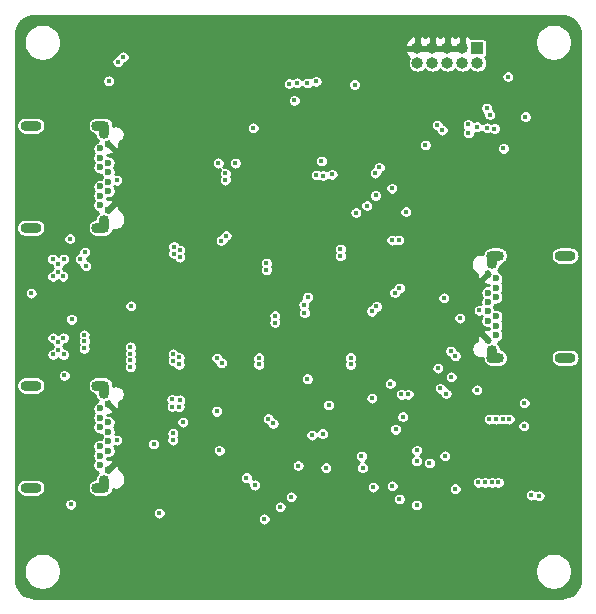
<source format=gbr>
G04 #@! TF.GenerationSoftware,KiCad,Pcbnew,5.1.9-73d0e3b20d~88~ubuntu20.04.1*
G04 #@! TF.CreationDate,2021-01-17T19:34:15+02:00*
G04 #@! TF.ProjectId,USB-TypeC-Switch,5553422d-5479-4706-9543-2d5377697463,rev?*
G04 #@! TF.SameCoordinates,Original*
G04 #@! TF.FileFunction,Copper,L3,Inr*
G04 #@! TF.FilePolarity,Positive*
%FSLAX46Y46*%
G04 Gerber Fmt 4.6, Leading zero omitted, Abs format (unit mm)*
G04 Created by KiCad (PCBNEW 5.1.9-73d0e3b20d~88~ubuntu20.04.1) date 2021-01-17 19:34:15*
%MOMM*%
%LPD*%
G01*
G04 APERTURE LIST*
G04 #@! TA.AperFunction,ComponentPad*
%ADD10O,0.900000X1.500000*%
G04 #@! TD*
G04 #@! TA.AperFunction,ComponentPad*
%ADD11O,1.500000X0.900000*%
G04 #@! TD*
G04 #@! TA.AperFunction,ComponentPad*
%ADD12C,0.600000*%
G04 #@! TD*
G04 #@! TA.AperFunction,ComponentPad*
%ADD13O,1.800000X0.900000*%
G04 #@! TD*
G04 #@! TA.AperFunction,ComponentPad*
%ADD14R,1.000000X1.000000*%
G04 #@! TD*
G04 #@! TA.AperFunction,ComponentPad*
%ADD15O,1.000000X1.000000*%
G04 #@! TD*
G04 #@! TA.AperFunction,ViaPad*
%ADD16C,0.450000*%
G04 #@! TD*
G04 #@! TA.AperFunction,Conductor*
%ADD17C,0.254000*%
G04 #@! TD*
G04 #@! TA.AperFunction,Conductor*
%ADD18C,0.100000*%
G04 #@! TD*
G04 APERTURE END LIST*
D10*
X38580000Y-125980000D03*
D11*
X38280000Y-126330000D03*
X38280000Y-117670000D03*
D12*
X38930000Y-121600000D03*
D10*
X38580000Y-118020000D03*
D12*
X38930000Y-120800000D03*
X38930000Y-119200000D03*
X38930000Y-122400000D03*
X38930000Y-123200000D03*
X38930000Y-124800000D03*
X38230000Y-121200000D03*
X38230000Y-120400000D03*
X38230000Y-119600000D03*
X38230000Y-122800000D03*
X38230000Y-123600000D03*
X38230000Y-124400000D03*
D13*
X32380000Y-117670000D03*
X32380000Y-126330000D03*
D10*
X71420000Y-107020000D03*
D11*
X71720000Y-106670000D03*
X71720000Y-115330000D03*
D12*
X71070000Y-111400000D03*
D10*
X71420000Y-114980000D03*
D12*
X71070000Y-112200000D03*
X71070000Y-113800000D03*
X71070000Y-110600000D03*
X71070000Y-109800000D03*
X71070000Y-108200000D03*
X71770000Y-111800000D03*
X71770000Y-112600000D03*
X71770000Y-113400000D03*
X71770000Y-110200000D03*
X71770000Y-109400000D03*
X71770000Y-108600000D03*
D13*
X77620000Y-115330000D03*
X77620000Y-106670000D03*
D10*
X38580000Y-103980000D03*
D11*
X38280000Y-104330000D03*
X38280000Y-95670000D03*
D12*
X38930000Y-99600000D03*
D10*
X38580000Y-96020000D03*
D12*
X38930000Y-98800000D03*
X38930000Y-97200000D03*
X38930000Y-100400000D03*
X38930000Y-101200000D03*
X38930000Y-102800000D03*
X38230000Y-99200000D03*
X38230000Y-98400000D03*
X38230000Y-97600000D03*
X38230000Y-100800000D03*
X38230000Y-101600000D03*
X38230000Y-102400000D03*
D13*
X32380000Y-95670000D03*
X32380000Y-104330000D03*
D14*
X70200000Y-89100000D03*
D15*
X70200000Y-90370000D03*
X68930000Y-89100000D03*
X68930000Y-90370000D03*
X67660000Y-89100000D03*
X67660000Y-90370000D03*
X66390000Y-89100000D03*
X66390000Y-90370000D03*
X65120000Y-89100000D03*
X65120000Y-90370000D03*
D16*
X52880000Y-108230000D03*
X51770000Y-106980000D03*
X51770000Y-108220000D03*
X52330000Y-108530000D03*
X52320000Y-106660000D03*
X52880000Y-106970000D03*
X64080000Y-108960000D03*
X68800000Y-115610000D03*
X68960000Y-115010000D03*
X67820000Y-114120000D03*
X67280000Y-114620000D03*
X68190000Y-115790000D03*
X61670000Y-110330000D03*
X60600000Y-111250000D03*
X60780000Y-111850000D03*
X62280000Y-110850000D03*
X61370000Y-112010000D03*
X58990000Y-114870000D03*
X60010000Y-116240000D03*
X59460000Y-116540000D03*
X59750000Y-114740000D03*
X58900000Y-116230000D03*
X58050000Y-105780000D03*
X58120000Y-107100000D03*
X58960000Y-107220000D03*
X58600000Y-105460000D03*
X59160000Y-105770000D03*
X52770000Y-121500000D03*
X52640000Y-119830000D03*
X51880000Y-120600000D03*
X53540000Y-120720000D03*
X53380000Y-121320000D03*
X52040000Y-120010000D03*
X47500000Y-115490000D03*
X49000000Y-116210000D03*
X48260000Y-114720000D03*
X49160000Y-115610000D03*
X47660000Y-114900000D03*
X48390000Y-116390000D03*
X55410000Y-107510000D03*
X55430000Y-106560000D03*
X55320000Y-115500000D03*
X55330000Y-114480000D03*
X53150000Y-114830000D03*
X36150000Y-109634990D03*
X36580000Y-111030000D03*
X33100000Y-106160000D03*
X32470000Y-105460000D03*
X43700000Y-132270000D03*
X56120000Y-109060000D03*
X56600000Y-116660000D03*
X36290000Y-116240000D03*
X72830000Y-119260000D03*
X36370000Y-105299990D03*
X61110000Y-92340000D03*
X59930000Y-88000000D03*
X65150000Y-98070000D03*
X68370000Y-100135010D03*
X39360000Y-93790000D03*
X32990000Y-115880000D03*
X75460000Y-124280000D03*
X46660000Y-92160000D03*
X47370000Y-88900000D03*
X50860000Y-92585000D03*
X48660000Y-106020000D03*
X47880000Y-105250000D03*
X49550000Y-105120000D03*
X48780000Y-104360000D03*
X48060000Y-105860000D03*
X49370000Y-104520000D03*
X53040000Y-111110000D03*
X53050000Y-112980000D03*
X52490000Y-112670000D03*
X53600000Y-112680000D03*
X53600000Y-111420000D03*
X52490000Y-111430000D03*
X62540000Y-109700000D03*
X63140000Y-110450000D03*
X64170000Y-105350000D03*
X62300000Y-105370000D03*
X47890000Y-99360000D03*
X48370000Y-100740000D03*
X49410000Y-100620000D03*
X48940000Y-99030000D03*
X43890000Y-122680000D03*
X44920000Y-122700000D03*
X44860000Y-121280000D03*
X59350000Y-112240000D03*
X66560000Y-105400000D03*
X60330000Y-104560000D03*
X58480000Y-103210000D03*
X61500000Y-106570000D03*
X58100000Y-110440000D03*
X59770000Y-109220000D03*
X45790000Y-108190000D03*
X50850000Y-108770000D03*
X52040000Y-101730000D03*
X49840000Y-102500000D03*
X52780000Y-104010000D03*
X50170000Y-112180000D03*
X43090000Y-110480000D03*
X44760000Y-113890000D03*
X48080000Y-118240000D03*
X50560000Y-117230000D03*
X43290000Y-126250000D03*
X48790000Y-126320000D03*
X42660000Y-95640000D03*
X48630000Y-95590000D03*
X53200000Y-97110000D03*
X60830000Y-98660000D03*
X62510000Y-99050000D03*
X61080000Y-100140000D03*
X59120000Y-99020000D03*
X61520000Y-100760000D03*
X56970000Y-123320000D03*
X52350000Y-123200000D03*
X65160000Y-121300000D03*
X40270000Y-117830000D03*
X40400000Y-126030000D03*
X40400000Y-104120000D03*
X40340000Y-95850000D03*
X43730000Y-105800000D03*
X69540000Y-106840000D03*
X43140000Y-101030000D03*
X64360000Y-102110000D03*
X61290000Y-119420000D03*
X63900000Y-122730000D03*
X72240000Y-104580000D03*
X41750000Y-133080000D03*
X39250000Y-127930020D03*
X50839979Y-133580021D03*
X56470000Y-127790000D03*
X61370000Y-126265000D03*
X53490000Y-127940000D03*
X55820000Y-110180000D03*
X55800503Y-117096485D03*
X35220000Y-116820000D03*
X55010000Y-124450000D03*
X64340844Y-118412220D03*
X57590000Y-119320000D03*
X57900000Y-99790000D03*
X59910000Y-103030000D03*
X32410000Y-109850000D03*
X59790000Y-92190000D03*
X65792845Y-97297157D03*
X56991667Y-98674534D03*
X60820000Y-102440000D03*
X54421794Y-127101794D03*
X52130000Y-128970000D03*
X44980000Y-106200000D03*
X44480000Y-105900000D03*
X44480000Y-106500000D03*
X44980000Y-106800000D03*
X45010000Y-118880000D03*
X44330000Y-118850000D03*
X44350000Y-119460000D03*
X44940000Y-119470000D03*
X40810000Y-114960000D03*
X40810000Y-114400000D03*
X40810000Y-115540000D03*
X40810000Y-116100000D03*
X44440000Y-114990000D03*
X44940000Y-115290000D03*
X44940000Y-115890000D03*
X44440000Y-115590000D03*
X72320000Y-120510000D03*
X71740000Y-120510000D03*
X72880000Y-120510000D03*
X71180000Y-120510000D03*
X62990000Y-126160000D03*
X48240000Y-98830000D03*
X51220000Y-95850000D03*
X54690000Y-93535000D03*
X74750000Y-126940000D03*
X63590000Y-127280000D03*
X49700000Y-98840000D03*
X67050000Y-117910000D03*
X75410000Y-127010000D03*
X65040000Y-124070000D03*
X65040000Y-127790000D03*
X67550000Y-118360000D03*
X45260000Y-120770000D03*
X48110000Y-119850000D03*
X42773200Y-122615659D03*
X48340000Y-123160000D03*
X50640000Y-125480000D03*
X63860000Y-120310000D03*
X63260000Y-121381510D03*
X57080000Y-121750000D03*
X60470000Y-124625000D03*
X57360000Y-124630000D03*
X51331801Y-126091801D03*
X56190000Y-121870000D03*
X68328564Y-115166379D03*
X67921976Y-114759791D03*
X67970000Y-116940000D03*
X70130000Y-118030000D03*
X67430016Y-123635010D03*
X65050000Y-123160000D03*
X59450000Y-115887500D03*
X59450000Y-115312500D03*
X63593294Y-109396706D03*
X63517500Y-105360000D03*
X70341801Y-111308199D03*
X63186706Y-109803294D03*
X62942500Y-105360000D03*
X67360000Y-110250000D03*
X62820000Y-117510000D03*
X68702617Y-111956242D03*
X66850000Y-116200000D03*
X58600000Y-106112500D03*
X61643294Y-110976706D03*
X58600000Y-106687500D03*
X61236706Y-111383294D03*
X74260000Y-94910000D03*
X34650000Y-108050000D03*
X35100000Y-108420000D03*
X34240000Y-108430000D03*
X74110000Y-121080000D03*
X69434656Y-96295344D03*
X70980000Y-95850000D03*
X60380000Y-123659998D03*
X71640521Y-95909479D03*
X66135000Y-124225011D03*
X55550000Y-111500000D03*
X56566667Y-99856095D03*
X55508199Y-110821801D03*
X57140000Y-99900000D03*
X64120000Y-102950000D03*
X72395521Y-97594479D03*
X61250000Y-118740000D03*
X35680000Y-105240000D03*
X56540000Y-91920000D03*
X35832168Y-112065000D03*
X55807752Y-92060481D03*
X70160000Y-95760000D03*
X63760002Y-118419998D03*
X52330000Y-107312500D03*
X48913294Y-104986706D03*
X52330000Y-107887500D03*
X48506706Y-105393294D03*
X51680000Y-115887500D03*
X51680000Y-115312500D03*
X53050000Y-112337500D03*
X53050000Y-111762500D03*
X52903294Y-120883294D03*
X52496706Y-120476706D03*
X48528294Y-115758294D03*
X48121706Y-115351706D03*
X48850000Y-99712500D03*
X62935000Y-100975000D03*
X39652076Y-100291323D03*
X48850000Y-100287500D03*
X61570000Y-101580000D03*
X61884994Y-99200405D03*
X44410000Y-121712500D03*
X61550000Y-99680000D03*
X39651700Y-122291700D03*
X44410000Y-122287500D03*
X38970000Y-91880000D03*
X54256913Y-92116496D03*
X74160000Y-119140000D03*
X69419303Y-95568261D03*
X54920000Y-92039998D03*
X35750000Y-127730004D03*
X34690000Y-107360000D03*
X37030000Y-107540000D03*
X35160000Y-106970000D03*
X34220000Y-106950000D03*
X36950000Y-106370000D03*
X36580000Y-106970000D03*
X40210000Y-89850000D03*
X34700000Y-114000000D03*
X36900000Y-113380000D03*
X36910000Y-113930000D03*
X36900000Y-114530000D03*
X34250000Y-113640000D03*
X35140000Y-113640000D03*
X39764050Y-90255000D03*
X34710000Y-114680000D03*
X35150000Y-115040000D03*
X34250000Y-115040000D03*
X71410000Y-125870000D03*
X70830000Y-125870000D03*
X71970000Y-125870000D03*
X70270000Y-125870000D03*
X66790000Y-95630000D03*
X70970000Y-94180000D03*
X72780000Y-91520000D03*
X67220000Y-96050000D03*
X71230000Y-94740000D03*
X40840000Y-110920000D03*
X68320000Y-126410000D03*
X43250000Y-128470000D03*
D17*
X77569768Y-86385042D02*
X77877361Y-86477908D01*
X78161057Y-86628753D01*
X78410048Y-86831826D01*
X78614855Y-87079393D01*
X78767674Y-87362028D01*
X78862686Y-87668961D01*
X78898001Y-88004963D01*
X78898000Y-133982784D01*
X78864958Y-134319768D01*
X78772091Y-134627361D01*
X78621250Y-134911052D01*
X78418176Y-135160046D01*
X78170607Y-135364854D01*
X77887974Y-135517673D01*
X77581039Y-135612685D01*
X77245046Y-135648000D01*
X32767216Y-135648000D01*
X32430232Y-135614958D01*
X32122639Y-135522091D01*
X31838948Y-135371250D01*
X31589954Y-135168176D01*
X31385146Y-134920607D01*
X31232327Y-134637974D01*
X31137315Y-134331039D01*
X31102000Y-133995046D01*
X31102000Y-133234679D01*
X31783000Y-133234679D01*
X31783000Y-133545321D01*
X31843604Y-133849994D01*
X31962481Y-134136989D01*
X32135064Y-134395279D01*
X32354721Y-134614936D01*
X32613011Y-134787519D01*
X32900006Y-134906396D01*
X33204679Y-134967000D01*
X33515321Y-134967000D01*
X33819994Y-134906396D01*
X34106989Y-134787519D01*
X34365279Y-134614936D01*
X34584936Y-134395279D01*
X34757519Y-134136989D01*
X34876396Y-133849994D01*
X34937000Y-133545321D01*
X34937000Y-133234679D01*
X75063000Y-133234679D01*
X75063000Y-133545321D01*
X75123604Y-133849994D01*
X75242481Y-134136989D01*
X75415064Y-134395279D01*
X75634721Y-134614936D01*
X75893011Y-134787519D01*
X76180006Y-134906396D01*
X76484679Y-134967000D01*
X76795321Y-134967000D01*
X77099994Y-134906396D01*
X77386989Y-134787519D01*
X77645279Y-134614936D01*
X77864936Y-134395279D01*
X78037519Y-134136989D01*
X78156396Y-133849994D01*
X78217000Y-133545321D01*
X78217000Y-133234679D01*
X78156396Y-132930006D01*
X78037519Y-132643011D01*
X77864936Y-132384721D01*
X77645279Y-132165064D01*
X77386989Y-131992481D01*
X77099994Y-131873604D01*
X76795321Y-131813000D01*
X76484679Y-131813000D01*
X76180006Y-131873604D01*
X75893011Y-131992481D01*
X75634721Y-132165064D01*
X75415064Y-132384721D01*
X75242481Y-132643011D01*
X75123604Y-132930006D01*
X75063000Y-133234679D01*
X34937000Y-133234679D01*
X34876396Y-132930006D01*
X34757519Y-132643011D01*
X34584936Y-132384721D01*
X34365279Y-132165064D01*
X34106989Y-131992481D01*
X33819994Y-131873604D01*
X33515321Y-131813000D01*
X33204679Y-131813000D01*
X32900006Y-131873604D01*
X32613011Y-131992481D01*
X32354721Y-132165064D01*
X32135064Y-132384721D01*
X31962481Y-132643011D01*
X31843604Y-132930006D01*
X31783000Y-133234679D01*
X31102000Y-133234679D01*
X31102000Y-128415633D01*
X42698000Y-128415633D01*
X42698000Y-128524367D01*
X42719213Y-128631012D01*
X42760824Y-128731470D01*
X42821234Y-128821880D01*
X42898120Y-128898766D01*
X42988530Y-128959176D01*
X43088988Y-129000787D01*
X43195633Y-129022000D01*
X43304367Y-129022000D01*
X43411012Y-129000787D01*
X43511470Y-128959176D01*
X43576636Y-128915633D01*
X51578000Y-128915633D01*
X51578000Y-129024367D01*
X51599213Y-129131012D01*
X51640824Y-129231470D01*
X51701234Y-129321880D01*
X51778120Y-129398766D01*
X51868530Y-129459176D01*
X51968988Y-129500787D01*
X52075633Y-129522000D01*
X52184367Y-129522000D01*
X52291012Y-129500787D01*
X52391470Y-129459176D01*
X52481880Y-129398766D01*
X52558766Y-129321880D01*
X52619176Y-129231470D01*
X52660787Y-129131012D01*
X52682000Y-129024367D01*
X52682000Y-128915633D01*
X52660787Y-128808988D01*
X52619176Y-128708530D01*
X52558766Y-128618120D01*
X52481880Y-128541234D01*
X52391470Y-128480824D01*
X52291012Y-128439213D01*
X52184367Y-128418000D01*
X52075633Y-128418000D01*
X51968988Y-128439213D01*
X51868530Y-128480824D01*
X51778120Y-128541234D01*
X51701234Y-128618120D01*
X51640824Y-128708530D01*
X51599213Y-128808988D01*
X51578000Y-128915633D01*
X43576636Y-128915633D01*
X43601880Y-128898766D01*
X43678766Y-128821880D01*
X43739176Y-128731470D01*
X43780787Y-128631012D01*
X43802000Y-128524367D01*
X43802000Y-128415633D01*
X43780787Y-128308988D01*
X43739176Y-128208530D01*
X43678766Y-128118120D01*
X43601880Y-128041234D01*
X43511470Y-127980824D01*
X43411012Y-127939213D01*
X43304367Y-127918000D01*
X43195633Y-127918000D01*
X43088988Y-127939213D01*
X42988530Y-127980824D01*
X42898120Y-128041234D01*
X42821234Y-128118120D01*
X42760824Y-128208530D01*
X42719213Y-128308988D01*
X42698000Y-128415633D01*
X31102000Y-128415633D01*
X31102000Y-127675637D01*
X35198000Y-127675637D01*
X35198000Y-127784371D01*
X35219213Y-127891016D01*
X35260824Y-127991474D01*
X35321234Y-128081884D01*
X35398120Y-128158770D01*
X35488530Y-128219180D01*
X35588988Y-128260791D01*
X35695633Y-128282004D01*
X35804367Y-128282004D01*
X35911012Y-128260791D01*
X36011470Y-128219180D01*
X36101880Y-128158770D01*
X36178766Y-128081884D01*
X36239176Y-127991474D01*
X36280787Y-127891016D01*
X36281857Y-127885633D01*
X52938000Y-127885633D01*
X52938000Y-127994367D01*
X52959213Y-128101012D01*
X53000824Y-128201470D01*
X53061234Y-128291880D01*
X53138120Y-128368766D01*
X53228530Y-128429176D01*
X53328988Y-128470787D01*
X53435633Y-128492000D01*
X53544367Y-128492000D01*
X53651012Y-128470787D01*
X53751470Y-128429176D01*
X53841880Y-128368766D01*
X53918766Y-128291880D01*
X53979176Y-128201470D01*
X54020787Y-128101012D01*
X54042000Y-127994367D01*
X54042000Y-127885633D01*
X54020787Y-127778988D01*
X53979176Y-127678530D01*
X53918766Y-127588120D01*
X53841880Y-127511234D01*
X53751470Y-127450824D01*
X53651012Y-127409213D01*
X53544367Y-127388000D01*
X53435633Y-127388000D01*
X53328988Y-127409213D01*
X53228530Y-127450824D01*
X53138120Y-127511234D01*
X53061234Y-127588120D01*
X53000824Y-127678530D01*
X52959213Y-127778988D01*
X52938000Y-127885633D01*
X36281857Y-127885633D01*
X36302000Y-127784371D01*
X36302000Y-127675637D01*
X36280787Y-127568992D01*
X36239176Y-127468534D01*
X36178766Y-127378124D01*
X36101880Y-127301238D01*
X36011470Y-127240828D01*
X35911012Y-127199217D01*
X35804367Y-127178004D01*
X35695633Y-127178004D01*
X35588988Y-127199217D01*
X35488530Y-127240828D01*
X35398120Y-127301238D01*
X35321234Y-127378124D01*
X35260824Y-127468534D01*
X35219213Y-127568992D01*
X35198000Y-127675637D01*
X31102000Y-127675637D01*
X31102000Y-126330000D01*
X31149241Y-126330000D01*
X31164243Y-126482319D01*
X31208673Y-126628784D01*
X31280823Y-126763766D01*
X31377920Y-126882080D01*
X31496234Y-126979177D01*
X31631216Y-127051327D01*
X31777681Y-127095757D01*
X31891834Y-127107000D01*
X32868166Y-127107000D01*
X32982319Y-127095757D01*
X33128784Y-127051327D01*
X33263766Y-126979177D01*
X33382080Y-126882080D01*
X33479177Y-126763766D01*
X33551327Y-126628784D01*
X33595757Y-126482319D01*
X33610759Y-126330000D01*
X33595757Y-126177681D01*
X33551327Y-126031216D01*
X33479177Y-125896234D01*
X33382080Y-125777920D01*
X33263766Y-125680823D01*
X33128784Y-125608673D01*
X32982319Y-125564243D01*
X32868166Y-125553000D01*
X31891834Y-125553000D01*
X31777681Y-125564243D01*
X31631216Y-125608673D01*
X31496234Y-125680823D01*
X31377920Y-125777920D01*
X31280823Y-125896234D01*
X31208673Y-126031216D01*
X31164243Y-126177681D01*
X31149241Y-126330000D01*
X31102000Y-126330000D01*
X31102000Y-117670000D01*
X31149241Y-117670000D01*
X31164243Y-117822319D01*
X31208673Y-117968784D01*
X31280823Y-118103766D01*
X31377920Y-118222080D01*
X31496234Y-118319177D01*
X31631216Y-118391327D01*
X31777681Y-118435757D01*
X31891834Y-118447000D01*
X32868166Y-118447000D01*
X32982319Y-118435757D01*
X33128784Y-118391327D01*
X33263766Y-118319177D01*
X33382080Y-118222080D01*
X33479177Y-118103766D01*
X33551327Y-117968784D01*
X33595757Y-117822319D01*
X33610759Y-117670000D01*
X37199241Y-117670000D01*
X37214243Y-117822319D01*
X37258673Y-117968784D01*
X37330823Y-118103766D01*
X37427920Y-118222080D01*
X37546234Y-118319177D01*
X37681216Y-118391327D01*
X37810117Y-118430429D01*
X37814243Y-118472318D01*
X37858673Y-118618783D01*
X37930823Y-118753765D01*
X38027920Y-118872080D01*
X38047153Y-118887864D01*
X38031438Y-118925603D01*
X38014355Y-119010663D01*
X37933004Y-119044360D01*
X37830311Y-119112977D01*
X37742977Y-119200311D01*
X37674360Y-119303004D01*
X37627095Y-119417111D01*
X37603000Y-119538246D01*
X37603000Y-119661754D01*
X37627095Y-119782889D01*
X37674360Y-119896996D01*
X37742977Y-119999689D01*
X37743288Y-120000000D01*
X37742977Y-120000311D01*
X37674360Y-120103004D01*
X37627095Y-120217111D01*
X37603000Y-120338246D01*
X37603000Y-120461754D01*
X37627095Y-120582889D01*
X37674360Y-120696996D01*
X37742977Y-120799689D01*
X37743288Y-120800000D01*
X37742977Y-120800311D01*
X37674360Y-120903004D01*
X37627095Y-121017111D01*
X37603000Y-121138246D01*
X37603000Y-121261754D01*
X37627095Y-121382889D01*
X37674360Y-121496996D01*
X37742977Y-121599689D01*
X37830311Y-121687023D01*
X37933004Y-121755640D01*
X38047111Y-121802905D01*
X38168246Y-121827000D01*
X38291754Y-121827000D01*
X38341286Y-121817148D01*
X38374360Y-121896996D01*
X38442977Y-121999689D01*
X38443288Y-122000000D01*
X38442977Y-122000311D01*
X38374360Y-122103004D01*
X38341286Y-122182852D01*
X38291754Y-122173000D01*
X38168246Y-122173000D01*
X38047111Y-122197095D01*
X37933004Y-122244360D01*
X37830311Y-122312977D01*
X37742977Y-122400311D01*
X37674360Y-122503004D01*
X37627095Y-122617111D01*
X37603000Y-122738246D01*
X37603000Y-122861754D01*
X37627095Y-122982889D01*
X37674360Y-123096996D01*
X37742977Y-123199689D01*
X37743288Y-123200000D01*
X37742977Y-123200311D01*
X37674360Y-123303004D01*
X37627095Y-123417111D01*
X37603000Y-123538246D01*
X37603000Y-123661754D01*
X37627095Y-123782889D01*
X37674360Y-123896996D01*
X37742977Y-123999689D01*
X37743288Y-124000000D01*
X37742977Y-124000311D01*
X37674360Y-124103004D01*
X37627095Y-124217111D01*
X37603000Y-124338246D01*
X37603000Y-124461754D01*
X37627095Y-124582889D01*
X37674360Y-124696996D01*
X37742977Y-124799689D01*
X37830311Y-124887023D01*
X37933004Y-124955640D01*
X38014325Y-124989324D01*
X38030426Y-125071061D01*
X38047301Y-125112016D01*
X38027921Y-125127920D01*
X37930824Y-125246234D01*
X37858673Y-125381216D01*
X37814243Y-125527681D01*
X37810117Y-125569571D01*
X37681216Y-125608673D01*
X37546234Y-125680823D01*
X37427920Y-125777920D01*
X37330823Y-125896234D01*
X37258673Y-126031216D01*
X37214243Y-126177681D01*
X37199241Y-126330000D01*
X37214243Y-126482319D01*
X37258673Y-126628784D01*
X37330823Y-126763766D01*
X37427920Y-126882080D01*
X37546234Y-126979177D01*
X37681216Y-127051327D01*
X37827681Y-127095757D01*
X37941834Y-127107000D01*
X38618166Y-127107000D01*
X38732319Y-127095757D01*
X38878784Y-127051327D01*
X38886080Y-127047427D01*
X53869794Y-127047427D01*
X53869794Y-127156161D01*
X53891007Y-127262806D01*
X53932618Y-127363264D01*
X53993028Y-127453674D01*
X54069914Y-127530560D01*
X54160324Y-127590970D01*
X54260782Y-127632581D01*
X54367427Y-127653794D01*
X54476161Y-127653794D01*
X54582806Y-127632581D01*
X54683264Y-127590970D01*
X54773674Y-127530560D01*
X54850560Y-127453674D01*
X54910970Y-127363264D01*
X54952581Y-127262806D01*
X54959975Y-127225633D01*
X63038000Y-127225633D01*
X63038000Y-127334367D01*
X63059213Y-127441012D01*
X63100824Y-127541470D01*
X63161234Y-127631880D01*
X63238120Y-127708766D01*
X63328530Y-127769176D01*
X63428988Y-127810787D01*
X63535633Y-127832000D01*
X63644367Y-127832000D01*
X63751012Y-127810787D01*
X63851470Y-127769176D01*
X63901670Y-127735633D01*
X64488000Y-127735633D01*
X64488000Y-127844367D01*
X64509213Y-127951012D01*
X64550824Y-128051470D01*
X64611234Y-128141880D01*
X64688120Y-128218766D01*
X64778530Y-128279176D01*
X64878988Y-128320787D01*
X64985633Y-128342000D01*
X65094367Y-128342000D01*
X65201012Y-128320787D01*
X65301470Y-128279176D01*
X65391880Y-128218766D01*
X65468766Y-128141880D01*
X65529176Y-128051470D01*
X65570787Y-127951012D01*
X65592000Y-127844367D01*
X65592000Y-127735633D01*
X65570787Y-127628988D01*
X65529176Y-127528530D01*
X65468766Y-127438120D01*
X65391880Y-127361234D01*
X65301470Y-127300824D01*
X65201012Y-127259213D01*
X65094367Y-127238000D01*
X64985633Y-127238000D01*
X64878988Y-127259213D01*
X64778530Y-127300824D01*
X64688120Y-127361234D01*
X64611234Y-127438120D01*
X64550824Y-127528530D01*
X64509213Y-127628988D01*
X64488000Y-127735633D01*
X63901670Y-127735633D01*
X63941880Y-127708766D01*
X64018766Y-127631880D01*
X64079176Y-127541470D01*
X64120787Y-127441012D01*
X64142000Y-127334367D01*
X64142000Y-127225633D01*
X64120787Y-127118988D01*
X64079176Y-127018530D01*
X64018766Y-126928120D01*
X63941880Y-126851234D01*
X63851470Y-126790824D01*
X63751012Y-126749213D01*
X63644367Y-126728000D01*
X63535633Y-126728000D01*
X63428988Y-126749213D01*
X63328530Y-126790824D01*
X63238120Y-126851234D01*
X63161234Y-126928120D01*
X63100824Y-127018530D01*
X63059213Y-127118988D01*
X63038000Y-127225633D01*
X54959975Y-127225633D01*
X54973794Y-127156161D01*
X54973794Y-127047427D01*
X54952581Y-126940782D01*
X54910970Y-126840324D01*
X54850560Y-126749914D01*
X54773674Y-126673028D01*
X54683264Y-126612618D01*
X54582806Y-126571007D01*
X54476161Y-126549794D01*
X54367427Y-126549794D01*
X54260782Y-126571007D01*
X54160324Y-126612618D01*
X54069914Y-126673028D01*
X53993028Y-126749914D01*
X53932618Y-126840324D01*
X53891007Y-126940782D01*
X53869794Y-127047427D01*
X38886080Y-127047427D01*
X39013766Y-126979177D01*
X39132080Y-126882080D01*
X39229177Y-126763766D01*
X39301327Y-126628784D01*
X39345757Y-126482319D01*
X39347434Y-126465289D01*
X39432582Y-126491119D01*
X39580000Y-126505638D01*
X39727417Y-126491119D01*
X39869169Y-126448118D01*
X39999809Y-126378290D01*
X40114317Y-126284317D01*
X40208290Y-126169810D01*
X40278118Y-126039170D01*
X40321119Y-125897418D01*
X40332000Y-125786938D01*
X40332000Y-125425633D01*
X50088000Y-125425633D01*
X50088000Y-125534367D01*
X50109213Y-125641012D01*
X50150824Y-125741470D01*
X50211234Y-125831880D01*
X50288120Y-125908766D01*
X50378530Y-125969176D01*
X50478988Y-126010787D01*
X50585633Y-126032000D01*
X50694367Y-126032000D01*
X50784446Y-126014082D01*
X50779801Y-126037434D01*
X50779801Y-126146168D01*
X50801014Y-126252813D01*
X50842625Y-126353271D01*
X50903035Y-126443681D01*
X50979921Y-126520567D01*
X51070331Y-126580977D01*
X51170789Y-126622588D01*
X51277434Y-126643801D01*
X51386168Y-126643801D01*
X51492813Y-126622588D01*
X51593271Y-126580977D01*
X51683681Y-126520567D01*
X51760567Y-126443681D01*
X51820977Y-126353271D01*
X51862588Y-126252813D01*
X51870978Y-126210633D01*
X60818000Y-126210633D01*
X60818000Y-126319367D01*
X60839213Y-126426012D01*
X60880824Y-126526470D01*
X60941234Y-126616880D01*
X61018120Y-126693766D01*
X61108530Y-126754176D01*
X61208988Y-126795787D01*
X61315633Y-126817000D01*
X61424367Y-126817000D01*
X61531012Y-126795787D01*
X61631470Y-126754176D01*
X61721880Y-126693766D01*
X61798766Y-126616880D01*
X61859176Y-126526470D01*
X61900787Y-126426012D01*
X61922000Y-126319367D01*
X61922000Y-126210633D01*
X61901115Y-126105633D01*
X62438000Y-126105633D01*
X62438000Y-126214367D01*
X62459213Y-126321012D01*
X62500824Y-126421470D01*
X62561234Y-126511880D01*
X62638120Y-126588766D01*
X62728530Y-126649176D01*
X62828988Y-126690787D01*
X62935633Y-126712000D01*
X63044367Y-126712000D01*
X63151012Y-126690787D01*
X63251470Y-126649176D01*
X63341880Y-126588766D01*
X63418766Y-126511880D01*
X63479176Y-126421470D01*
X63506446Y-126355633D01*
X67768000Y-126355633D01*
X67768000Y-126464367D01*
X67789213Y-126571012D01*
X67830824Y-126671470D01*
X67891234Y-126761880D01*
X67968120Y-126838766D01*
X68058530Y-126899176D01*
X68158988Y-126940787D01*
X68265633Y-126962000D01*
X68374367Y-126962000D01*
X68481012Y-126940787D01*
X68581470Y-126899176D01*
X68601738Y-126885633D01*
X74198000Y-126885633D01*
X74198000Y-126994367D01*
X74219213Y-127101012D01*
X74260824Y-127201470D01*
X74321234Y-127291880D01*
X74398120Y-127368766D01*
X74488530Y-127429176D01*
X74588988Y-127470787D01*
X74695633Y-127492000D01*
X74804367Y-127492000D01*
X74911012Y-127470787D01*
X75011470Y-127429176D01*
X75033686Y-127414332D01*
X75058120Y-127438766D01*
X75148530Y-127499176D01*
X75248988Y-127540787D01*
X75355633Y-127562000D01*
X75464367Y-127562000D01*
X75571012Y-127540787D01*
X75671470Y-127499176D01*
X75761880Y-127438766D01*
X75838766Y-127361880D01*
X75899176Y-127271470D01*
X75940787Y-127171012D01*
X75962000Y-127064367D01*
X75962000Y-126955633D01*
X75940787Y-126848988D01*
X75899176Y-126748530D01*
X75838766Y-126658120D01*
X75761880Y-126581234D01*
X75671470Y-126520824D01*
X75571012Y-126479213D01*
X75464367Y-126458000D01*
X75355633Y-126458000D01*
X75248988Y-126479213D01*
X75148530Y-126520824D01*
X75126314Y-126535668D01*
X75101880Y-126511234D01*
X75011470Y-126450824D01*
X74911012Y-126409213D01*
X74804367Y-126388000D01*
X74695633Y-126388000D01*
X74588988Y-126409213D01*
X74488530Y-126450824D01*
X74398120Y-126511234D01*
X74321234Y-126588120D01*
X74260824Y-126678530D01*
X74219213Y-126778988D01*
X74198000Y-126885633D01*
X68601738Y-126885633D01*
X68671880Y-126838766D01*
X68748766Y-126761880D01*
X68809176Y-126671470D01*
X68850787Y-126571012D01*
X68872000Y-126464367D01*
X68872000Y-126355633D01*
X68850787Y-126248988D01*
X68809176Y-126148530D01*
X68748766Y-126058120D01*
X68671880Y-125981234D01*
X68581470Y-125920824D01*
X68481012Y-125879213D01*
X68374367Y-125858000D01*
X68265633Y-125858000D01*
X68158988Y-125879213D01*
X68058530Y-125920824D01*
X67968120Y-125981234D01*
X67891234Y-126058120D01*
X67830824Y-126148530D01*
X67789213Y-126248988D01*
X67768000Y-126355633D01*
X63506446Y-126355633D01*
X63520787Y-126321012D01*
X63542000Y-126214367D01*
X63542000Y-126105633D01*
X63520787Y-125998988D01*
X63479176Y-125898530D01*
X63423787Y-125815633D01*
X69718000Y-125815633D01*
X69718000Y-125924367D01*
X69739213Y-126031012D01*
X69780824Y-126131470D01*
X69841234Y-126221880D01*
X69918120Y-126298766D01*
X70008530Y-126359176D01*
X70108988Y-126400787D01*
X70215633Y-126422000D01*
X70324367Y-126422000D01*
X70431012Y-126400787D01*
X70531470Y-126359176D01*
X70550000Y-126346795D01*
X70568530Y-126359176D01*
X70668988Y-126400787D01*
X70775633Y-126422000D01*
X70884367Y-126422000D01*
X70991012Y-126400787D01*
X71091470Y-126359176D01*
X71120000Y-126340113D01*
X71148530Y-126359176D01*
X71248988Y-126400787D01*
X71355633Y-126422000D01*
X71464367Y-126422000D01*
X71571012Y-126400787D01*
X71671470Y-126359176D01*
X71690000Y-126346795D01*
X71708530Y-126359176D01*
X71808988Y-126400787D01*
X71915633Y-126422000D01*
X72024367Y-126422000D01*
X72131012Y-126400787D01*
X72231470Y-126359176D01*
X72321880Y-126298766D01*
X72398766Y-126221880D01*
X72459176Y-126131470D01*
X72500787Y-126031012D01*
X72522000Y-125924367D01*
X72522000Y-125815633D01*
X72500787Y-125708988D01*
X72459176Y-125608530D01*
X72398766Y-125518120D01*
X72321880Y-125441234D01*
X72231470Y-125380824D01*
X72131012Y-125339213D01*
X72024367Y-125318000D01*
X71915633Y-125318000D01*
X71808988Y-125339213D01*
X71708530Y-125380824D01*
X71690000Y-125393205D01*
X71671470Y-125380824D01*
X71571012Y-125339213D01*
X71464367Y-125318000D01*
X71355633Y-125318000D01*
X71248988Y-125339213D01*
X71148530Y-125380824D01*
X71120000Y-125399887D01*
X71091470Y-125380824D01*
X70991012Y-125339213D01*
X70884367Y-125318000D01*
X70775633Y-125318000D01*
X70668988Y-125339213D01*
X70568530Y-125380824D01*
X70550000Y-125393205D01*
X70531470Y-125380824D01*
X70431012Y-125339213D01*
X70324367Y-125318000D01*
X70215633Y-125318000D01*
X70108988Y-125339213D01*
X70008530Y-125380824D01*
X69918120Y-125441234D01*
X69841234Y-125518120D01*
X69780824Y-125608530D01*
X69739213Y-125708988D01*
X69718000Y-125815633D01*
X63423787Y-125815633D01*
X63418766Y-125808120D01*
X63341880Y-125731234D01*
X63251470Y-125670824D01*
X63151012Y-125629213D01*
X63044367Y-125608000D01*
X62935633Y-125608000D01*
X62828988Y-125629213D01*
X62728530Y-125670824D01*
X62638120Y-125731234D01*
X62561234Y-125808120D01*
X62500824Y-125898530D01*
X62459213Y-125998988D01*
X62438000Y-126105633D01*
X61901115Y-126105633D01*
X61900787Y-126103988D01*
X61859176Y-126003530D01*
X61798766Y-125913120D01*
X61721880Y-125836234D01*
X61631470Y-125775824D01*
X61531012Y-125734213D01*
X61424367Y-125713000D01*
X61315633Y-125713000D01*
X61208988Y-125734213D01*
X61108530Y-125775824D01*
X61018120Y-125836234D01*
X60941234Y-125913120D01*
X60880824Y-126003530D01*
X60839213Y-126103988D01*
X60818000Y-126210633D01*
X51870978Y-126210633D01*
X51883801Y-126146168D01*
X51883801Y-126037434D01*
X51862588Y-125930789D01*
X51820977Y-125830331D01*
X51760567Y-125739921D01*
X51683681Y-125663035D01*
X51593271Y-125602625D01*
X51492813Y-125561014D01*
X51386168Y-125539801D01*
X51277434Y-125539801D01*
X51187355Y-125557719D01*
X51192000Y-125534367D01*
X51192000Y-125425633D01*
X51170787Y-125318988D01*
X51129176Y-125218530D01*
X51068766Y-125128120D01*
X50991880Y-125051234D01*
X50901470Y-124990824D01*
X50801012Y-124949213D01*
X50694367Y-124928000D01*
X50585633Y-124928000D01*
X50478988Y-124949213D01*
X50378530Y-124990824D01*
X50288120Y-125051234D01*
X50211234Y-125128120D01*
X50150824Y-125218530D01*
X50109213Y-125318988D01*
X50088000Y-125425633D01*
X40332000Y-125425633D01*
X40332000Y-125413063D01*
X40321119Y-125302583D01*
X40278118Y-125160830D01*
X40208290Y-125030190D01*
X40114317Y-124915683D01*
X39999810Y-124821710D01*
X39869170Y-124751882D01*
X39865095Y-124750646D01*
X39865171Y-124709645D01*
X39829574Y-124528939D01*
X39774647Y-124395633D01*
X54458000Y-124395633D01*
X54458000Y-124504367D01*
X54479213Y-124611012D01*
X54520824Y-124711470D01*
X54581234Y-124801880D01*
X54658120Y-124878766D01*
X54748530Y-124939176D01*
X54848988Y-124980787D01*
X54955633Y-125002000D01*
X55064367Y-125002000D01*
X55171012Y-124980787D01*
X55271470Y-124939176D01*
X55361880Y-124878766D01*
X55438766Y-124801880D01*
X55499176Y-124711470D01*
X55540787Y-124611012D01*
X55547824Y-124575633D01*
X56808000Y-124575633D01*
X56808000Y-124684367D01*
X56829213Y-124791012D01*
X56870824Y-124891470D01*
X56931234Y-124981880D01*
X57008120Y-125058766D01*
X57098530Y-125119176D01*
X57198988Y-125160787D01*
X57305633Y-125182000D01*
X57414367Y-125182000D01*
X57521012Y-125160787D01*
X57621470Y-125119176D01*
X57711880Y-125058766D01*
X57788766Y-124981880D01*
X57849176Y-124891470D01*
X57890787Y-124791012D01*
X57912000Y-124684367D01*
X57912000Y-124575633D01*
X57890787Y-124468988D01*
X57849176Y-124368530D01*
X57788766Y-124278120D01*
X57711880Y-124201234D01*
X57621470Y-124140824D01*
X57521012Y-124099213D01*
X57414367Y-124078000D01*
X57305633Y-124078000D01*
X57198988Y-124099213D01*
X57098530Y-124140824D01*
X57008120Y-124201234D01*
X56931234Y-124278120D01*
X56870824Y-124368530D01*
X56829213Y-124468988D01*
X56808000Y-124575633D01*
X55547824Y-124575633D01*
X55562000Y-124504367D01*
X55562000Y-124395633D01*
X55540787Y-124288988D01*
X55499176Y-124188530D01*
X55438766Y-124098120D01*
X55361880Y-124021234D01*
X55271470Y-123960824D01*
X55171012Y-123919213D01*
X55064367Y-123898000D01*
X54955633Y-123898000D01*
X54848988Y-123919213D01*
X54748530Y-123960824D01*
X54658120Y-124021234D01*
X54581234Y-124098120D01*
X54520824Y-124188530D01*
X54479213Y-124288988D01*
X54458000Y-124395633D01*
X39774647Y-124395633D01*
X39759408Y-124358649D01*
X39757763Y-124355575D01*
X39564541Y-124345064D01*
X39109605Y-124800000D01*
X39123748Y-124814143D01*
X38944233Y-124993657D01*
X38943843Y-124993448D01*
X38930000Y-124979605D01*
X38925801Y-124983804D01*
X38883078Y-124960968D01*
X38736253Y-124814143D01*
X38750395Y-124800000D01*
X38736253Y-124785858D01*
X38915858Y-124606253D01*
X38930000Y-124620395D01*
X39384936Y-124165459D01*
X39374425Y-123972237D01*
X39204397Y-123901438D01*
X39023824Y-123865172D01*
X38839645Y-123864829D01*
X38795350Y-123873555D01*
X38818714Y-123817148D01*
X38868246Y-123827000D01*
X38991754Y-123827000D01*
X39112889Y-123802905D01*
X39226996Y-123755640D01*
X39329689Y-123687023D01*
X39417023Y-123599689D01*
X39485640Y-123496996D01*
X39532905Y-123382889D01*
X39557000Y-123261754D01*
X39557000Y-123138246D01*
X39532905Y-123017111D01*
X39485640Y-122903004D01*
X39417023Y-122800311D01*
X39416712Y-122800000D01*
X39417023Y-122799689D01*
X39421061Y-122793646D01*
X39490688Y-122822487D01*
X39597333Y-122843700D01*
X39706067Y-122843700D01*
X39812712Y-122822487D01*
X39913170Y-122780876D01*
X40003580Y-122720466D01*
X40080466Y-122643580D01*
X40135449Y-122561292D01*
X42221200Y-122561292D01*
X42221200Y-122670026D01*
X42242413Y-122776671D01*
X42284024Y-122877129D01*
X42344434Y-122967539D01*
X42421320Y-123044425D01*
X42511730Y-123104835D01*
X42612188Y-123146446D01*
X42718833Y-123167659D01*
X42827567Y-123167659D01*
X42934212Y-123146446D01*
X43032743Y-123105633D01*
X47788000Y-123105633D01*
X47788000Y-123214367D01*
X47809213Y-123321012D01*
X47850824Y-123421470D01*
X47911234Y-123511880D01*
X47988120Y-123588766D01*
X48078530Y-123649176D01*
X48178988Y-123690787D01*
X48285633Y-123712000D01*
X48394367Y-123712000D01*
X48501012Y-123690787D01*
X48601470Y-123649176D01*
X48666639Y-123605631D01*
X59828000Y-123605631D01*
X59828000Y-123714365D01*
X59849213Y-123821010D01*
X59890824Y-123921468D01*
X59951234Y-124011878D01*
X60028120Y-124088764D01*
X60118530Y-124149174D01*
X60161755Y-124167078D01*
X60118120Y-124196234D01*
X60041234Y-124273120D01*
X59980824Y-124363530D01*
X59939213Y-124463988D01*
X59918000Y-124570633D01*
X59918000Y-124679367D01*
X59939213Y-124786012D01*
X59980824Y-124886470D01*
X60041234Y-124976880D01*
X60118120Y-125053766D01*
X60208530Y-125114176D01*
X60308988Y-125155787D01*
X60415633Y-125177000D01*
X60524367Y-125177000D01*
X60631012Y-125155787D01*
X60731470Y-125114176D01*
X60821880Y-125053766D01*
X60898766Y-124976880D01*
X60959176Y-124886470D01*
X61000787Y-124786012D01*
X61022000Y-124679367D01*
X61022000Y-124570633D01*
X61000787Y-124463988D01*
X60959176Y-124363530D01*
X60898766Y-124273120D01*
X60821880Y-124196234D01*
X60731470Y-124135824D01*
X60688245Y-124117920D01*
X60731880Y-124088764D01*
X60805011Y-124015633D01*
X64488000Y-124015633D01*
X64488000Y-124124367D01*
X64509213Y-124231012D01*
X64550824Y-124331470D01*
X64611234Y-124421880D01*
X64688120Y-124498766D01*
X64778530Y-124559176D01*
X64878988Y-124600787D01*
X64985633Y-124622000D01*
X65094367Y-124622000D01*
X65201012Y-124600787D01*
X65301470Y-124559176D01*
X65391880Y-124498766D01*
X65468766Y-124421880D01*
X65529176Y-124331470D01*
X65570787Y-124231012D01*
X65582794Y-124170644D01*
X65583000Y-124170644D01*
X65583000Y-124279378D01*
X65604213Y-124386023D01*
X65645824Y-124486481D01*
X65706234Y-124576891D01*
X65783120Y-124653777D01*
X65873530Y-124714187D01*
X65973988Y-124755798D01*
X66080633Y-124777011D01*
X66189367Y-124777011D01*
X66296012Y-124755798D01*
X66396470Y-124714187D01*
X66486880Y-124653777D01*
X66563766Y-124576891D01*
X66624176Y-124486481D01*
X66665787Y-124386023D01*
X66687000Y-124279378D01*
X66687000Y-124170644D01*
X66665787Y-124063999D01*
X66624176Y-123963541D01*
X66563766Y-123873131D01*
X66486880Y-123796245D01*
X66396470Y-123735835D01*
X66296012Y-123694224D01*
X66189367Y-123673011D01*
X66080633Y-123673011D01*
X65973988Y-123694224D01*
X65873530Y-123735835D01*
X65783120Y-123796245D01*
X65706234Y-123873131D01*
X65645824Y-123963541D01*
X65604213Y-124063999D01*
X65583000Y-124170644D01*
X65582794Y-124170644D01*
X65592000Y-124124367D01*
X65592000Y-124015633D01*
X65570787Y-123908988D01*
X65529176Y-123808530D01*
X65468766Y-123718120D01*
X65391880Y-123641234D01*
X65357618Y-123618341D01*
X65401880Y-123588766D01*
X65410003Y-123580643D01*
X66878016Y-123580643D01*
X66878016Y-123689377D01*
X66899229Y-123796022D01*
X66940840Y-123896480D01*
X67001250Y-123986890D01*
X67078136Y-124063776D01*
X67168546Y-124124186D01*
X67269004Y-124165797D01*
X67375649Y-124187010D01*
X67484383Y-124187010D01*
X67591028Y-124165797D01*
X67691486Y-124124186D01*
X67781896Y-124063776D01*
X67858782Y-123986890D01*
X67919192Y-123896480D01*
X67960803Y-123796022D01*
X67982016Y-123689377D01*
X67982016Y-123580643D01*
X67960803Y-123473998D01*
X67919192Y-123373540D01*
X67858782Y-123283130D01*
X67781896Y-123206244D01*
X67691486Y-123145834D01*
X67591028Y-123104223D01*
X67484383Y-123083010D01*
X67375649Y-123083010D01*
X67269004Y-123104223D01*
X67168546Y-123145834D01*
X67078136Y-123206244D01*
X67001250Y-123283130D01*
X66940840Y-123373540D01*
X66899229Y-123473998D01*
X66878016Y-123580643D01*
X65410003Y-123580643D01*
X65478766Y-123511880D01*
X65539176Y-123421470D01*
X65580787Y-123321012D01*
X65602000Y-123214367D01*
X65602000Y-123105633D01*
X65580787Y-122998988D01*
X65539176Y-122898530D01*
X65478766Y-122808120D01*
X65401880Y-122731234D01*
X65311470Y-122670824D01*
X65211012Y-122629213D01*
X65104367Y-122608000D01*
X64995633Y-122608000D01*
X64888988Y-122629213D01*
X64788530Y-122670824D01*
X64698120Y-122731234D01*
X64621234Y-122808120D01*
X64560824Y-122898530D01*
X64519213Y-122998988D01*
X64498000Y-123105633D01*
X64498000Y-123214367D01*
X64519213Y-123321012D01*
X64560824Y-123421470D01*
X64621234Y-123511880D01*
X64698120Y-123588766D01*
X64732382Y-123611659D01*
X64688120Y-123641234D01*
X64611234Y-123718120D01*
X64550824Y-123808530D01*
X64509213Y-123908988D01*
X64488000Y-124015633D01*
X60805011Y-124015633D01*
X60808766Y-124011878D01*
X60869176Y-123921468D01*
X60910787Y-123821010D01*
X60932000Y-123714365D01*
X60932000Y-123605631D01*
X60910787Y-123498986D01*
X60869176Y-123398528D01*
X60808766Y-123308118D01*
X60731880Y-123231232D01*
X60641470Y-123170822D01*
X60541012Y-123129211D01*
X60434367Y-123107998D01*
X60325633Y-123107998D01*
X60218988Y-123129211D01*
X60118530Y-123170822D01*
X60028120Y-123231232D01*
X59951234Y-123308118D01*
X59890824Y-123398528D01*
X59849213Y-123498986D01*
X59828000Y-123605631D01*
X48666639Y-123605631D01*
X48691880Y-123588766D01*
X48768766Y-123511880D01*
X48829176Y-123421470D01*
X48870787Y-123321012D01*
X48892000Y-123214367D01*
X48892000Y-123105633D01*
X48870787Y-122998988D01*
X48829176Y-122898530D01*
X48768766Y-122808120D01*
X48691880Y-122731234D01*
X48601470Y-122670824D01*
X48501012Y-122629213D01*
X48394367Y-122608000D01*
X48285633Y-122608000D01*
X48178988Y-122629213D01*
X48078530Y-122670824D01*
X47988120Y-122731234D01*
X47911234Y-122808120D01*
X47850824Y-122898530D01*
X47809213Y-122998988D01*
X47788000Y-123105633D01*
X43032743Y-123105633D01*
X43034670Y-123104835D01*
X43125080Y-123044425D01*
X43201966Y-122967539D01*
X43262376Y-122877129D01*
X43303987Y-122776671D01*
X43325200Y-122670026D01*
X43325200Y-122561292D01*
X43303987Y-122454647D01*
X43262376Y-122354189D01*
X43201966Y-122263779D01*
X43125080Y-122186893D01*
X43034670Y-122126483D01*
X42934212Y-122084872D01*
X42827567Y-122063659D01*
X42718833Y-122063659D01*
X42612188Y-122084872D01*
X42511730Y-122126483D01*
X42421320Y-122186893D01*
X42344434Y-122263779D01*
X42284024Y-122354189D01*
X42242413Y-122454647D01*
X42221200Y-122561292D01*
X40135449Y-122561292D01*
X40140876Y-122553170D01*
X40182487Y-122452712D01*
X40203700Y-122346067D01*
X40203700Y-122237333D01*
X40182487Y-122130688D01*
X40140876Y-122030230D01*
X40080466Y-121939820D01*
X40003580Y-121862934D01*
X39913170Y-121802524D01*
X39812712Y-121760913D01*
X39706067Y-121739700D01*
X39597333Y-121739700D01*
X39539195Y-121751264D01*
X39557000Y-121661754D01*
X39557000Y-121658133D01*
X43858000Y-121658133D01*
X43858000Y-121766867D01*
X43879213Y-121873512D01*
X43920824Y-121973970D01*
X43938217Y-122000000D01*
X43920824Y-122026030D01*
X43879213Y-122126488D01*
X43858000Y-122233133D01*
X43858000Y-122341867D01*
X43879213Y-122448512D01*
X43920824Y-122548970D01*
X43981234Y-122639380D01*
X44058120Y-122716266D01*
X44148530Y-122776676D01*
X44248988Y-122818287D01*
X44355633Y-122839500D01*
X44464367Y-122839500D01*
X44571012Y-122818287D01*
X44671470Y-122776676D01*
X44761880Y-122716266D01*
X44838766Y-122639380D01*
X44899176Y-122548970D01*
X44940787Y-122448512D01*
X44962000Y-122341867D01*
X44962000Y-122233133D01*
X44940787Y-122126488D01*
X44899176Y-122026030D01*
X44881783Y-122000000D01*
X44899176Y-121973970D01*
X44940787Y-121873512D01*
X44952299Y-121815633D01*
X55638000Y-121815633D01*
X55638000Y-121924367D01*
X55659213Y-122031012D01*
X55700824Y-122131470D01*
X55761234Y-122221880D01*
X55838120Y-122298766D01*
X55928530Y-122359176D01*
X56028988Y-122400787D01*
X56135633Y-122422000D01*
X56244367Y-122422000D01*
X56351012Y-122400787D01*
X56451470Y-122359176D01*
X56541880Y-122298766D01*
X56618766Y-122221880D01*
X56679176Y-122131470D01*
X56679659Y-122130305D01*
X56728120Y-122178766D01*
X56818530Y-122239176D01*
X56918988Y-122280787D01*
X57025633Y-122302000D01*
X57134367Y-122302000D01*
X57241012Y-122280787D01*
X57341470Y-122239176D01*
X57431880Y-122178766D01*
X57508766Y-122101880D01*
X57569176Y-122011470D01*
X57610787Y-121911012D01*
X57632000Y-121804367D01*
X57632000Y-121695633D01*
X57610787Y-121588988D01*
X57569176Y-121488530D01*
X57508766Y-121398120D01*
X57437789Y-121327143D01*
X62708000Y-121327143D01*
X62708000Y-121435877D01*
X62729213Y-121542522D01*
X62770824Y-121642980D01*
X62831234Y-121733390D01*
X62908120Y-121810276D01*
X62998530Y-121870686D01*
X63098988Y-121912297D01*
X63205633Y-121933510D01*
X63314367Y-121933510D01*
X63421012Y-121912297D01*
X63521470Y-121870686D01*
X63611880Y-121810276D01*
X63688766Y-121733390D01*
X63749176Y-121642980D01*
X63790787Y-121542522D01*
X63812000Y-121435877D01*
X63812000Y-121327143D01*
X63790787Y-121220498D01*
X63749176Y-121120040D01*
X63688766Y-121029630D01*
X63611880Y-120952744D01*
X63521470Y-120892334D01*
X63421012Y-120850723D01*
X63314367Y-120829510D01*
X63205633Y-120829510D01*
X63098988Y-120850723D01*
X62998530Y-120892334D01*
X62908120Y-120952744D01*
X62831234Y-121029630D01*
X62770824Y-121120040D01*
X62729213Y-121220498D01*
X62708000Y-121327143D01*
X57437789Y-121327143D01*
X57431880Y-121321234D01*
X57341470Y-121260824D01*
X57241012Y-121219213D01*
X57134367Y-121198000D01*
X57025633Y-121198000D01*
X56918988Y-121219213D01*
X56818530Y-121260824D01*
X56728120Y-121321234D01*
X56651234Y-121398120D01*
X56590824Y-121488530D01*
X56590341Y-121489695D01*
X56541880Y-121441234D01*
X56451470Y-121380824D01*
X56351012Y-121339213D01*
X56244367Y-121318000D01*
X56135633Y-121318000D01*
X56028988Y-121339213D01*
X55928530Y-121380824D01*
X55838120Y-121441234D01*
X55761234Y-121518120D01*
X55700824Y-121608530D01*
X55659213Y-121708988D01*
X55638000Y-121815633D01*
X44952299Y-121815633D01*
X44962000Y-121766867D01*
X44962000Y-121658133D01*
X44940787Y-121551488D01*
X44899176Y-121451030D01*
X44838766Y-121360620D01*
X44761880Y-121283734D01*
X44671470Y-121223324D01*
X44571012Y-121181713D01*
X44464367Y-121160500D01*
X44355633Y-121160500D01*
X44248988Y-121181713D01*
X44148530Y-121223324D01*
X44058120Y-121283734D01*
X43981234Y-121360620D01*
X43920824Y-121451030D01*
X43879213Y-121551488D01*
X43858000Y-121658133D01*
X39557000Y-121658133D01*
X39557000Y-121538246D01*
X39532905Y-121417111D01*
X39485640Y-121303004D01*
X39417023Y-121200311D01*
X39416712Y-121200000D01*
X39417023Y-121199689D01*
X39485640Y-121096996D01*
X39532905Y-120982889D01*
X39557000Y-120861754D01*
X39557000Y-120738246D01*
X39552503Y-120715633D01*
X44708000Y-120715633D01*
X44708000Y-120824367D01*
X44729213Y-120931012D01*
X44770824Y-121031470D01*
X44831234Y-121121880D01*
X44908120Y-121198766D01*
X44998530Y-121259176D01*
X45098988Y-121300787D01*
X45205633Y-121322000D01*
X45314367Y-121322000D01*
X45421012Y-121300787D01*
X45521470Y-121259176D01*
X45611880Y-121198766D01*
X45688766Y-121121880D01*
X45749176Y-121031470D01*
X45790787Y-120931012D01*
X45812000Y-120824367D01*
X45812000Y-120715633D01*
X45790787Y-120608988D01*
X45749176Y-120508530D01*
X45691586Y-120422339D01*
X51944706Y-120422339D01*
X51944706Y-120531073D01*
X51965919Y-120637718D01*
X52007530Y-120738176D01*
X52067940Y-120828586D01*
X52144826Y-120905472D01*
X52235236Y-120965882D01*
X52335694Y-121007493D01*
X52366399Y-121013601D01*
X52372507Y-121044306D01*
X52414118Y-121144764D01*
X52474528Y-121235174D01*
X52551414Y-121312060D01*
X52641824Y-121372470D01*
X52742282Y-121414081D01*
X52848927Y-121435294D01*
X52957661Y-121435294D01*
X53064306Y-121414081D01*
X53164764Y-121372470D01*
X53255174Y-121312060D01*
X53332060Y-121235174D01*
X53392470Y-121144764D01*
X53434081Y-121044306D01*
X53455294Y-120937661D01*
X53455294Y-120828927D01*
X53434081Y-120722282D01*
X53392470Y-120621824D01*
X53332060Y-120531414D01*
X53255174Y-120454528D01*
X53164764Y-120394118D01*
X53064306Y-120352507D01*
X53033601Y-120346399D01*
X53027493Y-120315694D01*
X53002615Y-120255633D01*
X63308000Y-120255633D01*
X63308000Y-120364367D01*
X63329213Y-120471012D01*
X63370824Y-120571470D01*
X63431234Y-120661880D01*
X63508120Y-120738766D01*
X63598530Y-120799176D01*
X63698988Y-120840787D01*
X63805633Y-120862000D01*
X63914367Y-120862000D01*
X64021012Y-120840787D01*
X64121470Y-120799176D01*
X64211880Y-120738766D01*
X64288766Y-120661880D01*
X64349176Y-120571470D01*
X64390787Y-120471012D01*
X64393846Y-120455633D01*
X70628000Y-120455633D01*
X70628000Y-120564367D01*
X70649213Y-120671012D01*
X70690824Y-120771470D01*
X70751234Y-120861880D01*
X70828120Y-120938766D01*
X70918530Y-120999176D01*
X71018988Y-121040787D01*
X71125633Y-121062000D01*
X71234367Y-121062000D01*
X71341012Y-121040787D01*
X71441470Y-120999176D01*
X71460000Y-120986795D01*
X71478530Y-120999176D01*
X71578988Y-121040787D01*
X71685633Y-121062000D01*
X71794367Y-121062000D01*
X71901012Y-121040787D01*
X72001470Y-120999176D01*
X72030000Y-120980113D01*
X72058530Y-120999176D01*
X72158988Y-121040787D01*
X72265633Y-121062000D01*
X72374367Y-121062000D01*
X72481012Y-121040787D01*
X72581470Y-120999176D01*
X72600000Y-120986795D01*
X72618530Y-120999176D01*
X72718988Y-121040787D01*
X72825633Y-121062000D01*
X72934367Y-121062000D01*
X73041012Y-121040787D01*
X73077597Y-121025633D01*
X73558000Y-121025633D01*
X73558000Y-121134367D01*
X73579213Y-121241012D01*
X73620824Y-121341470D01*
X73681234Y-121431880D01*
X73758120Y-121508766D01*
X73848530Y-121569176D01*
X73948988Y-121610787D01*
X74055633Y-121632000D01*
X74164367Y-121632000D01*
X74271012Y-121610787D01*
X74371470Y-121569176D01*
X74461880Y-121508766D01*
X74538766Y-121431880D01*
X74599176Y-121341470D01*
X74640787Y-121241012D01*
X74662000Y-121134367D01*
X74662000Y-121025633D01*
X74640787Y-120918988D01*
X74599176Y-120818530D01*
X74538766Y-120728120D01*
X74461880Y-120651234D01*
X74371470Y-120590824D01*
X74271012Y-120549213D01*
X74164367Y-120528000D01*
X74055633Y-120528000D01*
X73948988Y-120549213D01*
X73848530Y-120590824D01*
X73758120Y-120651234D01*
X73681234Y-120728120D01*
X73620824Y-120818530D01*
X73579213Y-120918988D01*
X73558000Y-121025633D01*
X73077597Y-121025633D01*
X73141470Y-120999176D01*
X73231880Y-120938766D01*
X73308766Y-120861880D01*
X73369176Y-120771470D01*
X73410787Y-120671012D01*
X73432000Y-120564367D01*
X73432000Y-120455633D01*
X73410787Y-120348988D01*
X73369176Y-120248530D01*
X73308766Y-120158120D01*
X73231880Y-120081234D01*
X73141470Y-120020824D01*
X73041012Y-119979213D01*
X72934367Y-119958000D01*
X72825633Y-119958000D01*
X72718988Y-119979213D01*
X72618530Y-120020824D01*
X72600000Y-120033205D01*
X72581470Y-120020824D01*
X72481012Y-119979213D01*
X72374367Y-119958000D01*
X72265633Y-119958000D01*
X72158988Y-119979213D01*
X72058530Y-120020824D01*
X72030000Y-120039887D01*
X72001470Y-120020824D01*
X71901012Y-119979213D01*
X71794367Y-119958000D01*
X71685633Y-119958000D01*
X71578988Y-119979213D01*
X71478530Y-120020824D01*
X71460000Y-120033205D01*
X71441470Y-120020824D01*
X71341012Y-119979213D01*
X71234367Y-119958000D01*
X71125633Y-119958000D01*
X71018988Y-119979213D01*
X70918530Y-120020824D01*
X70828120Y-120081234D01*
X70751234Y-120158120D01*
X70690824Y-120248530D01*
X70649213Y-120348988D01*
X70628000Y-120455633D01*
X64393846Y-120455633D01*
X64412000Y-120364367D01*
X64412000Y-120255633D01*
X64390787Y-120148988D01*
X64349176Y-120048530D01*
X64288766Y-119958120D01*
X64211880Y-119881234D01*
X64121470Y-119820824D01*
X64021012Y-119779213D01*
X63914367Y-119758000D01*
X63805633Y-119758000D01*
X63698988Y-119779213D01*
X63598530Y-119820824D01*
X63508120Y-119881234D01*
X63431234Y-119958120D01*
X63370824Y-120048530D01*
X63329213Y-120148988D01*
X63308000Y-120255633D01*
X53002615Y-120255633D01*
X52985882Y-120215236D01*
X52925472Y-120124826D01*
X52848586Y-120047940D01*
X52758176Y-119987530D01*
X52657718Y-119945919D01*
X52551073Y-119924706D01*
X52442339Y-119924706D01*
X52335694Y-119945919D01*
X52235236Y-119987530D01*
X52144826Y-120047940D01*
X52067940Y-120124826D01*
X52007530Y-120215236D01*
X51965919Y-120315694D01*
X51944706Y-120422339D01*
X45691586Y-120422339D01*
X45688766Y-120418120D01*
X45611880Y-120341234D01*
X45521470Y-120280824D01*
X45421012Y-120239213D01*
X45314367Y-120218000D01*
X45205633Y-120218000D01*
X45098988Y-120239213D01*
X44998530Y-120280824D01*
X44908120Y-120341234D01*
X44831234Y-120418120D01*
X44770824Y-120508530D01*
X44729213Y-120608988D01*
X44708000Y-120715633D01*
X39552503Y-120715633D01*
X39532905Y-120617111D01*
X39485640Y-120503004D01*
X39417023Y-120400311D01*
X39329689Y-120312977D01*
X39226996Y-120244360D01*
X39112889Y-120197095D01*
X38991754Y-120173000D01*
X38868246Y-120173000D01*
X38818714Y-120182852D01*
X38795433Y-120126645D01*
X38836176Y-120134828D01*
X39020355Y-120135171D01*
X39201061Y-120099574D01*
X39371351Y-120029408D01*
X39374425Y-120027763D01*
X39384936Y-119834541D01*
X38930000Y-119379605D01*
X38915858Y-119393748D01*
X38736253Y-119214143D01*
X38750395Y-119200000D01*
X38736253Y-119185858D01*
X38883080Y-119039030D01*
X38925800Y-119016195D01*
X38930000Y-119020395D01*
X38943844Y-119006551D01*
X38944233Y-119006343D01*
X39123748Y-119185858D01*
X39109605Y-119200000D01*
X39564541Y-119654936D01*
X39757763Y-119644425D01*
X39828562Y-119474397D01*
X39864828Y-119293824D01*
X39865171Y-119109645D01*
X39862656Y-119096879D01*
X39936206Y-119066414D01*
X40059372Y-118984117D01*
X40164117Y-118879372D01*
X40220069Y-118795633D01*
X43778000Y-118795633D01*
X43778000Y-118904367D01*
X43799213Y-119011012D01*
X43840824Y-119111470D01*
X43879910Y-119169966D01*
X43860824Y-119198530D01*
X43819213Y-119298988D01*
X43798000Y-119405633D01*
X43798000Y-119514367D01*
X43819213Y-119621012D01*
X43860824Y-119721470D01*
X43921234Y-119811880D01*
X43998120Y-119888766D01*
X44088530Y-119949176D01*
X44188988Y-119990787D01*
X44295633Y-120012000D01*
X44404367Y-120012000D01*
X44511012Y-119990787D01*
X44611470Y-119949176D01*
X44637517Y-119931772D01*
X44678530Y-119959176D01*
X44778988Y-120000787D01*
X44885633Y-120022000D01*
X44994367Y-120022000D01*
X45101012Y-120000787D01*
X45201470Y-119959176D01*
X45291880Y-119898766D01*
X45368766Y-119821880D01*
X45386303Y-119795633D01*
X47558000Y-119795633D01*
X47558000Y-119904367D01*
X47579213Y-120011012D01*
X47620824Y-120111470D01*
X47681234Y-120201880D01*
X47758120Y-120278766D01*
X47848530Y-120339176D01*
X47948988Y-120380787D01*
X48055633Y-120402000D01*
X48164367Y-120402000D01*
X48271012Y-120380787D01*
X48371470Y-120339176D01*
X48461880Y-120278766D01*
X48538766Y-120201880D01*
X48599176Y-120111470D01*
X48640787Y-120011012D01*
X48662000Y-119904367D01*
X48662000Y-119795633D01*
X48640787Y-119688988D01*
X48599176Y-119588530D01*
X48538766Y-119498120D01*
X48461880Y-119421234D01*
X48371470Y-119360824D01*
X48271012Y-119319213D01*
X48164367Y-119298000D01*
X48055633Y-119298000D01*
X47948988Y-119319213D01*
X47848530Y-119360824D01*
X47758120Y-119421234D01*
X47681234Y-119498120D01*
X47620824Y-119588530D01*
X47579213Y-119688988D01*
X47558000Y-119795633D01*
X45386303Y-119795633D01*
X45429176Y-119731470D01*
X45470787Y-119631012D01*
X45492000Y-119524367D01*
X45492000Y-119415633D01*
X45470787Y-119308988D01*
X45452830Y-119265633D01*
X57038000Y-119265633D01*
X57038000Y-119374367D01*
X57059213Y-119481012D01*
X57100824Y-119581470D01*
X57161234Y-119671880D01*
X57238120Y-119748766D01*
X57328530Y-119809176D01*
X57428988Y-119850787D01*
X57535633Y-119872000D01*
X57644367Y-119872000D01*
X57751012Y-119850787D01*
X57851470Y-119809176D01*
X57941880Y-119748766D01*
X58018766Y-119671880D01*
X58079176Y-119581470D01*
X58120787Y-119481012D01*
X58142000Y-119374367D01*
X58142000Y-119265633D01*
X58120787Y-119158988D01*
X58079176Y-119058530D01*
X58018766Y-118968120D01*
X57941880Y-118891234D01*
X57851470Y-118830824D01*
X57751012Y-118789213D01*
X57644367Y-118768000D01*
X57535633Y-118768000D01*
X57428988Y-118789213D01*
X57328530Y-118830824D01*
X57238120Y-118891234D01*
X57161234Y-118968120D01*
X57100824Y-119058530D01*
X57059213Y-119158988D01*
X57038000Y-119265633D01*
X45452830Y-119265633D01*
X45438817Y-119231804D01*
X45499176Y-119141470D01*
X45540787Y-119041012D01*
X45562000Y-118934367D01*
X45562000Y-118825633D01*
X45540787Y-118718988D01*
X45526971Y-118685633D01*
X60698000Y-118685633D01*
X60698000Y-118794367D01*
X60719213Y-118901012D01*
X60760824Y-119001470D01*
X60821234Y-119091880D01*
X60898120Y-119168766D01*
X60988530Y-119229176D01*
X61088988Y-119270787D01*
X61195633Y-119292000D01*
X61304367Y-119292000D01*
X61411012Y-119270787D01*
X61511470Y-119229176D01*
X61601880Y-119168766D01*
X61678766Y-119091880D01*
X61682940Y-119085633D01*
X73608000Y-119085633D01*
X73608000Y-119194367D01*
X73629213Y-119301012D01*
X73670824Y-119401470D01*
X73731234Y-119491880D01*
X73808120Y-119568766D01*
X73898530Y-119629176D01*
X73998988Y-119670787D01*
X74105633Y-119692000D01*
X74214367Y-119692000D01*
X74321012Y-119670787D01*
X74421470Y-119629176D01*
X74511880Y-119568766D01*
X74588766Y-119491880D01*
X74649176Y-119401470D01*
X74690787Y-119301012D01*
X74712000Y-119194367D01*
X74712000Y-119085633D01*
X74690787Y-118978988D01*
X74649176Y-118878530D01*
X74588766Y-118788120D01*
X74511880Y-118711234D01*
X74421470Y-118650824D01*
X74321012Y-118609213D01*
X74214367Y-118588000D01*
X74105633Y-118588000D01*
X73998988Y-118609213D01*
X73898530Y-118650824D01*
X73808120Y-118711234D01*
X73731234Y-118788120D01*
X73670824Y-118878530D01*
X73629213Y-118978988D01*
X73608000Y-119085633D01*
X61682940Y-119085633D01*
X61739176Y-119001470D01*
X61780787Y-118901012D01*
X61802000Y-118794367D01*
X61802000Y-118685633D01*
X61780787Y-118578988D01*
X61739176Y-118478530D01*
X61678766Y-118388120D01*
X61656277Y-118365631D01*
X63208002Y-118365631D01*
X63208002Y-118474365D01*
X63229215Y-118581010D01*
X63270826Y-118681468D01*
X63331236Y-118771878D01*
X63408122Y-118848764D01*
X63498532Y-118909174D01*
X63598990Y-118950785D01*
X63705635Y-118971998D01*
X63814369Y-118971998D01*
X63921014Y-118950785D01*
X64021472Y-118909174D01*
X64056243Y-118885941D01*
X64079374Y-118901396D01*
X64179832Y-118943007D01*
X64286477Y-118964220D01*
X64395211Y-118964220D01*
X64501856Y-118943007D01*
X64602314Y-118901396D01*
X64692724Y-118840986D01*
X64769610Y-118764100D01*
X64830020Y-118673690D01*
X64871631Y-118573232D01*
X64892844Y-118466587D01*
X64892844Y-118357853D01*
X64871631Y-118251208D01*
X64830020Y-118150750D01*
X64769610Y-118060340D01*
X64692724Y-117983454D01*
X64602314Y-117923044D01*
X64501856Y-117881433D01*
X64395211Y-117860220D01*
X64286477Y-117860220D01*
X64179832Y-117881433D01*
X64079374Y-117923044D01*
X64044603Y-117946277D01*
X64021472Y-117930822D01*
X63921014Y-117889211D01*
X63814369Y-117867998D01*
X63705635Y-117867998D01*
X63598990Y-117889211D01*
X63498532Y-117930822D01*
X63408122Y-117991232D01*
X63331236Y-118068118D01*
X63270826Y-118158528D01*
X63229215Y-118258986D01*
X63208002Y-118365631D01*
X61656277Y-118365631D01*
X61601880Y-118311234D01*
X61511470Y-118250824D01*
X61411012Y-118209213D01*
X61304367Y-118188000D01*
X61195633Y-118188000D01*
X61088988Y-118209213D01*
X60988530Y-118250824D01*
X60898120Y-118311234D01*
X60821234Y-118388120D01*
X60760824Y-118478530D01*
X60719213Y-118578988D01*
X60698000Y-118685633D01*
X45526971Y-118685633D01*
X45499176Y-118618530D01*
X45438766Y-118528120D01*
X45361880Y-118451234D01*
X45271470Y-118390824D01*
X45171012Y-118349213D01*
X45064367Y-118328000D01*
X44955633Y-118328000D01*
X44848988Y-118349213D01*
X44748530Y-118390824D01*
X44690347Y-118429701D01*
X44681880Y-118421234D01*
X44591470Y-118360824D01*
X44491012Y-118319213D01*
X44384367Y-118298000D01*
X44275633Y-118298000D01*
X44168988Y-118319213D01*
X44068530Y-118360824D01*
X43978120Y-118421234D01*
X43901234Y-118498120D01*
X43840824Y-118588530D01*
X43799213Y-118688988D01*
X43778000Y-118795633D01*
X40220069Y-118795633D01*
X40246414Y-118756206D01*
X40303101Y-118619350D01*
X40332000Y-118474066D01*
X40332000Y-118325934D01*
X40303101Y-118180650D01*
X40246414Y-118043794D01*
X40164117Y-117920628D01*
X40059372Y-117815883D01*
X39936206Y-117733586D01*
X39799350Y-117676899D01*
X39654066Y-117648000D01*
X39505934Y-117648000D01*
X39360650Y-117676899D01*
X39360055Y-117677145D01*
X39360759Y-117670000D01*
X39345757Y-117517681D01*
X39301327Y-117371216D01*
X39229177Y-117236234D01*
X39132080Y-117117920D01*
X39039715Y-117042118D01*
X55248503Y-117042118D01*
X55248503Y-117150852D01*
X55269716Y-117257497D01*
X55311327Y-117357955D01*
X55371737Y-117448365D01*
X55448623Y-117525251D01*
X55539033Y-117585661D01*
X55639491Y-117627272D01*
X55746136Y-117648485D01*
X55854870Y-117648485D01*
X55961515Y-117627272D01*
X56061973Y-117585661D01*
X56152383Y-117525251D01*
X56222001Y-117455633D01*
X62268000Y-117455633D01*
X62268000Y-117564367D01*
X62289213Y-117671012D01*
X62330824Y-117771470D01*
X62391234Y-117861880D01*
X62468120Y-117938766D01*
X62558530Y-117999176D01*
X62658988Y-118040787D01*
X62765633Y-118062000D01*
X62874367Y-118062000D01*
X62981012Y-118040787D01*
X63081470Y-117999176D01*
X63171880Y-117938766D01*
X63248766Y-117861880D01*
X63252940Y-117855633D01*
X66498000Y-117855633D01*
X66498000Y-117964367D01*
X66519213Y-118071012D01*
X66560824Y-118171470D01*
X66621234Y-118261880D01*
X66698120Y-118338766D01*
X66788530Y-118399176D01*
X66888988Y-118440787D01*
X66995633Y-118462000D01*
X67007475Y-118462000D01*
X67019213Y-118521012D01*
X67060824Y-118621470D01*
X67121234Y-118711880D01*
X67198120Y-118788766D01*
X67288530Y-118849176D01*
X67388988Y-118890787D01*
X67495633Y-118912000D01*
X67604367Y-118912000D01*
X67711012Y-118890787D01*
X67811470Y-118849176D01*
X67901880Y-118788766D01*
X67978766Y-118711880D01*
X68039176Y-118621470D01*
X68080787Y-118521012D01*
X68102000Y-118414367D01*
X68102000Y-118305633D01*
X68080787Y-118198988D01*
X68039176Y-118098530D01*
X67978766Y-118008120D01*
X67946279Y-117975633D01*
X69578000Y-117975633D01*
X69578000Y-118084367D01*
X69599213Y-118191012D01*
X69640824Y-118291470D01*
X69701234Y-118381880D01*
X69778120Y-118458766D01*
X69868530Y-118519176D01*
X69968988Y-118560787D01*
X70075633Y-118582000D01*
X70184367Y-118582000D01*
X70291012Y-118560787D01*
X70391470Y-118519176D01*
X70481880Y-118458766D01*
X70558766Y-118381880D01*
X70619176Y-118291470D01*
X70660787Y-118191012D01*
X70682000Y-118084367D01*
X70682000Y-117975633D01*
X70660787Y-117868988D01*
X70619176Y-117768530D01*
X70558766Y-117678120D01*
X70481880Y-117601234D01*
X70391470Y-117540824D01*
X70291012Y-117499213D01*
X70184367Y-117478000D01*
X70075633Y-117478000D01*
X69968988Y-117499213D01*
X69868530Y-117540824D01*
X69778120Y-117601234D01*
X69701234Y-117678120D01*
X69640824Y-117768530D01*
X69599213Y-117868988D01*
X69578000Y-117975633D01*
X67946279Y-117975633D01*
X67901880Y-117931234D01*
X67811470Y-117870824D01*
X67711012Y-117829213D01*
X67604367Y-117808000D01*
X67592525Y-117808000D01*
X67580787Y-117748988D01*
X67539176Y-117648530D01*
X67478766Y-117558120D01*
X67401880Y-117481234D01*
X67311470Y-117420824D01*
X67211012Y-117379213D01*
X67104367Y-117358000D01*
X66995633Y-117358000D01*
X66888988Y-117379213D01*
X66788530Y-117420824D01*
X66698120Y-117481234D01*
X66621234Y-117558120D01*
X66560824Y-117648530D01*
X66519213Y-117748988D01*
X66498000Y-117855633D01*
X63252940Y-117855633D01*
X63309176Y-117771470D01*
X63350787Y-117671012D01*
X63372000Y-117564367D01*
X63372000Y-117455633D01*
X63350787Y-117348988D01*
X63309176Y-117248530D01*
X63248766Y-117158120D01*
X63171880Y-117081234D01*
X63081470Y-117020824D01*
X62981012Y-116979213D01*
X62874367Y-116958000D01*
X62765633Y-116958000D01*
X62658988Y-116979213D01*
X62558530Y-117020824D01*
X62468120Y-117081234D01*
X62391234Y-117158120D01*
X62330824Y-117248530D01*
X62289213Y-117348988D01*
X62268000Y-117455633D01*
X56222001Y-117455633D01*
X56229269Y-117448365D01*
X56289679Y-117357955D01*
X56331290Y-117257497D01*
X56352503Y-117150852D01*
X56352503Y-117042118D01*
X56331290Y-116935473D01*
X56310646Y-116885633D01*
X67418000Y-116885633D01*
X67418000Y-116994367D01*
X67439213Y-117101012D01*
X67480824Y-117201470D01*
X67541234Y-117291880D01*
X67618120Y-117368766D01*
X67708530Y-117429176D01*
X67808988Y-117470787D01*
X67915633Y-117492000D01*
X68024367Y-117492000D01*
X68131012Y-117470787D01*
X68231470Y-117429176D01*
X68321880Y-117368766D01*
X68398766Y-117291880D01*
X68459176Y-117201470D01*
X68500787Y-117101012D01*
X68522000Y-116994367D01*
X68522000Y-116885633D01*
X68500787Y-116778988D01*
X68459176Y-116678530D01*
X68398766Y-116588120D01*
X68321880Y-116511234D01*
X68231470Y-116450824D01*
X68131012Y-116409213D01*
X68024367Y-116388000D01*
X67915633Y-116388000D01*
X67808988Y-116409213D01*
X67708530Y-116450824D01*
X67618120Y-116511234D01*
X67541234Y-116588120D01*
X67480824Y-116678530D01*
X67439213Y-116778988D01*
X67418000Y-116885633D01*
X56310646Y-116885633D01*
X56289679Y-116835015D01*
X56229269Y-116744605D01*
X56152383Y-116667719D01*
X56061973Y-116607309D01*
X55961515Y-116565698D01*
X55854870Y-116544485D01*
X55746136Y-116544485D01*
X55639491Y-116565698D01*
X55539033Y-116607309D01*
X55448623Y-116667719D01*
X55371737Y-116744605D01*
X55311327Y-116835015D01*
X55269716Y-116935473D01*
X55248503Y-117042118D01*
X39039715Y-117042118D01*
X39013766Y-117020823D01*
X38878784Y-116948673D01*
X38732319Y-116904243D01*
X38618166Y-116893000D01*
X37941834Y-116893000D01*
X37827681Y-116904243D01*
X37681216Y-116948673D01*
X37546234Y-117020823D01*
X37427920Y-117117920D01*
X37330823Y-117236234D01*
X37258673Y-117371216D01*
X37214243Y-117517681D01*
X37199241Y-117670000D01*
X33610759Y-117670000D01*
X33595757Y-117517681D01*
X33551327Y-117371216D01*
X33479177Y-117236234D01*
X33382080Y-117117920D01*
X33263766Y-117020823D01*
X33128784Y-116948673D01*
X32982319Y-116904243D01*
X32868166Y-116893000D01*
X31891834Y-116893000D01*
X31777681Y-116904243D01*
X31631216Y-116948673D01*
X31496234Y-117020823D01*
X31377920Y-117117920D01*
X31280823Y-117236234D01*
X31208673Y-117371216D01*
X31164243Y-117517681D01*
X31149241Y-117670000D01*
X31102000Y-117670000D01*
X31102000Y-116765633D01*
X34668000Y-116765633D01*
X34668000Y-116874367D01*
X34689213Y-116981012D01*
X34730824Y-117081470D01*
X34791234Y-117171880D01*
X34868120Y-117248766D01*
X34958530Y-117309176D01*
X35058988Y-117350787D01*
X35165633Y-117372000D01*
X35274367Y-117372000D01*
X35381012Y-117350787D01*
X35481470Y-117309176D01*
X35571880Y-117248766D01*
X35648766Y-117171880D01*
X35709176Y-117081470D01*
X35750787Y-116981012D01*
X35772000Y-116874367D01*
X35772000Y-116765633D01*
X35750787Y-116658988D01*
X35709176Y-116558530D01*
X35648766Y-116468120D01*
X35571880Y-116391234D01*
X35481470Y-116330824D01*
X35381012Y-116289213D01*
X35274367Y-116268000D01*
X35165633Y-116268000D01*
X35058988Y-116289213D01*
X34958530Y-116330824D01*
X34868120Y-116391234D01*
X34791234Y-116468120D01*
X34730824Y-116558530D01*
X34689213Y-116658988D01*
X34668000Y-116765633D01*
X31102000Y-116765633D01*
X31102000Y-113585633D01*
X33698000Y-113585633D01*
X33698000Y-113694367D01*
X33719213Y-113801012D01*
X33760824Y-113901470D01*
X33821234Y-113991880D01*
X33898120Y-114068766D01*
X33988530Y-114129176D01*
X34088988Y-114170787D01*
X34180829Y-114189055D01*
X34210824Y-114261470D01*
X34268296Y-114347483D01*
X34220824Y-114418530D01*
X34191727Y-114488777D01*
X34088988Y-114509213D01*
X33988530Y-114550824D01*
X33898120Y-114611234D01*
X33821234Y-114688120D01*
X33760824Y-114778530D01*
X33719213Y-114878988D01*
X33698000Y-114985633D01*
X33698000Y-115094367D01*
X33719213Y-115201012D01*
X33760824Y-115301470D01*
X33821234Y-115391880D01*
X33898120Y-115468766D01*
X33988530Y-115529176D01*
X34088988Y-115570787D01*
X34195633Y-115592000D01*
X34304367Y-115592000D01*
X34411012Y-115570787D01*
X34511470Y-115529176D01*
X34601880Y-115468766D01*
X34678766Y-115391880D01*
X34700000Y-115360101D01*
X34721234Y-115391880D01*
X34798120Y-115468766D01*
X34888530Y-115529176D01*
X34988988Y-115570787D01*
X35095633Y-115592000D01*
X35204367Y-115592000D01*
X35311012Y-115570787D01*
X35411470Y-115529176D01*
X35501880Y-115468766D01*
X35578766Y-115391880D01*
X35639176Y-115301470D01*
X35680787Y-115201012D01*
X35702000Y-115094367D01*
X35702000Y-114985633D01*
X35680787Y-114878988D01*
X35639176Y-114778530D01*
X35578766Y-114688120D01*
X35501880Y-114611234D01*
X35411470Y-114550824D01*
X35311012Y-114509213D01*
X35230069Y-114493112D01*
X35199176Y-114418530D01*
X35141704Y-114332517D01*
X35189176Y-114261470D01*
X35220069Y-114186888D01*
X35301012Y-114170787D01*
X35401470Y-114129176D01*
X35491880Y-114068766D01*
X35568766Y-113991880D01*
X35629176Y-113901470D01*
X35670787Y-113801012D01*
X35692000Y-113694367D01*
X35692000Y-113585633D01*
X35670787Y-113478988D01*
X35629176Y-113378530D01*
X35593832Y-113325633D01*
X36348000Y-113325633D01*
X36348000Y-113434367D01*
X36369213Y-113541012D01*
X36410824Y-113641470D01*
X36424864Y-113662483D01*
X36420824Y-113668530D01*
X36379213Y-113768988D01*
X36358000Y-113875633D01*
X36358000Y-113984367D01*
X36379213Y-114091012D01*
X36420824Y-114191470D01*
X36441569Y-114222517D01*
X36410824Y-114268530D01*
X36369213Y-114368988D01*
X36348000Y-114475633D01*
X36348000Y-114584367D01*
X36369213Y-114691012D01*
X36410824Y-114791470D01*
X36471234Y-114881880D01*
X36548120Y-114958766D01*
X36638530Y-115019176D01*
X36738988Y-115060787D01*
X36845633Y-115082000D01*
X36954367Y-115082000D01*
X37061012Y-115060787D01*
X37161470Y-115019176D01*
X37251880Y-114958766D01*
X37328766Y-114881880D01*
X37389176Y-114791470D01*
X37430787Y-114691012D01*
X37452000Y-114584367D01*
X37452000Y-114475633D01*
X37430787Y-114368988D01*
X37421114Y-114345633D01*
X40258000Y-114345633D01*
X40258000Y-114454367D01*
X40279213Y-114561012D01*
X40320824Y-114661470D01*
X40333205Y-114680000D01*
X40320824Y-114698530D01*
X40279213Y-114798988D01*
X40258000Y-114905633D01*
X40258000Y-115014367D01*
X40279213Y-115121012D01*
X40320824Y-115221470D01*
X40339887Y-115250000D01*
X40320824Y-115278530D01*
X40279213Y-115378988D01*
X40258000Y-115485633D01*
X40258000Y-115594367D01*
X40279213Y-115701012D01*
X40320824Y-115801470D01*
X40333205Y-115820000D01*
X40320824Y-115838530D01*
X40279213Y-115938988D01*
X40258000Y-116045633D01*
X40258000Y-116154367D01*
X40279213Y-116261012D01*
X40320824Y-116361470D01*
X40381234Y-116451880D01*
X40458120Y-116528766D01*
X40548530Y-116589176D01*
X40648988Y-116630787D01*
X40755633Y-116652000D01*
X40864367Y-116652000D01*
X40971012Y-116630787D01*
X41071470Y-116589176D01*
X41161880Y-116528766D01*
X41238766Y-116451880D01*
X41299176Y-116361470D01*
X41340787Y-116261012D01*
X41362000Y-116154367D01*
X41362000Y-116045633D01*
X41340787Y-115938988D01*
X41299176Y-115838530D01*
X41286795Y-115820000D01*
X41299176Y-115801470D01*
X41340787Y-115701012D01*
X41362000Y-115594367D01*
X41362000Y-115485633D01*
X41340787Y-115378988D01*
X41299176Y-115278530D01*
X41280113Y-115250000D01*
X41299176Y-115221470D01*
X41340787Y-115121012D01*
X41362000Y-115014367D01*
X41362000Y-114935633D01*
X43888000Y-114935633D01*
X43888000Y-115044367D01*
X43909213Y-115151012D01*
X43950824Y-115251470D01*
X43976569Y-115290000D01*
X43950824Y-115328530D01*
X43909213Y-115428988D01*
X43888000Y-115535633D01*
X43888000Y-115644367D01*
X43909213Y-115751012D01*
X43950824Y-115851470D01*
X44011234Y-115941880D01*
X44088120Y-116018766D01*
X44178530Y-116079176D01*
X44278988Y-116120787D01*
X44385633Y-116142000D01*
X44446901Y-116142000D01*
X44450824Y-116151470D01*
X44511234Y-116241880D01*
X44588120Y-116318766D01*
X44678530Y-116379176D01*
X44778988Y-116420787D01*
X44885633Y-116442000D01*
X44994367Y-116442000D01*
X45101012Y-116420787D01*
X45201470Y-116379176D01*
X45291880Y-116318766D01*
X45368766Y-116241880D01*
X45429176Y-116151470D01*
X45470787Y-116051012D01*
X45492000Y-115944367D01*
X45492000Y-115835633D01*
X45470787Y-115728988D01*
X45429176Y-115628530D01*
X45403431Y-115590000D01*
X45429176Y-115551470D01*
X45470787Y-115451012D01*
X45492000Y-115344367D01*
X45492000Y-115297339D01*
X47569706Y-115297339D01*
X47569706Y-115406073D01*
X47590919Y-115512718D01*
X47632530Y-115613176D01*
X47692940Y-115703586D01*
X47769826Y-115780472D01*
X47860236Y-115840882D01*
X47960694Y-115882493D01*
X47991399Y-115888601D01*
X47997507Y-115919306D01*
X48039118Y-116019764D01*
X48099528Y-116110174D01*
X48176414Y-116187060D01*
X48266824Y-116247470D01*
X48367282Y-116289081D01*
X48473927Y-116310294D01*
X48582661Y-116310294D01*
X48689306Y-116289081D01*
X48789764Y-116247470D01*
X48880174Y-116187060D01*
X48957060Y-116110174D01*
X49017470Y-116019764D01*
X49059081Y-115919306D01*
X49080294Y-115812661D01*
X49080294Y-115703927D01*
X49059081Y-115597282D01*
X49017470Y-115496824D01*
X48957060Y-115406414D01*
X48880174Y-115329528D01*
X48789764Y-115269118D01*
X48763244Y-115258133D01*
X51128000Y-115258133D01*
X51128000Y-115366867D01*
X51149213Y-115473512D01*
X51190824Y-115573970D01*
X51208217Y-115600000D01*
X51190824Y-115626030D01*
X51149213Y-115726488D01*
X51128000Y-115833133D01*
X51128000Y-115941867D01*
X51149213Y-116048512D01*
X51190824Y-116148970D01*
X51251234Y-116239380D01*
X51328120Y-116316266D01*
X51418530Y-116376676D01*
X51518988Y-116418287D01*
X51625633Y-116439500D01*
X51734367Y-116439500D01*
X51841012Y-116418287D01*
X51941470Y-116376676D01*
X52031880Y-116316266D01*
X52108766Y-116239380D01*
X52169176Y-116148970D01*
X52210787Y-116048512D01*
X52232000Y-115941867D01*
X52232000Y-115833133D01*
X52210787Y-115726488D01*
X52169176Y-115626030D01*
X52151783Y-115600000D01*
X52169176Y-115573970D01*
X52210787Y-115473512D01*
X52232000Y-115366867D01*
X52232000Y-115258133D01*
X58898000Y-115258133D01*
X58898000Y-115366867D01*
X58919213Y-115473512D01*
X58960824Y-115573970D01*
X58978217Y-115600000D01*
X58960824Y-115626030D01*
X58919213Y-115726488D01*
X58898000Y-115833133D01*
X58898000Y-115941867D01*
X58919213Y-116048512D01*
X58960824Y-116148970D01*
X59021234Y-116239380D01*
X59098120Y-116316266D01*
X59188530Y-116376676D01*
X59288988Y-116418287D01*
X59395633Y-116439500D01*
X59504367Y-116439500D01*
X59611012Y-116418287D01*
X59711470Y-116376676D01*
X59801880Y-116316266D01*
X59878766Y-116239380D01*
X59939176Y-116148970D01*
X59940558Y-116145633D01*
X66298000Y-116145633D01*
X66298000Y-116254367D01*
X66319213Y-116361012D01*
X66360824Y-116461470D01*
X66421234Y-116551880D01*
X66498120Y-116628766D01*
X66588530Y-116689176D01*
X66688988Y-116730787D01*
X66795633Y-116752000D01*
X66904367Y-116752000D01*
X67011012Y-116730787D01*
X67111470Y-116689176D01*
X67201880Y-116628766D01*
X67278766Y-116551880D01*
X67339176Y-116461470D01*
X67380787Y-116361012D01*
X67402000Y-116254367D01*
X67402000Y-116145633D01*
X67380787Y-116038988D01*
X67339176Y-115938530D01*
X67278766Y-115848120D01*
X67201880Y-115771234D01*
X67111470Y-115710824D01*
X67011012Y-115669213D01*
X66904367Y-115648000D01*
X66795633Y-115648000D01*
X66688988Y-115669213D01*
X66588530Y-115710824D01*
X66498120Y-115771234D01*
X66421234Y-115848120D01*
X66360824Y-115938530D01*
X66319213Y-116038988D01*
X66298000Y-116145633D01*
X59940558Y-116145633D01*
X59980787Y-116048512D01*
X60002000Y-115941867D01*
X60002000Y-115833133D01*
X59980787Y-115726488D01*
X59939176Y-115626030D01*
X59921783Y-115600000D01*
X59939176Y-115573970D01*
X59980787Y-115473512D01*
X60002000Y-115366867D01*
X60002000Y-115258133D01*
X59980787Y-115151488D01*
X59939176Y-115051030D01*
X59878766Y-114960620D01*
X59801880Y-114883734D01*
X59711470Y-114823324D01*
X59611012Y-114781713D01*
X59504367Y-114760500D01*
X59395633Y-114760500D01*
X59288988Y-114781713D01*
X59188530Y-114823324D01*
X59098120Y-114883734D01*
X59021234Y-114960620D01*
X58960824Y-115051030D01*
X58919213Y-115151488D01*
X58898000Y-115258133D01*
X52232000Y-115258133D01*
X52210787Y-115151488D01*
X52169176Y-115051030D01*
X52108766Y-114960620D01*
X52031880Y-114883734D01*
X51941470Y-114823324D01*
X51841012Y-114781713D01*
X51734367Y-114760500D01*
X51625633Y-114760500D01*
X51518988Y-114781713D01*
X51418530Y-114823324D01*
X51328120Y-114883734D01*
X51251234Y-114960620D01*
X51190824Y-115051030D01*
X51149213Y-115151488D01*
X51128000Y-115258133D01*
X48763244Y-115258133D01*
X48689306Y-115227507D01*
X48658601Y-115221399D01*
X48652493Y-115190694D01*
X48610882Y-115090236D01*
X48550472Y-114999826D01*
X48473586Y-114922940D01*
X48383176Y-114862530D01*
X48282718Y-114820919D01*
X48176073Y-114799706D01*
X48067339Y-114799706D01*
X47960694Y-114820919D01*
X47860236Y-114862530D01*
X47769826Y-114922940D01*
X47692940Y-114999826D01*
X47632530Y-115090236D01*
X47590919Y-115190694D01*
X47569706Y-115297339D01*
X45492000Y-115297339D01*
X45492000Y-115235633D01*
X45470787Y-115128988D01*
X45429176Y-115028530D01*
X45368766Y-114938120D01*
X45291880Y-114861234D01*
X45201470Y-114800824D01*
X45101012Y-114759213D01*
X44994367Y-114738000D01*
X44933099Y-114738000D01*
X44929176Y-114728530D01*
X44913738Y-114705424D01*
X67369976Y-114705424D01*
X67369976Y-114814158D01*
X67391189Y-114920803D01*
X67432800Y-115021261D01*
X67493210Y-115111671D01*
X67570096Y-115188557D01*
X67660506Y-115248967D01*
X67760964Y-115290578D01*
X67791669Y-115296686D01*
X67797777Y-115327391D01*
X67839388Y-115427849D01*
X67899798Y-115518259D01*
X67976684Y-115595145D01*
X68067094Y-115655555D01*
X68167552Y-115697166D01*
X68274197Y-115718379D01*
X68382931Y-115718379D01*
X68489576Y-115697166D01*
X68590034Y-115655555D01*
X68680444Y-115595145D01*
X68757330Y-115518259D01*
X68817740Y-115427849D01*
X68859351Y-115327391D01*
X68880564Y-115220746D01*
X68880564Y-115112012D01*
X68859351Y-115005367D01*
X68817740Y-114904909D01*
X68757330Y-114814499D01*
X68680444Y-114737613D01*
X68590034Y-114677203D01*
X68489576Y-114635592D01*
X68458871Y-114629484D01*
X68452763Y-114598779D01*
X68411152Y-114498321D01*
X68350742Y-114407911D01*
X68273856Y-114331025D01*
X68183446Y-114270615D01*
X68082988Y-114229004D01*
X67976343Y-114207791D01*
X67867609Y-114207791D01*
X67760964Y-114229004D01*
X67660506Y-114270615D01*
X67570096Y-114331025D01*
X67493210Y-114407911D01*
X67432800Y-114498321D01*
X67391189Y-114598779D01*
X67369976Y-114705424D01*
X44913738Y-114705424D01*
X44868766Y-114638120D01*
X44791880Y-114561234D01*
X44701470Y-114500824D01*
X44601012Y-114459213D01*
X44494367Y-114438000D01*
X44385633Y-114438000D01*
X44278988Y-114459213D01*
X44178530Y-114500824D01*
X44088120Y-114561234D01*
X44011234Y-114638120D01*
X43950824Y-114728530D01*
X43909213Y-114828988D01*
X43888000Y-114935633D01*
X41362000Y-114935633D01*
X41362000Y-114905633D01*
X41340787Y-114798988D01*
X41299176Y-114698530D01*
X41286795Y-114680000D01*
X41299176Y-114661470D01*
X41340787Y-114561012D01*
X41362000Y-114454367D01*
X41362000Y-114345633D01*
X41340787Y-114238988D01*
X41299176Y-114138530D01*
X41238766Y-114048120D01*
X41161880Y-113971234D01*
X41071470Y-113910824D01*
X40971012Y-113869213D01*
X40864367Y-113848000D01*
X40755633Y-113848000D01*
X40648988Y-113869213D01*
X40548530Y-113910824D01*
X40458120Y-113971234D01*
X40381234Y-114048120D01*
X40320824Y-114138530D01*
X40279213Y-114238988D01*
X40258000Y-114345633D01*
X37421114Y-114345633D01*
X37389176Y-114268530D01*
X37368431Y-114237483D01*
X37399176Y-114191470D01*
X37440787Y-114091012D01*
X37462000Y-113984367D01*
X37462000Y-113875633D01*
X37440787Y-113768988D01*
X37399176Y-113668530D01*
X37385136Y-113647517D01*
X37389176Y-113641470D01*
X37430787Y-113541012D01*
X37452000Y-113434367D01*
X37452000Y-113325633D01*
X37430787Y-113218988D01*
X37389176Y-113118530D01*
X37328766Y-113028120D01*
X37251880Y-112951234D01*
X37161470Y-112890824D01*
X37061012Y-112849213D01*
X36954367Y-112828000D01*
X36845633Y-112828000D01*
X36738988Y-112849213D01*
X36638530Y-112890824D01*
X36548120Y-112951234D01*
X36471234Y-113028120D01*
X36410824Y-113118530D01*
X36369213Y-113218988D01*
X36348000Y-113325633D01*
X35593832Y-113325633D01*
X35568766Y-113288120D01*
X35491880Y-113211234D01*
X35401470Y-113150824D01*
X35301012Y-113109213D01*
X35194367Y-113088000D01*
X35085633Y-113088000D01*
X34978988Y-113109213D01*
X34878530Y-113150824D01*
X34788120Y-113211234D01*
X34711234Y-113288120D01*
X34695000Y-113312416D01*
X34678766Y-113288120D01*
X34601880Y-113211234D01*
X34511470Y-113150824D01*
X34411012Y-113109213D01*
X34304367Y-113088000D01*
X34195633Y-113088000D01*
X34088988Y-113109213D01*
X33988530Y-113150824D01*
X33898120Y-113211234D01*
X33821234Y-113288120D01*
X33760824Y-113378530D01*
X33719213Y-113478988D01*
X33698000Y-113585633D01*
X31102000Y-113585633D01*
X31102000Y-112010633D01*
X35280168Y-112010633D01*
X35280168Y-112119367D01*
X35301381Y-112226012D01*
X35342992Y-112326470D01*
X35403402Y-112416880D01*
X35480288Y-112493766D01*
X35570698Y-112554176D01*
X35671156Y-112595787D01*
X35777801Y-112617000D01*
X35886535Y-112617000D01*
X35993180Y-112595787D01*
X36093638Y-112554176D01*
X36184048Y-112493766D01*
X36260934Y-112416880D01*
X36321344Y-112326470D01*
X36362955Y-112226012D01*
X36384168Y-112119367D01*
X36384168Y-112010633D01*
X36362955Y-111903988D01*
X36321344Y-111803530D01*
X36260934Y-111713120D01*
X36255947Y-111708133D01*
X52498000Y-111708133D01*
X52498000Y-111816867D01*
X52519213Y-111923512D01*
X52560824Y-112023970D01*
X52578217Y-112050000D01*
X52560824Y-112076030D01*
X52519213Y-112176488D01*
X52498000Y-112283133D01*
X52498000Y-112391867D01*
X52519213Y-112498512D01*
X52560824Y-112598970D01*
X52621234Y-112689380D01*
X52698120Y-112766266D01*
X52788530Y-112826676D01*
X52888988Y-112868287D01*
X52995633Y-112889500D01*
X53104367Y-112889500D01*
X53211012Y-112868287D01*
X53311470Y-112826676D01*
X53401880Y-112766266D01*
X53478766Y-112689380D01*
X53539176Y-112598970D01*
X53580787Y-112498512D01*
X53602000Y-112391867D01*
X53602000Y-112283133D01*
X53580787Y-112176488D01*
X53539176Y-112076030D01*
X53521783Y-112050000D01*
X53539176Y-112023970D01*
X53580787Y-111923512D01*
X53602000Y-111816867D01*
X53602000Y-111708133D01*
X53580787Y-111601488D01*
X53539176Y-111501030D01*
X53478766Y-111410620D01*
X53401880Y-111333734D01*
X53311470Y-111273324D01*
X53211012Y-111231713D01*
X53104367Y-111210500D01*
X52995633Y-111210500D01*
X52888988Y-111231713D01*
X52788530Y-111273324D01*
X52698120Y-111333734D01*
X52621234Y-111410620D01*
X52560824Y-111501030D01*
X52519213Y-111601488D01*
X52498000Y-111708133D01*
X36255947Y-111708133D01*
X36184048Y-111636234D01*
X36093638Y-111575824D01*
X35993180Y-111534213D01*
X35886535Y-111513000D01*
X35777801Y-111513000D01*
X35671156Y-111534213D01*
X35570698Y-111575824D01*
X35480288Y-111636234D01*
X35403402Y-111713120D01*
X35342992Y-111803530D01*
X35301381Y-111903988D01*
X35280168Y-112010633D01*
X31102000Y-112010633D01*
X31102000Y-110865633D01*
X40288000Y-110865633D01*
X40288000Y-110974367D01*
X40309213Y-111081012D01*
X40350824Y-111181470D01*
X40411234Y-111271880D01*
X40488120Y-111348766D01*
X40578530Y-111409176D01*
X40678988Y-111450787D01*
X40785633Y-111472000D01*
X40894367Y-111472000D01*
X41001012Y-111450787D01*
X41101470Y-111409176D01*
X41191880Y-111348766D01*
X41268766Y-111271880D01*
X41329176Y-111181470D01*
X41370787Y-111081012D01*
X41392000Y-110974367D01*
X41392000Y-110865633D01*
X41372468Y-110767434D01*
X54956199Y-110767434D01*
X54956199Y-110876168D01*
X54977412Y-110982813D01*
X55019023Y-111083271D01*
X55079433Y-111173681D01*
X55094253Y-111188501D01*
X55060824Y-111238530D01*
X55019213Y-111338988D01*
X54998000Y-111445633D01*
X54998000Y-111554367D01*
X55019213Y-111661012D01*
X55060824Y-111761470D01*
X55121234Y-111851880D01*
X55198120Y-111928766D01*
X55288530Y-111989176D01*
X55388988Y-112030787D01*
X55495633Y-112052000D01*
X55604367Y-112052000D01*
X55711012Y-112030787D01*
X55811470Y-111989176D01*
X55901880Y-111928766D01*
X55978766Y-111851880D01*
X56039176Y-111761470D01*
X56080787Y-111661012D01*
X56102000Y-111554367D01*
X56102000Y-111445633D01*
X56080787Y-111338988D01*
X56076620Y-111328927D01*
X60684706Y-111328927D01*
X60684706Y-111437661D01*
X60705919Y-111544306D01*
X60747530Y-111644764D01*
X60807940Y-111735174D01*
X60884826Y-111812060D01*
X60975236Y-111872470D01*
X61075694Y-111914081D01*
X61182339Y-111935294D01*
X61291073Y-111935294D01*
X61397718Y-111914081D01*
X61427185Y-111901875D01*
X68150617Y-111901875D01*
X68150617Y-112010609D01*
X68171830Y-112117254D01*
X68213441Y-112217712D01*
X68273851Y-112308122D01*
X68350737Y-112385008D01*
X68441147Y-112445418D01*
X68541605Y-112487029D01*
X68648250Y-112508242D01*
X68756984Y-112508242D01*
X68863629Y-112487029D01*
X68964087Y-112445418D01*
X69054497Y-112385008D01*
X69131383Y-112308122D01*
X69191793Y-112217712D01*
X69233404Y-112117254D01*
X69254617Y-112010609D01*
X69254617Y-111901875D01*
X69233404Y-111795230D01*
X69191793Y-111694772D01*
X69131383Y-111604362D01*
X69054497Y-111527476D01*
X68964087Y-111467066D01*
X68863629Y-111425455D01*
X68756984Y-111404242D01*
X68648250Y-111404242D01*
X68541605Y-111425455D01*
X68441147Y-111467066D01*
X68350737Y-111527476D01*
X68273851Y-111604362D01*
X68213441Y-111694772D01*
X68171830Y-111795230D01*
X68150617Y-111901875D01*
X61427185Y-111901875D01*
X61498176Y-111872470D01*
X61588586Y-111812060D01*
X61665472Y-111735174D01*
X61725882Y-111644764D01*
X61767493Y-111544306D01*
X61773601Y-111513601D01*
X61804306Y-111507493D01*
X61904764Y-111465882D01*
X61995174Y-111405472D01*
X62072060Y-111328586D01*
X62132470Y-111238176D01*
X62174081Y-111137718D01*
X62195294Y-111031073D01*
X62195294Y-110922339D01*
X62174081Y-110815694D01*
X62132470Y-110715236D01*
X62072060Y-110624826D01*
X61995174Y-110547940D01*
X61904764Y-110487530D01*
X61804306Y-110445919D01*
X61697661Y-110424706D01*
X61588927Y-110424706D01*
X61482282Y-110445919D01*
X61381824Y-110487530D01*
X61291414Y-110547940D01*
X61214528Y-110624826D01*
X61154118Y-110715236D01*
X61112507Y-110815694D01*
X61106399Y-110846399D01*
X61075694Y-110852507D01*
X60975236Y-110894118D01*
X60884826Y-110954528D01*
X60807940Y-111031414D01*
X60747530Y-111121824D01*
X60705919Y-111222282D01*
X60684706Y-111328927D01*
X56076620Y-111328927D01*
X56039176Y-111238530D01*
X55978766Y-111148120D01*
X55963946Y-111133300D01*
X55997375Y-111083271D01*
X56038986Y-110982813D01*
X56060199Y-110876168D01*
X56060199Y-110767434D01*
X56043761Y-110684795D01*
X56081470Y-110669176D01*
X56171880Y-110608766D01*
X56248766Y-110531880D01*
X56309176Y-110441470D01*
X56350787Y-110341012D01*
X56372000Y-110234367D01*
X56372000Y-110125633D01*
X56350787Y-110018988D01*
X56309176Y-109918530D01*
X56248766Y-109828120D01*
X56171880Y-109751234D01*
X56168428Y-109748927D01*
X62634706Y-109748927D01*
X62634706Y-109857661D01*
X62655919Y-109964306D01*
X62697530Y-110064764D01*
X62757940Y-110155174D01*
X62834826Y-110232060D01*
X62925236Y-110292470D01*
X63025694Y-110334081D01*
X63132339Y-110355294D01*
X63241073Y-110355294D01*
X63347718Y-110334081D01*
X63448176Y-110292470D01*
X63538586Y-110232060D01*
X63575013Y-110195633D01*
X66808000Y-110195633D01*
X66808000Y-110304367D01*
X66829213Y-110411012D01*
X66870824Y-110511470D01*
X66931234Y-110601880D01*
X67008120Y-110678766D01*
X67098530Y-110739176D01*
X67198988Y-110780787D01*
X67305633Y-110802000D01*
X67414367Y-110802000D01*
X67521012Y-110780787D01*
X67621470Y-110739176D01*
X67711880Y-110678766D01*
X67788766Y-110601880D01*
X67849176Y-110511470D01*
X67890787Y-110411012D01*
X67912000Y-110304367D01*
X67912000Y-110195633D01*
X67890787Y-110088988D01*
X67849176Y-109988530D01*
X67788766Y-109898120D01*
X67711880Y-109821234D01*
X67621470Y-109760824D01*
X67521012Y-109719213D01*
X67414367Y-109698000D01*
X67305633Y-109698000D01*
X67198988Y-109719213D01*
X67098530Y-109760824D01*
X67008120Y-109821234D01*
X66931234Y-109898120D01*
X66870824Y-109988530D01*
X66829213Y-110088988D01*
X66808000Y-110195633D01*
X63575013Y-110195633D01*
X63615472Y-110155174D01*
X63675882Y-110064764D01*
X63717493Y-109964306D01*
X63723601Y-109933601D01*
X63754306Y-109927493D01*
X63854764Y-109885882D01*
X63945174Y-109825472D01*
X64022060Y-109748586D01*
X64082470Y-109658176D01*
X64124081Y-109557718D01*
X64145294Y-109451073D01*
X64145294Y-109342339D01*
X64124081Y-109235694D01*
X64082470Y-109135236D01*
X64022060Y-109044826D01*
X63945174Y-108967940D01*
X63854764Y-108907530D01*
X63754306Y-108865919D01*
X63647661Y-108844706D01*
X63538927Y-108844706D01*
X63432282Y-108865919D01*
X63331824Y-108907530D01*
X63241414Y-108967940D01*
X63164528Y-109044826D01*
X63104118Y-109135236D01*
X63062507Y-109235694D01*
X63056399Y-109266399D01*
X63025694Y-109272507D01*
X62925236Y-109314118D01*
X62834826Y-109374528D01*
X62757940Y-109451414D01*
X62697530Y-109541824D01*
X62655919Y-109642282D01*
X62634706Y-109748927D01*
X56168428Y-109748927D01*
X56081470Y-109690824D01*
X55981012Y-109649213D01*
X55874367Y-109628000D01*
X55765633Y-109628000D01*
X55658988Y-109649213D01*
X55558530Y-109690824D01*
X55468120Y-109751234D01*
X55391234Y-109828120D01*
X55330824Y-109918530D01*
X55289213Y-110018988D01*
X55268000Y-110125633D01*
X55268000Y-110234367D01*
X55284438Y-110317006D01*
X55246729Y-110332625D01*
X55156319Y-110393035D01*
X55079433Y-110469921D01*
X55019023Y-110560331D01*
X54977412Y-110660789D01*
X54956199Y-110767434D01*
X41372468Y-110767434D01*
X41370787Y-110758988D01*
X41329176Y-110658530D01*
X41268766Y-110568120D01*
X41191880Y-110491234D01*
X41101470Y-110430824D01*
X41001012Y-110389213D01*
X40894367Y-110368000D01*
X40785633Y-110368000D01*
X40678988Y-110389213D01*
X40578530Y-110430824D01*
X40488120Y-110491234D01*
X40411234Y-110568120D01*
X40350824Y-110658530D01*
X40309213Y-110758988D01*
X40288000Y-110865633D01*
X31102000Y-110865633D01*
X31102000Y-109795633D01*
X31858000Y-109795633D01*
X31858000Y-109904367D01*
X31879213Y-110011012D01*
X31920824Y-110111470D01*
X31981234Y-110201880D01*
X32058120Y-110278766D01*
X32148530Y-110339176D01*
X32248988Y-110380787D01*
X32355633Y-110402000D01*
X32464367Y-110402000D01*
X32571012Y-110380787D01*
X32671470Y-110339176D01*
X32761880Y-110278766D01*
X32838766Y-110201880D01*
X32899176Y-110111470D01*
X32940787Y-110011012D01*
X32962000Y-109904367D01*
X32962000Y-109795633D01*
X32940787Y-109688988D01*
X32899176Y-109588530D01*
X32838766Y-109498120D01*
X32761880Y-109421234D01*
X32671470Y-109360824D01*
X32571012Y-109319213D01*
X32464367Y-109298000D01*
X32355633Y-109298000D01*
X32248988Y-109319213D01*
X32148530Y-109360824D01*
X32058120Y-109421234D01*
X31981234Y-109498120D01*
X31920824Y-109588530D01*
X31879213Y-109688988D01*
X31858000Y-109795633D01*
X31102000Y-109795633D01*
X31102000Y-106895633D01*
X33668000Y-106895633D01*
X33668000Y-107004367D01*
X33689213Y-107111012D01*
X33730824Y-107211470D01*
X33791234Y-107301880D01*
X33868120Y-107378766D01*
X33958530Y-107439176D01*
X34058988Y-107480787D01*
X34155011Y-107499887D01*
X34159213Y-107521012D01*
X34200824Y-107621470D01*
X34239701Y-107679653D01*
X34221234Y-107698120D01*
X34160824Y-107788530D01*
X34119213Y-107888988D01*
X34118752Y-107891303D01*
X34078988Y-107899213D01*
X33978530Y-107940824D01*
X33888120Y-108001234D01*
X33811234Y-108078120D01*
X33750824Y-108168530D01*
X33709213Y-108268988D01*
X33688000Y-108375633D01*
X33688000Y-108484367D01*
X33709213Y-108591012D01*
X33750824Y-108691470D01*
X33811234Y-108781880D01*
X33888120Y-108858766D01*
X33978530Y-108919176D01*
X34078988Y-108960787D01*
X34185633Y-108982000D01*
X34294367Y-108982000D01*
X34401012Y-108960787D01*
X34501470Y-108919176D01*
X34591880Y-108858766D01*
X34668766Y-108781880D01*
X34673760Y-108774406D01*
X34748120Y-108848766D01*
X34838530Y-108909176D01*
X34938988Y-108950787D01*
X35045633Y-108972000D01*
X35154367Y-108972000D01*
X35261012Y-108950787D01*
X35361470Y-108909176D01*
X35451880Y-108848766D01*
X35528766Y-108771880D01*
X35589176Y-108681470D01*
X35630787Y-108581012D01*
X35652000Y-108474367D01*
X35652000Y-108365633D01*
X35630787Y-108258988D01*
X35589176Y-108158530D01*
X35528766Y-108068120D01*
X35451880Y-107991234D01*
X35361470Y-107930824D01*
X35261012Y-107889213D01*
X35173685Y-107871843D01*
X35139176Y-107788530D01*
X35100299Y-107730347D01*
X35118766Y-107711880D01*
X35179176Y-107621470D01*
X35220787Y-107521012D01*
X35220847Y-107520711D01*
X35321012Y-107500787D01*
X35421470Y-107459176D01*
X35511880Y-107398766D01*
X35588766Y-107321880D01*
X35649176Y-107231470D01*
X35690787Y-107131012D01*
X35712000Y-107024367D01*
X35712000Y-106915633D01*
X36028000Y-106915633D01*
X36028000Y-107024367D01*
X36049213Y-107131012D01*
X36090824Y-107231470D01*
X36151234Y-107321880D01*
X36228120Y-107398766D01*
X36318530Y-107459176D01*
X36418988Y-107500787D01*
X36478000Y-107512525D01*
X36478000Y-107594367D01*
X36499213Y-107701012D01*
X36540824Y-107801470D01*
X36601234Y-107891880D01*
X36678120Y-107968766D01*
X36768530Y-108029176D01*
X36868988Y-108070787D01*
X36975633Y-108092000D01*
X37084367Y-108092000D01*
X37191012Y-108070787D01*
X37291470Y-108029176D01*
X37381880Y-107968766D01*
X37458766Y-107891880D01*
X37519176Y-107801470D01*
X37560787Y-107701012D01*
X37582000Y-107594367D01*
X37582000Y-107485633D01*
X37560787Y-107378988D01*
X37519176Y-107278530D01*
X37458766Y-107188120D01*
X37381880Y-107111234D01*
X37291470Y-107050824D01*
X37191012Y-107009213D01*
X37132000Y-106997475D01*
X37132000Y-106915633D01*
X37127674Y-106893885D01*
X37211470Y-106859176D01*
X37301880Y-106798766D01*
X37378766Y-106721880D01*
X37439176Y-106631470D01*
X37480787Y-106531012D01*
X37502000Y-106424367D01*
X37502000Y-106315633D01*
X37480787Y-106208988D01*
X37439176Y-106108530D01*
X37378766Y-106018120D01*
X37301880Y-105941234D01*
X37211470Y-105880824D01*
X37126512Y-105845633D01*
X43928000Y-105845633D01*
X43928000Y-105954367D01*
X43949213Y-106061012D01*
X43990824Y-106161470D01*
X44016569Y-106200000D01*
X43990824Y-106238530D01*
X43949213Y-106338988D01*
X43928000Y-106445633D01*
X43928000Y-106554367D01*
X43949213Y-106661012D01*
X43990824Y-106761470D01*
X44051234Y-106851880D01*
X44128120Y-106928766D01*
X44218530Y-106989176D01*
X44318988Y-107030787D01*
X44425633Y-107052000D01*
X44486901Y-107052000D01*
X44490824Y-107061470D01*
X44551234Y-107151880D01*
X44628120Y-107228766D01*
X44718530Y-107289176D01*
X44818988Y-107330787D01*
X44925633Y-107352000D01*
X45034367Y-107352000D01*
X45141012Y-107330787D01*
X45241470Y-107289176D01*
X45287929Y-107258133D01*
X51778000Y-107258133D01*
X51778000Y-107366867D01*
X51799213Y-107473512D01*
X51840824Y-107573970D01*
X51858217Y-107600000D01*
X51840824Y-107626030D01*
X51799213Y-107726488D01*
X51778000Y-107833133D01*
X51778000Y-107941867D01*
X51799213Y-108048512D01*
X51840824Y-108148970D01*
X51901234Y-108239380D01*
X51978120Y-108316266D01*
X52068530Y-108376676D01*
X52168988Y-108418287D01*
X52275633Y-108439500D01*
X52384367Y-108439500D01*
X52491012Y-108418287D01*
X52591470Y-108376676D01*
X52681880Y-108316266D01*
X52758766Y-108239380D01*
X52819176Y-108148970D01*
X52860787Y-108048512D01*
X52882000Y-107941867D01*
X52882000Y-107833133D01*
X52860787Y-107726488D01*
X52819176Y-107626030D01*
X52801783Y-107600000D01*
X52819176Y-107573970D01*
X52860787Y-107473512D01*
X52882000Y-107366867D01*
X52882000Y-107258133D01*
X52860787Y-107151488D01*
X52819176Y-107051030D01*
X52758766Y-106960620D01*
X52681880Y-106883734D01*
X52591470Y-106823324D01*
X52491012Y-106781713D01*
X52384367Y-106760500D01*
X52275633Y-106760500D01*
X52168988Y-106781713D01*
X52068530Y-106823324D01*
X51978120Y-106883734D01*
X51901234Y-106960620D01*
X51840824Y-107051030D01*
X51799213Y-107151488D01*
X51778000Y-107258133D01*
X45287929Y-107258133D01*
X45331880Y-107228766D01*
X45408766Y-107151880D01*
X45469176Y-107061470D01*
X45510787Y-106961012D01*
X45532000Y-106854367D01*
X45532000Y-106745633D01*
X45510787Y-106638988D01*
X45469176Y-106538530D01*
X45443431Y-106500000D01*
X45469176Y-106461470D01*
X45510787Y-106361012D01*
X45532000Y-106254367D01*
X45532000Y-106145633D01*
X45514596Y-106058133D01*
X58048000Y-106058133D01*
X58048000Y-106166867D01*
X58069213Y-106273512D01*
X58110824Y-106373970D01*
X58128217Y-106400000D01*
X58110824Y-106426030D01*
X58069213Y-106526488D01*
X58048000Y-106633133D01*
X58048000Y-106741867D01*
X58069213Y-106848512D01*
X58110824Y-106948970D01*
X58171234Y-107039380D01*
X58248120Y-107116266D01*
X58338530Y-107176676D01*
X58438988Y-107218287D01*
X58545633Y-107239500D01*
X58654367Y-107239500D01*
X58761012Y-107218287D01*
X58773623Y-107213063D01*
X69668000Y-107213063D01*
X69668000Y-107586938D01*
X69678881Y-107697418D01*
X69721882Y-107839170D01*
X69791710Y-107969810D01*
X69885683Y-108084317D01*
X70000191Y-108178290D01*
X70130831Y-108248118D01*
X70134905Y-108249354D01*
X70134829Y-108290355D01*
X70170426Y-108471061D01*
X70240592Y-108641351D01*
X70242237Y-108644425D01*
X70435459Y-108654936D01*
X70890395Y-108200000D01*
X70876253Y-108185858D01*
X71055767Y-108006343D01*
X71056156Y-108006551D01*
X71070000Y-108020395D01*
X71074200Y-108016195D01*
X71116920Y-108039030D01*
X71263748Y-108185858D01*
X71249605Y-108200000D01*
X71263748Y-108214143D01*
X71084143Y-108393748D01*
X71070000Y-108379605D01*
X70615064Y-108834541D01*
X70625575Y-109027763D01*
X70795603Y-109098562D01*
X70976176Y-109134828D01*
X71160355Y-109135171D01*
X71204650Y-109126445D01*
X71181286Y-109182852D01*
X71131754Y-109173000D01*
X71008246Y-109173000D01*
X70887111Y-109197095D01*
X70773004Y-109244360D01*
X70670311Y-109312977D01*
X70582977Y-109400311D01*
X70514360Y-109503004D01*
X70467095Y-109617111D01*
X70443000Y-109738246D01*
X70443000Y-109861754D01*
X70467095Y-109982889D01*
X70514360Y-110096996D01*
X70582977Y-110199689D01*
X70583288Y-110200000D01*
X70582977Y-110200311D01*
X70514360Y-110303004D01*
X70467095Y-110417111D01*
X70443000Y-110538246D01*
X70443000Y-110661754D01*
X70464489Y-110769789D01*
X70396168Y-110756199D01*
X70287434Y-110756199D01*
X70180789Y-110777412D01*
X70080331Y-110819023D01*
X69989921Y-110879433D01*
X69913035Y-110956319D01*
X69852625Y-111046729D01*
X69811014Y-111147187D01*
X69789801Y-111253832D01*
X69789801Y-111362566D01*
X69811014Y-111469211D01*
X69852625Y-111569669D01*
X69913035Y-111660079D01*
X69989921Y-111736965D01*
X70080331Y-111797375D01*
X70180789Y-111838986D01*
X70287434Y-111860199D01*
X70396168Y-111860199D01*
X70502813Y-111838986D01*
X70577923Y-111807874D01*
X70514360Y-111903004D01*
X70467095Y-112017111D01*
X70443000Y-112138246D01*
X70443000Y-112261754D01*
X70467095Y-112382889D01*
X70514360Y-112496996D01*
X70582977Y-112599689D01*
X70670311Y-112687023D01*
X70773004Y-112755640D01*
X70887111Y-112802905D01*
X71008246Y-112827000D01*
X71131754Y-112827000D01*
X71181286Y-112817148D01*
X71204567Y-112873355D01*
X71163824Y-112865172D01*
X70979645Y-112864829D01*
X70798939Y-112900426D01*
X70628649Y-112970592D01*
X70625575Y-112972237D01*
X70615064Y-113165459D01*
X71070000Y-113620395D01*
X71084143Y-113606253D01*
X71263748Y-113785858D01*
X71249605Y-113800000D01*
X71263748Y-113814143D01*
X71116922Y-113960968D01*
X71074199Y-113983804D01*
X71070000Y-113979605D01*
X71056157Y-113993448D01*
X71055767Y-113993657D01*
X70876253Y-113814143D01*
X70890395Y-113800000D01*
X70435459Y-113345064D01*
X70242237Y-113355575D01*
X70171438Y-113525603D01*
X70135172Y-113706176D01*
X70134829Y-113890355D01*
X70137344Y-113903121D01*
X70063794Y-113933586D01*
X69940628Y-114015883D01*
X69835883Y-114120628D01*
X69753586Y-114243794D01*
X69696899Y-114380650D01*
X69668000Y-114525934D01*
X69668000Y-114674066D01*
X69696899Y-114819350D01*
X69753586Y-114956206D01*
X69835883Y-115079372D01*
X69940628Y-115184117D01*
X70063794Y-115266414D01*
X70200650Y-115323101D01*
X70345934Y-115352000D01*
X70494066Y-115352000D01*
X70639350Y-115323101D01*
X70639945Y-115322855D01*
X70639241Y-115330000D01*
X70654243Y-115482319D01*
X70698673Y-115628784D01*
X70770823Y-115763766D01*
X70867920Y-115882080D01*
X70986234Y-115979177D01*
X71121216Y-116051327D01*
X71267681Y-116095757D01*
X71381834Y-116107000D01*
X72058166Y-116107000D01*
X72172319Y-116095757D01*
X72318784Y-116051327D01*
X72453766Y-115979177D01*
X72572080Y-115882080D01*
X72669177Y-115763766D01*
X72741327Y-115628784D01*
X72785757Y-115482319D01*
X72800759Y-115330000D01*
X76389241Y-115330000D01*
X76404243Y-115482319D01*
X76448673Y-115628784D01*
X76520823Y-115763766D01*
X76617920Y-115882080D01*
X76736234Y-115979177D01*
X76871216Y-116051327D01*
X77017681Y-116095757D01*
X77131834Y-116107000D01*
X78108166Y-116107000D01*
X78222319Y-116095757D01*
X78368784Y-116051327D01*
X78503766Y-115979177D01*
X78622080Y-115882080D01*
X78719177Y-115763766D01*
X78791327Y-115628784D01*
X78835757Y-115482319D01*
X78850759Y-115330000D01*
X78835757Y-115177681D01*
X78791327Y-115031216D01*
X78719177Y-114896234D01*
X78622080Y-114777920D01*
X78503766Y-114680823D01*
X78368784Y-114608673D01*
X78222319Y-114564243D01*
X78108166Y-114553000D01*
X77131834Y-114553000D01*
X77017681Y-114564243D01*
X76871216Y-114608673D01*
X76736234Y-114680823D01*
X76617920Y-114777920D01*
X76520823Y-114896234D01*
X76448673Y-115031216D01*
X76404243Y-115177681D01*
X76389241Y-115330000D01*
X72800759Y-115330000D01*
X72785757Y-115177681D01*
X72741327Y-115031216D01*
X72669177Y-114896234D01*
X72572080Y-114777920D01*
X72453766Y-114680823D01*
X72318784Y-114608673D01*
X72189883Y-114569571D01*
X72185757Y-114527681D01*
X72141327Y-114381216D01*
X72069177Y-114246234D01*
X71972080Y-114127920D01*
X71952847Y-114112136D01*
X71968562Y-114074397D01*
X71985645Y-113989337D01*
X72066996Y-113955640D01*
X72169689Y-113887023D01*
X72257023Y-113799689D01*
X72325640Y-113696996D01*
X72372905Y-113582889D01*
X72397000Y-113461754D01*
X72397000Y-113338246D01*
X72372905Y-113217111D01*
X72325640Y-113103004D01*
X72257023Y-113000311D01*
X72256712Y-113000000D01*
X72257023Y-112999689D01*
X72325640Y-112896996D01*
X72372905Y-112782889D01*
X72397000Y-112661754D01*
X72397000Y-112538246D01*
X72372905Y-112417111D01*
X72325640Y-112303004D01*
X72257023Y-112200311D01*
X72256712Y-112200000D01*
X72257023Y-112199689D01*
X72325640Y-112096996D01*
X72372905Y-111982889D01*
X72397000Y-111861754D01*
X72397000Y-111738246D01*
X72372905Y-111617111D01*
X72325640Y-111503004D01*
X72257023Y-111400311D01*
X72169689Y-111312977D01*
X72066996Y-111244360D01*
X71952889Y-111197095D01*
X71831754Y-111173000D01*
X71708246Y-111173000D01*
X71658714Y-111182852D01*
X71625640Y-111103004D01*
X71557023Y-111000311D01*
X71556712Y-111000000D01*
X71557023Y-110999689D01*
X71625640Y-110896996D01*
X71658714Y-110817148D01*
X71708246Y-110827000D01*
X71831754Y-110827000D01*
X71952889Y-110802905D01*
X72066996Y-110755640D01*
X72169689Y-110687023D01*
X72257023Y-110599689D01*
X72325640Y-110496996D01*
X72372905Y-110382889D01*
X72397000Y-110261754D01*
X72397000Y-110138246D01*
X72372905Y-110017111D01*
X72325640Y-109903004D01*
X72257023Y-109800311D01*
X72256712Y-109800000D01*
X72257023Y-109799689D01*
X72325640Y-109696996D01*
X72372905Y-109582889D01*
X72397000Y-109461754D01*
X72397000Y-109338246D01*
X72372905Y-109217111D01*
X72325640Y-109103004D01*
X72257023Y-109000311D01*
X72256712Y-109000000D01*
X72257023Y-108999689D01*
X72325640Y-108896996D01*
X72372905Y-108782889D01*
X72397000Y-108661754D01*
X72397000Y-108538246D01*
X72372905Y-108417111D01*
X72325640Y-108303004D01*
X72257023Y-108200311D01*
X72169689Y-108112977D01*
X72066996Y-108044360D01*
X71985675Y-108010676D01*
X71969574Y-107928939D01*
X71952699Y-107887985D01*
X71972080Y-107872080D01*
X72069177Y-107753766D01*
X72141327Y-107618784D01*
X72185757Y-107472319D01*
X72189883Y-107430429D01*
X72318784Y-107391327D01*
X72453766Y-107319177D01*
X72572080Y-107222080D01*
X72669177Y-107103766D01*
X72741327Y-106968784D01*
X72785757Y-106822319D01*
X72800759Y-106670000D01*
X76389241Y-106670000D01*
X76404243Y-106822319D01*
X76448673Y-106968784D01*
X76520823Y-107103766D01*
X76617920Y-107222080D01*
X76736234Y-107319177D01*
X76871216Y-107391327D01*
X77017681Y-107435757D01*
X77131834Y-107447000D01*
X78108166Y-107447000D01*
X78222319Y-107435757D01*
X78368784Y-107391327D01*
X78503766Y-107319177D01*
X78622080Y-107222080D01*
X78719177Y-107103766D01*
X78791327Y-106968784D01*
X78835757Y-106822319D01*
X78850759Y-106670000D01*
X78835757Y-106517681D01*
X78791327Y-106371216D01*
X78719177Y-106236234D01*
X78622080Y-106117920D01*
X78503766Y-106020823D01*
X78368784Y-105948673D01*
X78222319Y-105904243D01*
X78108166Y-105893000D01*
X77131834Y-105893000D01*
X77017681Y-105904243D01*
X76871216Y-105948673D01*
X76736234Y-106020823D01*
X76617920Y-106117920D01*
X76520823Y-106236234D01*
X76448673Y-106371216D01*
X76404243Y-106517681D01*
X76389241Y-106670000D01*
X72800759Y-106670000D01*
X72785757Y-106517681D01*
X72741327Y-106371216D01*
X72669177Y-106236234D01*
X72572080Y-106117920D01*
X72453766Y-106020823D01*
X72318784Y-105948673D01*
X72172319Y-105904243D01*
X72058166Y-105893000D01*
X71381834Y-105893000D01*
X71267681Y-105904243D01*
X71121216Y-105948673D01*
X70986234Y-106020823D01*
X70867920Y-106117920D01*
X70770823Y-106236234D01*
X70698673Y-106371216D01*
X70654243Y-106517681D01*
X70652566Y-106534711D01*
X70567417Y-106508881D01*
X70420000Y-106494362D01*
X70272582Y-106508881D01*
X70130830Y-106551882D01*
X70000190Y-106621710D01*
X69885683Y-106715683D01*
X69791710Y-106830191D01*
X69721882Y-106960831D01*
X69678881Y-107102583D01*
X69668000Y-107213063D01*
X58773623Y-107213063D01*
X58861470Y-107176676D01*
X58951880Y-107116266D01*
X59028766Y-107039380D01*
X59089176Y-106948970D01*
X59130787Y-106848512D01*
X59152000Y-106741867D01*
X59152000Y-106633133D01*
X59130787Y-106526488D01*
X59089176Y-106426030D01*
X59071783Y-106400000D01*
X59089176Y-106373970D01*
X59130787Y-106273512D01*
X59152000Y-106166867D01*
X59152000Y-106058133D01*
X59130787Y-105951488D01*
X59089176Y-105851030D01*
X59028766Y-105760620D01*
X58951880Y-105683734D01*
X58861470Y-105623324D01*
X58761012Y-105581713D01*
X58654367Y-105560500D01*
X58545633Y-105560500D01*
X58438988Y-105581713D01*
X58338530Y-105623324D01*
X58248120Y-105683734D01*
X58171234Y-105760620D01*
X58110824Y-105851030D01*
X58069213Y-105951488D01*
X58048000Y-106058133D01*
X45514596Y-106058133D01*
X45510787Y-106038988D01*
X45469176Y-105938530D01*
X45408766Y-105848120D01*
X45331880Y-105771234D01*
X45241470Y-105710824D01*
X45141012Y-105669213D01*
X45034367Y-105648000D01*
X44973099Y-105648000D01*
X44969176Y-105638530D01*
X44908766Y-105548120D01*
X44831880Y-105471234D01*
X44741470Y-105410824D01*
X44641012Y-105369213D01*
X44534367Y-105348000D01*
X44425633Y-105348000D01*
X44318988Y-105369213D01*
X44218530Y-105410824D01*
X44128120Y-105471234D01*
X44051234Y-105548120D01*
X43990824Y-105638530D01*
X43949213Y-105738988D01*
X43928000Y-105845633D01*
X37126512Y-105845633D01*
X37111012Y-105839213D01*
X37004367Y-105818000D01*
X36895633Y-105818000D01*
X36788988Y-105839213D01*
X36688530Y-105880824D01*
X36598120Y-105941234D01*
X36521234Y-106018120D01*
X36460824Y-106108530D01*
X36419213Y-106208988D01*
X36398000Y-106315633D01*
X36398000Y-106424367D01*
X36402326Y-106446115D01*
X36318530Y-106480824D01*
X36228120Y-106541234D01*
X36151234Y-106618120D01*
X36090824Y-106708530D01*
X36049213Y-106808988D01*
X36028000Y-106915633D01*
X35712000Y-106915633D01*
X35690787Y-106808988D01*
X35649176Y-106708530D01*
X35588766Y-106618120D01*
X35511880Y-106541234D01*
X35421470Y-106480824D01*
X35321012Y-106439213D01*
X35214367Y-106418000D01*
X35105633Y-106418000D01*
X34998988Y-106439213D01*
X34898530Y-106480824D01*
X34808120Y-106541234D01*
X34731234Y-106618120D01*
X34696682Y-106669831D01*
X34648766Y-106598120D01*
X34571880Y-106521234D01*
X34481470Y-106460824D01*
X34381012Y-106419213D01*
X34274367Y-106398000D01*
X34165633Y-106398000D01*
X34058988Y-106419213D01*
X33958530Y-106460824D01*
X33868120Y-106521234D01*
X33791234Y-106598120D01*
X33730824Y-106688530D01*
X33689213Y-106788988D01*
X33668000Y-106895633D01*
X31102000Y-106895633D01*
X31102000Y-105185633D01*
X35128000Y-105185633D01*
X35128000Y-105294367D01*
X35149213Y-105401012D01*
X35190824Y-105501470D01*
X35251234Y-105591880D01*
X35328120Y-105668766D01*
X35418530Y-105729176D01*
X35518988Y-105770787D01*
X35625633Y-105792000D01*
X35734367Y-105792000D01*
X35841012Y-105770787D01*
X35941470Y-105729176D01*
X36031880Y-105668766D01*
X36108766Y-105591880D01*
X36169176Y-105501470D01*
X36210787Y-105401012D01*
X36223136Y-105338927D01*
X47954706Y-105338927D01*
X47954706Y-105447661D01*
X47975919Y-105554306D01*
X48017530Y-105654764D01*
X48077940Y-105745174D01*
X48154826Y-105822060D01*
X48245236Y-105882470D01*
X48345694Y-105924081D01*
X48452339Y-105945294D01*
X48561073Y-105945294D01*
X48667718Y-105924081D01*
X48768176Y-105882470D01*
X48858586Y-105822060D01*
X48935472Y-105745174D01*
X48995882Y-105654764D01*
X49037493Y-105554306D01*
X49043601Y-105523601D01*
X49074306Y-105517493D01*
X49174764Y-105475882D01*
X49265174Y-105415472D01*
X49342060Y-105338586D01*
X49364078Y-105305633D01*
X62390500Y-105305633D01*
X62390500Y-105414367D01*
X62411713Y-105521012D01*
X62453324Y-105621470D01*
X62513734Y-105711880D01*
X62590620Y-105788766D01*
X62681030Y-105849176D01*
X62781488Y-105890787D01*
X62888133Y-105912000D01*
X62996867Y-105912000D01*
X63103512Y-105890787D01*
X63203970Y-105849176D01*
X63230000Y-105831783D01*
X63256030Y-105849176D01*
X63356488Y-105890787D01*
X63463133Y-105912000D01*
X63571867Y-105912000D01*
X63678512Y-105890787D01*
X63778970Y-105849176D01*
X63869380Y-105788766D01*
X63946266Y-105711880D01*
X64006676Y-105621470D01*
X64048287Y-105521012D01*
X64069500Y-105414367D01*
X64069500Y-105305633D01*
X64048287Y-105198988D01*
X64006676Y-105098530D01*
X63946266Y-105008120D01*
X63869380Y-104931234D01*
X63778970Y-104870824D01*
X63678512Y-104829213D01*
X63571867Y-104808000D01*
X63463133Y-104808000D01*
X63356488Y-104829213D01*
X63256030Y-104870824D01*
X63230000Y-104888217D01*
X63203970Y-104870824D01*
X63103512Y-104829213D01*
X62996867Y-104808000D01*
X62888133Y-104808000D01*
X62781488Y-104829213D01*
X62681030Y-104870824D01*
X62590620Y-104931234D01*
X62513734Y-105008120D01*
X62453324Y-105098530D01*
X62411713Y-105198988D01*
X62390500Y-105305633D01*
X49364078Y-105305633D01*
X49402470Y-105248176D01*
X49444081Y-105147718D01*
X49465294Y-105041073D01*
X49465294Y-104932339D01*
X49444081Y-104825694D01*
X49402470Y-104725236D01*
X49342060Y-104634826D01*
X49265174Y-104557940D01*
X49174764Y-104497530D01*
X49074306Y-104455919D01*
X48967661Y-104434706D01*
X48858927Y-104434706D01*
X48752282Y-104455919D01*
X48651824Y-104497530D01*
X48561414Y-104557940D01*
X48484528Y-104634826D01*
X48424118Y-104725236D01*
X48382507Y-104825694D01*
X48376399Y-104856399D01*
X48345694Y-104862507D01*
X48245236Y-104904118D01*
X48154826Y-104964528D01*
X48077940Y-105041414D01*
X48017530Y-105131824D01*
X47975919Y-105232282D01*
X47954706Y-105338927D01*
X36223136Y-105338927D01*
X36232000Y-105294367D01*
X36232000Y-105185633D01*
X36210787Y-105078988D01*
X36169176Y-104978530D01*
X36108766Y-104888120D01*
X36031880Y-104811234D01*
X35941470Y-104750824D01*
X35841012Y-104709213D01*
X35734367Y-104688000D01*
X35625633Y-104688000D01*
X35518988Y-104709213D01*
X35418530Y-104750824D01*
X35328120Y-104811234D01*
X35251234Y-104888120D01*
X35190824Y-104978530D01*
X35149213Y-105078988D01*
X35128000Y-105185633D01*
X31102000Y-105185633D01*
X31102000Y-104330000D01*
X31149241Y-104330000D01*
X31164243Y-104482319D01*
X31208673Y-104628784D01*
X31280823Y-104763766D01*
X31377920Y-104882080D01*
X31496234Y-104979177D01*
X31631216Y-105051327D01*
X31777681Y-105095757D01*
X31891834Y-105107000D01*
X32868166Y-105107000D01*
X32982319Y-105095757D01*
X33128784Y-105051327D01*
X33263766Y-104979177D01*
X33382080Y-104882080D01*
X33479177Y-104763766D01*
X33551327Y-104628784D01*
X33595757Y-104482319D01*
X33610759Y-104330000D01*
X33595757Y-104177681D01*
X33551327Y-104031216D01*
X33479177Y-103896234D01*
X33382080Y-103777920D01*
X33263766Y-103680823D01*
X33128784Y-103608673D01*
X32982319Y-103564243D01*
X32868166Y-103553000D01*
X31891834Y-103553000D01*
X31777681Y-103564243D01*
X31631216Y-103608673D01*
X31496234Y-103680823D01*
X31377920Y-103777920D01*
X31280823Y-103896234D01*
X31208673Y-104031216D01*
X31164243Y-104177681D01*
X31149241Y-104330000D01*
X31102000Y-104330000D01*
X31102000Y-95670000D01*
X31149241Y-95670000D01*
X31164243Y-95822319D01*
X31208673Y-95968784D01*
X31280823Y-96103766D01*
X31377920Y-96222080D01*
X31496234Y-96319177D01*
X31631216Y-96391327D01*
X31777681Y-96435757D01*
X31891834Y-96447000D01*
X32868166Y-96447000D01*
X32982319Y-96435757D01*
X33128784Y-96391327D01*
X33263766Y-96319177D01*
X33382080Y-96222080D01*
X33479177Y-96103766D01*
X33551327Y-95968784D01*
X33595757Y-95822319D01*
X33610759Y-95670000D01*
X37199241Y-95670000D01*
X37214243Y-95822319D01*
X37258673Y-95968784D01*
X37330823Y-96103766D01*
X37427920Y-96222080D01*
X37546234Y-96319177D01*
X37681216Y-96391327D01*
X37810117Y-96430429D01*
X37814243Y-96472318D01*
X37858673Y-96618783D01*
X37930823Y-96753765D01*
X38027920Y-96872080D01*
X38047153Y-96887864D01*
X38031438Y-96925603D01*
X38014355Y-97010663D01*
X37933004Y-97044360D01*
X37830311Y-97112977D01*
X37742977Y-97200311D01*
X37674360Y-97303004D01*
X37627095Y-97417111D01*
X37603000Y-97538246D01*
X37603000Y-97661754D01*
X37627095Y-97782889D01*
X37674360Y-97896996D01*
X37742977Y-97999689D01*
X37743288Y-98000000D01*
X37742977Y-98000311D01*
X37674360Y-98103004D01*
X37627095Y-98217111D01*
X37603000Y-98338246D01*
X37603000Y-98461754D01*
X37627095Y-98582889D01*
X37674360Y-98696996D01*
X37742977Y-98799689D01*
X37743288Y-98800000D01*
X37742977Y-98800311D01*
X37674360Y-98903004D01*
X37627095Y-99017111D01*
X37603000Y-99138246D01*
X37603000Y-99261754D01*
X37627095Y-99382889D01*
X37674360Y-99496996D01*
X37742977Y-99599689D01*
X37830311Y-99687023D01*
X37933004Y-99755640D01*
X38047111Y-99802905D01*
X38168246Y-99827000D01*
X38291754Y-99827000D01*
X38341286Y-99817148D01*
X38374360Y-99896996D01*
X38442977Y-99999689D01*
X38443288Y-100000000D01*
X38442977Y-100000311D01*
X38374360Y-100103004D01*
X38341286Y-100182852D01*
X38291754Y-100173000D01*
X38168246Y-100173000D01*
X38047111Y-100197095D01*
X37933004Y-100244360D01*
X37830311Y-100312977D01*
X37742977Y-100400311D01*
X37674360Y-100503004D01*
X37627095Y-100617111D01*
X37603000Y-100738246D01*
X37603000Y-100861754D01*
X37627095Y-100982889D01*
X37674360Y-101096996D01*
X37742977Y-101199689D01*
X37743288Y-101200000D01*
X37742977Y-101200311D01*
X37674360Y-101303004D01*
X37627095Y-101417111D01*
X37603000Y-101538246D01*
X37603000Y-101661754D01*
X37627095Y-101782889D01*
X37674360Y-101896996D01*
X37742977Y-101999689D01*
X37743288Y-102000000D01*
X37742977Y-102000311D01*
X37674360Y-102103004D01*
X37627095Y-102217111D01*
X37603000Y-102338246D01*
X37603000Y-102461754D01*
X37627095Y-102582889D01*
X37674360Y-102696996D01*
X37742977Y-102799689D01*
X37830311Y-102887023D01*
X37933004Y-102955640D01*
X38014325Y-102989324D01*
X38030426Y-103071061D01*
X38047301Y-103112016D01*
X38027921Y-103127920D01*
X37930824Y-103246234D01*
X37858673Y-103381216D01*
X37814243Y-103527681D01*
X37810117Y-103569571D01*
X37681216Y-103608673D01*
X37546234Y-103680823D01*
X37427920Y-103777920D01*
X37330823Y-103896234D01*
X37258673Y-104031216D01*
X37214243Y-104177681D01*
X37199241Y-104330000D01*
X37214243Y-104482319D01*
X37258673Y-104628784D01*
X37330823Y-104763766D01*
X37427920Y-104882080D01*
X37546234Y-104979177D01*
X37681216Y-105051327D01*
X37827681Y-105095757D01*
X37941834Y-105107000D01*
X38618166Y-105107000D01*
X38732319Y-105095757D01*
X38878784Y-105051327D01*
X39013766Y-104979177D01*
X39132080Y-104882080D01*
X39229177Y-104763766D01*
X39301327Y-104628784D01*
X39345757Y-104482319D01*
X39347434Y-104465289D01*
X39432582Y-104491119D01*
X39580000Y-104505638D01*
X39727417Y-104491119D01*
X39869169Y-104448118D01*
X39999809Y-104378290D01*
X40114317Y-104284317D01*
X40208290Y-104169810D01*
X40278118Y-104039170D01*
X40321119Y-103897418D01*
X40332000Y-103786938D01*
X40332000Y-103413063D01*
X40321119Y-103302583D01*
X40278118Y-103160830D01*
X40208290Y-103030190D01*
X40163517Y-102975633D01*
X59358000Y-102975633D01*
X59358000Y-103084367D01*
X59379213Y-103191012D01*
X59420824Y-103291470D01*
X59481234Y-103381880D01*
X59558120Y-103458766D01*
X59648530Y-103519176D01*
X59748988Y-103560787D01*
X59855633Y-103582000D01*
X59964367Y-103582000D01*
X60071012Y-103560787D01*
X60171470Y-103519176D01*
X60261880Y-103458766D01*
X60338766Y-103381880D01*
X60399176Y-103291470D01*
X60440787Y-103191012D01*
X60462000Y-103084367D01*
X60462000Y-102975633D01*
X60440787Y-102868988D01*
X60421303Y-102821949D01*
X60468120Y-102868766D01*
X60558530Y-102929176D01*
X60658988Y-102970787D01*
X60765633Y-102992000D01*
X60874367Y-102992000D01*
X60981012Y-102970787D01*
X61081470Y-102929176D01*
X61131670Y-102895633D01*
X63568000Y-102895633D01*
X63568000Y-103004367D01*
X63589213Y-103111012D01*
X63630824Y-103211470D01*
X63691234Y-103301880D01*
X63768120Y-103378766D01*
X63858530Y-103439176D01*
X63958988Y-103480787D01*
X64065633Y-103502000D01*
X64174367Y-103502000D01*
X64281012Y-103480787D01*
X64381470Y-103439176D01*
X64471880Y-103378766D01*
X64548766Y-103301880D01*
X64609176Y-103211470D01*
X64650787Y-103111012D01*
X64672000Y-103004367D01*
X64672000Y-102895633D01*
X64650787Y-102788988D01*
X64609176Y-102688530D01*
X64548766Y-102598120D01*
X64471880Y-102521234D01*
X64381470Y-102460824D01*
X64281012Y-102419213D01*
X64174367Y-102398000D01*
X64065633Y-102398000D01*
X63958988Y-102419213D01*
X63858530Y-102460824D01*
X63768120Y-102521234D01*
X63691234Y-102598120D01*
X63630824Y-102688530D01*
X63589213Y-102788988D01*
X63568000Y-102895633D01*
X61131670Y-102895633D01*
X61171880Y-102868766D01*
X61248766Y-102791880D01*
X61309176Y-102701470D01*
X61350787Y-102601012D01*
X61372000Y-102494367D01*
X61372000Y-102385633D01*
X61350787Y-102278988D01*
X61309176Y-102178530D01*
X61248766Y-102088120D01*
X61171880Y-102011234D01*
X61081470Y-101950824D01*
X60981012Y-101909213D01*
X60874367Y-101888000D01*
X60765633Y-101888000D01*
X60658988Y-101909213D01*
X60558530Y-101950824D01*
X60468120Y-102011234D01*
X60391234Y-102088120D01*
X60330824Y-102178530D01*
X60289213Y-102278988D01*
X60268000Y-102385633D01*
X60268000Y-102494367D01*
X60289213Y-102601012D01*
X60308697Y-102648051D01*
X60261880Y-102601234D01*
X60171470Y-102540824D01*
X60071012Y-102499213D01*
X59964367Y-102478000D01*
X59855633Y-102478000D01*
X59748988Y-102499213D01*
X59648530Y-102540824D01*
X59558120Y-102601234D01*
X59481234Y-102678120D01*
X59420824Y-102768530D01*
X59379213Y-102868988D01*
X59358000Y-102975633D01*
X40163517Y-102975633D01*
X40114317Y-102915683D01*
X39999810Y-102821710D01*
X39869170Y-102751882D01*
X39865095Y-102750646D01*
X39865171Y-102709645D01*
X39829574Y-102528939D01*
X39759408Y-102358649D01*
X39757763Y-102355575D01*
X39564541Y-102345064D01*
X39109605Y-102800000D01*
X39123748Y-102814143D01*
X38944233Y-102993657D01*
X38943843Y-102993448D01*
X38930000Y-102979605D01*
X38925801Y-102983804D01*
X38883078Y-102960968D01*
X38736253Y-102814143D01*
X38750395Y-102800000D01*
X38736253Y-102785858D01*
X38915858Y-102606253D01*
X38930000Y-102620395D01*
X39384936Y-102165459D01*
X39374425Y-101972237D01*
X39204397Y-101901438D01*
X39023824Y-101865172D01*
X38839645Y-101864829D01*
X38795350Y-101873555D01*
X38818714Y-101817148D01*
X38868246Y-101827000D01*
X38991754Y-101827000D01*
X39112889Y-101802905D01*
X39226996Y-101755640D01*
X39329689Y-101687023D01*
X39417023Y-101599689D01*
X39466505Y-101525633D01*
X61018000Y-101525633D01*
X61018000Y-101634367D01*
X61039213Y-101741012D01*
X61080824Y-101841470D01*
X61141234Y-101931880D01*
X61218120Y-102008766D01*
X61308530Y-102069176D01*
X61408988Y-102110787D01*
X61515633Y-102132000D01*
X61624367Y-102132000D01*
X61731012Y-102110787D01*
X61831470Y-102069176D01*
X61921880Y-102008766D01*
X61998766Y-101931880D01*
X62059176Y-101841470D01*
X62100787Y-101741012D01*
X62122000Y-101634367D01*
X62122000Y-101525633D01*
X62100787Y-101418988D01*
X62059176Y-101318530D01*
X61998766Y-101228120D01*
X61921880Y-101151234D01*
X61831470Y-101090824D01*
X61731012Y-101049213D01*
X61624367Y-101028000D01*
X61515633Y-101028000D01*
X61408988Y-101049213D01*
X61308530Y-101090824D01*
X61218120Y-101151234D01*
X61141234Y-101228120D01*
X61080824Y-101318530D01*
X61039213Y-101418988D01*
X61018000Y-101525633D01*
X39466505Y-101525633D01*
X39485640Y-101496996D01*
X39532905Y-101382889D01*
X39557000Y-101261754D01*
X39557000Y-101138246D01*
X39532905Y-101017111D01*
X39492943Y-100920633D01*
X62383000Y-100920633D01*
X62383000Y-101029367D01*
X62404213Y-101136012D01*
X62445824Y-101236470D01*
X62506234Y-101326880D01*
X62583120Y-101403766D01*
X62673530Y-101464176D01*
X62773988Y-101505787D01*
X62880633Y-101527000D01*
X62989367Y-101527000D01*
X63096012Y-101505787D01*
X63196470Y-101464176D01*
X63286880Y-101403766D01*
X63363766Y-101326880D01*
X63424176Y-101236470D01*
X63465787Y-101136012D01*
X63487000Y-101029367D01*
X63487000Y-100920633D01*
X63465787Y-100813988D01*
X63424176Y-100713530D01*
X63363766Y-100623120D01*
X63286880Y-100546234D01*
X63196470Y-100485824D01*
X63096012Y-100444213D01*
X62989367Y-100423000D01*
X62880633Y-100423000D01*
X62773988Y-100444213D01*
X62673530Y-100485824D01*
X62583120Y-100546234D01*
X62506234Y-100623120D01*
X62445824Y-100713530D01*
X62404213Y-100813988D01*
X62383000Y-100920633D01*
X39492943Y-100920633D01*
X39485640Y-100903004D01*
X39417023Y-100800311D01*
X39416712Y-100800000D01*
X39417023Y-100799689D01*
X39421339Y-100793229D01*
X39491064Y-100822110D01*
X39597709Y-100843323D01*
X39706443Y-100843323D01*
X39813088Y-100822110D01*
X39913546Y-100780499D01*
X40003956Y-100720089D01*
X40080842Y-100643203D01*
X40141252Y-100552793D01*
X40182863Y-100452335D01*
X40204076Y-100345690D01*
X40204076Y-100236956D01*
X40182863Y-100130311D01*
X40141252Y-100029853D01*
X40080842Y-99939443D01*
X40003956Y-99862557D01*
X39913546Y-99802147D01*
X39813088Y-99760536D01*
X39706443Y-99739323D01*
X39597709Y-99739323D01*
X39539258Y-99750950D01*
X39557000Y-99661754D01*
X39557000Y-99538246D01*
X39532905Y-99417111D01*
X39485640Y-99303004D01*
X39417023Y-99200311D01*
X39416712Y-99200000D01*
X39417023Y-99199689D01*
X39485640Y-99096996D01*
X39532905Y-98982889D01*
X39557000Y-98861754D01*
X39557000Y-98775633D01*
X47688000Y-98775633D01*
X47688000Y-98884367D01*
X47709213Y-98991012D01*
X47750824Y-99091470D01*
X47811234Y-99181880D01*
X47888120Y-99258766D01*
X47978530Y-99319176D01*
X48078988Y-99360787D01*
X48185633Y-99382000D01*
X48294367Y-99382000D01*
X48401012Y-99360787D01*
X48435248Y-99346606D01*
X48421234Y-99360620D01*
X48360824Y-99451030D01*
X48319213Y-99551488D01*
X48298000Y-99658133D01*
X48298000Y-99766867D01*
X48319213Y-99873512D01*
X48360824Y-99973970D01*
X48378217Y-100000000D01*
X48360824Y-100026030D01*
X48319213Y-100126488D01*
X48298000Y-100233133D01*
X48298000Y-100341867D01*
X48319213Y-100448512D01*
X48360824Y-100548970D01*
X48421234Y-100639380D01*
X48498120Y-100716266D01*
X48588530Y-100776676D01*
X48688988Y-100818287D01*
X48795633Y-100839500D01*
X48904367Y-100839500D01*
X49011012Y-100818287D01*
X49111470Y-100776676D01*
X49201880Y-100716266D01*
X49278766Y-100639380D01*
X49339176Y-100548970D01*
X49380787Y-100448512D01*
X49402000Y-100341867D01*
X49402000Y-100233133D01*
X49380787Y-100126488D01*
X49339176Y-100026030D01*
X49321783Y-100000000D01*
X49339176Y-99973970D01*
X49380787Y-99873512D01*
X49395065Y-99801728D01*
X56014667Y-99801728D01*
X56014667Y-99910462D01*
X56035880Y-100017107D01*
X56077491Y-100117565D01*
X56137901Y-100207975D01*
X56214787Y-100284861D01*
X56305197Y-100345271D01*
X56405655Y-100386882D01*
X56512300Y-100408095D01*
X56621034Y-100408095D01*
X56727679Y-100386882D01*
X56818682Y-100349187D01*
X56878530Y-100389176D01*
X56978988Y-100430787D01*
X57085633Y-100452000D01*
X57194367Y-100452000D01*
X57301012Y-100430787D01*
X57401470Y-100389176D01*
X57491880Y-100328766D01*
X57568766Y-100251880D01*
X57577690Y-100238524D01*
X57638530Y-100279176D01*
X57738988Y-100320787D01*
X57845633Y-100342000D01*
X57954367Y-100342000D01*
X58061012Y-100320787D01*
X58161470Y-100279176D01*
X58251880Y-100218766D01*
X58328766Y-100141880D01*
X58389176Y-100051470D01*
X58430787Y-99951012D01*
X58452000Y-99844367D01*
X58452000Y-99735633D01*
X58430787Y-99628988D01*
X58429398Y-99625633D01*
X60998000Y-99625633D01*
X60998000Y-99734367D01*
X61019213Y-99841012D01*
X61060824Y-99941470D01*
X61121234Y-100031880D01*
X61198120Y-100108766D01*
X61288530Y-100169176D01*
X61388988Y-100210787D01*
X61495633Y-100232000D01*
X61604367Y-100232000D01*
X61711012Y-100210787D01*
X61811470Y-100169176D01*
X61901880Y-100108766D01*
X61978766Y-100031880D01*
X62039176Y-99941470D01*
X62080787Y-99841012D01*
X62102000Y-99734367D01*
X62102000Y-99707999D01*
X62146464Y-99689581D01*
X62236874Y-99629171D01*
X62313760Y-99552285D01*
X62374170Y-99461875D01*
X62415781Y-99361417D01*
X62436994Y-99254772D01*
X62436994Y-99146038D01*
X62415781Y-99039393D01*
X62374170Y-98938935D01*
X62313760Y-98848525D01*
X62236874Y-98771639D01*
X62146464Y-98711229D01*
X62046006Y-98669618D01*
X61939361Y-98648405D01*
X61830627Y-98648405D01*
X61723982Y-98669618D01*
X61623524Y-98711229D01*
X61533114Y-98771639D01*
X61456228Y-98848525D01*
X61395818Y-98938935D01*
X61354207Y-99039393D01*
X61332994Y-99146038D01*
X61332994Y-99172406D01*
X61288530Y-99190824D01*
X61198120Y-99251234D01*
X61121234Y-99328120D01*
X61060824Y-99418530D01*
X61019213Y-99518988D01*
X60998000Y-99625633D01*
X58429398Y-99625633D01*
X58389176Y-99528530D01*
X58328766Y-99438120D01*
X58251880Y-99361234D01*
X58161470Y-99300824D01*
X58061012Y-99259213D01*
X57954367Y-99238000D01*
X57845633Y-99238000D01*
X57738988Y-99259213D01*
X57638530Y-99300824D01*
X57548120Y-99361234D01*
X57471234Y-99438120D01*
X57462310Y-99451476D01*
X57401470Y-99410824D01*
X57301012Y-99369213D01*
X57194367Y-99348000D01*
X57085633Y-99348000D01*
X56978988Y-99369213D01*
X56887985Y-99406908D01*
X56828137Y-99366919D01*
X56727679Y-99325308D01*
X56621034Y-99304095D01*
X56512300Y-99304095D01*
X56405655Y-99325308D01*
X56305197Y-99366919D01*
X56214787Y-99427329D01*
X56137901Y-99504215D01*
X56077491Y-99594625D01*
X56035880Y-99695083D01*
X56014667Y-99801728D01*
X49395065Y-99801728D01*
X49402000Y-99766867D01*
X49402000Y-99658133D01*
X49380787Y-99551488D01*
X49339176Y-99451030D01*
X49278766Y-99360620D01*
X49201880Y-99283734D01*
X49111470Y-99223324D01*
X49011012Y-99181713D01*
X48904367Y-99160500D01*
X48795633Y-99160500D01*
X48688988Y-99181713D01*
X48654752Y-99195894D01*
X48668766Y-99181880D01*
X48729176Y-99091470D01*
X48770787Y-98991012D01*
X48792000Y-98884367D01*
X48792000Y-98785633D01*
X49148000Y-98785633D01*
X49148000Y-98894367D01*
X49169213Y-99001012D01*
X49210824Y-99101470D01*
X49271234Y-99191880D01*
X49348120Y-99268766D01*
X49438530Y-99329176D01*
X49538988Y-99370787D01*
X49645633Y-99392000D01*
X49754367Y-99392000D01*
X49861012Y-99370787D01*
X49961470Y-99329176D01*
X50051880Y-99268766D01*
X50128766Y-99191880D01*
X50189176Y-99101470D01*
X50230787Y-99001012D01*
X50252000Y-98894367D01*
X50252000Y-98785633D01*
X50230787Y-98678988D01*
X50206423Y-98620167D01*
X56439667Y-98620167D01*
X56439667Y-98728901D01*
X56460880Y-98835546D01*
X56502491Y-98936004D01*
X56562901Y-99026414D01*
X56639787Y-99103300D01*
X56730197Y-99163710D01*
X56830655Y-99205321D01*
X56937300Y-99226534D01*
X57046034Y-99226534D01*
X57152679Y-99205321D01*
X57253137Y-99163710D01*
X57343547Y-99103300D01*
X57420433Y-99026414D01*
X57480843Y-98936004D01*
X57522454Y-98835546D01*
X57543667Y-98728901D01*
X57543667Y-98620167D01*
X57522454Y-98513522D01*
X57480843Y-98413064D01*
X57420433Y-98322654D01*
X57343547Y-98245768D01*
X57253137Y-98185358D01*
X57152679Y-98143747D01*
X57046034Y-98122534D01*
X56937300Y-98122534D01*
X56830655Y-98143747D01*
X56730197Y-98185358D01*
X56639787Y-98245768D01*
X56562901Y-98322654D01*
X56502491Y-98413064D01*
X56460880Y-98513522D01*
X56439667Y-98620167D01*
X50206423Y-98620167D01*
X50189176Y-98578530D01*
X50128766Y-98488120D01*
X50051880Y-98411234D01*
X49961470Y-98350824D01*
X49861012Y-98309213D01*
X49754367Y-98288000D01*
X49645633Y-98288000D01*
X49538988Y-98309213D01*
X49438530Y-98350824D01*
X49348120Y-98411234D01*
X49271234Y-98488120D01*
X49210824Y-98578530D01*
X49169213Y-98678988D01*
X49148000Y-98785633D01*
X48792000Y-98785633D01*
X48792000Y-98775633D01*
X48770787Y-98668988D01*
X48729176Y-98568530D01*
X48668766Y-98478120D01*
X48591880Y-98401234D01*
X48501470Y-98340824D01*
X48401012Y-98299213D01*
X48294367Y-98278000D01*
X48185633Y-98278000D01*
X48078988Y-98299213D01*
X47978530Y-98340824D01*
X47888120Y-98401234D01*
X47811234Y-98478120D01*
X47750824Y-98568530D01*
X47709213Y-98668988D01*
X47688000Y-98775633D01*
X39557000Y-98775633D01*
X39557000Y-98738246D01*
X39532905Y-98617111D01*
X39485640Y-98503004D01*
X39417023Y-98400311D01*
X39329689Y-98312977D01*
X39226996Y-98244360D01*
X39112889Y-98197095D01*
X38991754Y-98173000D01*
X38868246Y-98173000D01*
X38818714Y-98182852D01*
X38795433Y-98126645D01*
X38836176Y-98134828D01*
X39020355Y-98135171D01*
X39201061Y-98099574D01*
X39371351Y-98029408D01*
X39374425Y-98027763D01*
X39384936Y-97834541D01*
X38930000Y-97379605D01*
X38915858Y-97393748D01*
X38736253Y-97214143D01*
X38750395Y-97200000D01*
X38736253Y-97185858D01*
X38883080Y-97039030D01*
X38925800Y-97016195D01*
X38930000Y-97020395D01*
X38943844Y-97006551D01*
X38944233Y-97006343D01*
X39123748Y-97185858D01*
X39109605Y-97200000D01*
X39564541Y-97654936D01*
X39757763Y-97644425D01*
X39828562Y-97474397D01*
X39864828Y-97293824D01*
X39864923Y-97242790D01*
X65240845Y-97242790D01*
X65240845Y-97351524D01*
X65262058Y-97458169D01*
X65303669Y-97558627D01*
X65364079Y-97649037D01*
X65440965Y-97725923D01*
X65531375Y-97786333D01*
X65631833Y-97827944D01*
X65738478Y-97849157D01*
X65847212Y-97849157D01*
X65953857Y-97827944D01*
X66054315Y-97786333D01*
X66144725Y-97725923D01*
X66221611Y-97649037D01*
X66282021Y-97558627D01*
X66289690Y-97540112D01*
X71843521Y-97540112D01*
X71843521Y-97648846D01*
X71864734Y-97755491D01*
X71906345Y-97855949D01*
X71966755Y-97946359D01*
X72043641Y-98023245D01*
X72134051Y-98083655D01*
X72234509Y-98125266D01*
X72341154Y-98146479D01*
X72449888Y-98146479D01*
X72556533Y-98125266D01*
X72656991Y-98083655D01*
X72747401Y-98023245D01*
X72824287Y-97946359D01*
X72884697Y-97855949D01*
X72926308Y-97755491D01*
X72947521Y-97648846D01*
X72947521Y-97540112D01*
X72926308Y-97433467D01*
X72884697Y-97333009D01*
X72824287Y-97242599D01*
X72747401Y-97165713D01*
X72656991Y-97105303D01*
X72556533Y-97063692D01*
X72449888Y-97042479D01*
X72341154Y-97042479D01*
X72234509Y-97063692D01*
X72134051Y-97105303D01*
X72043641Y-97165713D01*
X71966755Y-97242599D01*
X71906345Y-97333009D01*
X71864734Y-97433467D01*
X71843521Y-97540112D01*
X66289690Y-97540112D01*
X66323632Y-97458169D01*
X66344845Y-97351524D01*
X66344845Y-97242790D01*
X66323632Y-97136145D01*
X66282021Y-97035687D01*
X66221611Y-96945277D01*
X66144725Y-96868391D01*
X66054315Y-96807981D01*
X65953857Y-96766370D01*
X65847212Y-96745157D01*
X65738478Y-96745157D01*
X65631833Y-96766370D01*
X65531375Y-96807981D01*
X65440965Y-96868391D01*
X65364079Y-96945277D01*
X65303669Y-97035687D01*
X65262058Y-97136145D01*
X65240845Y-97242790D01*
X39864923Y-97242790D01*
X39865171Y-97109645D01*
X39862656Y-97096879D01*
X39936206Y-97066414D01*
X40059372Y-96984117D01*
X40164117Y-96879372D01*
X40246414Y-96756206D01*
X40303101Y-96619350D01*
X40332000Y-96474066D01*
X40332000Y-96325934D01*
X40303101Y-96180650D01*
X40246414Y-96043794D01*
X40164117Y-95920628D01*
X40059372Y-95815883D01*
X40029066Y-95795633D01*
X50668000Y-95795633D01*
X50668000Y-95904367D01*
X50689213Y-96011012D01*
X50730824Y-96111470D01*
X50791234Y-96201880D01*
X50868120Y-96278766D01*
X50958530Y-96339176D01*
X51058988Y-96380787D01*
X51165633Y-96402000D01*
X51274367Y-96402000D01*
X51381012Y-96380787D01*
X51481470Y-96339176D01*
X51571880Y-96278766D01*
X51648766Y-96201880D01*
X51709176Y-96111470D01*
X51750787Y-96011012D01*
X51772000Y-95904367D01*
X51772000Y-95795633D01*
X51750787Y-95688988D01*
X51709176Y-95588530D01*
X51700559Y-95575633D01*
X66238000Y-95575633D01*
X66238000Y-95684367D01*
X66259213Y-95791012D01*
X66300824Y-95891470D01*
X66361234Y-95981880D01*
X66438120Y-96058766D01*
X66528530Y-96119176D01*
X66628988Y-96160787D01*
X66681292Y-96171191D01*
X66689213Y-96211012D01*
X66730824Y-96311470D01*
X66791234Y-96401880D01*
X66868120Y-96478766D01*
X66958530Y-96539176D01*
X67058988Y-96580787D01*
X67165633Y-96602000D01*
X67274367Y-96602000D01*
X67381012Y-96580787D01*
X67481470Y-96539176D01*
X67571880Y-96478766D01*
X67648766Y-96401880D01*
X67709176Y-96311470D01*
X67750787Y-96211012D01*
X67772000Y-96104367D01*
X67772000Y-95995633D01*
X67750787Y-95888988D01*
X67709176Y-95788530D01*
X67648766Y-95698120D01*
X67571880Y-95621234D01*
X67481470Y-95560824D01*
X67381012Y-95519213D01*
X67354272Y-95513894D01*
X68867303Y-95513894D01*
X68867303Y-95622628D01*
X68888516Y-95729273D01*
X68930127Y-95829731D01*
X68990537Y-95920141D01*
X69009875Y-95939479D01*
X69005890Y-95943464D01*
X68945480Y-96033874D01*
X68903869Y-96134332D01*
X68882656Y-96240977D01*
X68882656Y-96349711D01*
X68903869Y-96456356D01*
X68945480Y-96556814D01*
X69005890Y-96647224D01*
X69082776Y-96724110D01*
X69173186Y-96784520D01*
X69273644Y-96826131D01*
X69380289Y-96847344D01*
X69489023Y-96847344D01*
X69595668Y-96826131D01*
X69696126Y-96784520D01*
X69786536Y-96724110D01*
X69863422Y-96647224D01*
X69923832Y-96556814D01*
X69965443Y-96456356D01*
X69986656Y-96349711D01*
X69986656Y-96285679D01*
X69998988Y-96290787D01*
X70105633Y-96312000D01*
X70214367Y-96312000D01*
X70321012Y-96290787D01*
X70421470Y-96249176D01*
X70511880Y-96188766D01*
X70530218Y-96170428D01*
X70551234Y-96201880D01*
X70628120Y-96278766D01*
X70718530Y-96339176D01*
X70818988Y-96380787D01*
X70925633Y-96402000D01*
X71034367Y-96402000D01*
X71141012Y-96380787D01*
X71241470Y-96339176D01*
X71270305Y-96319909D01*
X71288641Y-96338245D01*
X71379051Y-96398655D01*
X71479509Y-96440266D01*
X71586154Y-96461479D01*
X71694888Y-96461479D01*
X71801533Y-96440266D01*
X71901991Y-96398655D01*
X71992401Y-96338245D01*
X72069287Y-96261359D01*
X72129697Y-96170949D01*
X72171308Y-96070491D01*
X72192521Y-95963846D01*
X72192521Y-95855112D01*
X72171308Y-95748467D01*
X72129697Y-95648009D01*
X72069287Y-95557599D01*
X71992401Y-95480713D01*
X71901991Y-95420303D01*
X71801533Y-95378692D01*
X71694888Y-95357479D01*
X71586154Y-95357479D01*
X71479509Y-95378692D01*
X71379051Y-95420303D01*
X71350216Y-95439570D01*
X71331880Y-95421234D01*
X71241470Y-95360824D01*
X71141012Y-95319213D01*
X71034367Y-95298000D01*
X70925633Y-95298000D01*
X70818988Y-95319213D01*
X70718530Y-95360824D01*
X70628120Y-95421234D01*
X70609782Y-95439572D01*
X70588766Y-95408120D01*
X70511880Y-95331234D01*
X70421470Y-95270824D01*
X70321012Y-95229213D01*
X70214367Y-95208000D01*
X70105633Y-95208000D01*
X69998988Y-95229213D01*
X69898530Y-95270824D01*
X69888794Y-95277330D01*
X69848069Y-95216381D01*
X69771183Y-95139495D01*
X69680773Y-95079085D01*
X69580315Y-95037474D01*
X69473670Y-95016261D01*
X69364936Y-95016261D01*
X69258291Y-95037474D01*
X69157833Y-95079085D01*
X69067423Y-95139495D01*
X68990537Y-95216381D01*
X68930127Y-95306791D01*
X68888516Y-95407249D01*
X68867303Y-95513894D01*
X67354272Y-95513894D01*
X67328708Y-95508809D01*
X67320787Y-95468988D01*
X67279176Y-95368530D01*
X67218766Y-95278120D01*
X67141880Y-95201234D01*
X67051470Y-95140824D01*
X66951012Y-95099213D01*
X66844367Y-95078000D01*
X66735633Y-95078000D01*
X66628988Y-95099213D01*
X66528530Y-95140824D01*
X66438120Y-95201234D01*
X66361234Y-95278120D01*
X66300824Y-95368530D01*
X66259213Y-95468988D01*
X66238000Y-95575633D01*
X51700559Y-95575633D01*
X51648766Y-95498120D01*
X51571880Y-95421234D01*
X51481470Y-95360824D01*
X51381012Y-95319213D01*
X51274367Y-95298000D01*
X51165633Y-95298000D01*
X51058988Y-95319213D01*
X50958530Y-95360824D01*
X50868120Y-95421234D01*
X50791234Y-95498120D01*
X50730824Y-95588530D01*
X50689213Y-95688988D01*
X50668000Y-95795633D01*
X40029066Y-95795633D01*
X39936206Y-95733586D01*
X39799350Y-95676899D01*
X39654066Y-95648000D01*
X39505934Y-95648000D01*
X39360650Y-95676899D01*
X39360055Y-95677145D01*
X39360759Y-95670000D01*
X39345757Y-95517681D01*
X39301327Y-95371216D01*
X39229177Y-95236234D01*
X39132080Y-95117920D01*
X39013766Y-95020823D01*
X38878784Y-94948673D01*
X38732319Y-94904243D01*
X38618166Y-94893000D01*
X37941834Y-94893000D01*
X37827681Y-94904243D01*
X37681216Y-94948673D01*
X37546234Y-95020823D01*
X37427920Y-95117920D01*
X37330823Y-95236234D01*
X37258673Y-95371216D01*
X37214243Y-95517681D01*
X37199241Y-95670000D01*
X33610759Y-95670000D01*
X33595757Y-95517681D01*
X33551327Y-95371216D01*
X33479177Y-95236234D01*
X33382080Y-95117920D01*
X33263766Y-95020823D01*
X33128784Y-94948673D01*
X32982319Y-94904243D01*
X32868166Y-94893000D01*
X31891834Y-94893000D01*
X31777681Y-94904243D01*
X31631216Y-94948673D01*
X31496234Y-95020823D01*
X31377920Y-95117920D01*
X31280823Y-95236234D01*
X31208673Y-95371216D01*
X31164243Y-95517681D01*
X31149241Y-95670000D01*
X31102000Y-95670000D01*
X31102000Y-94125633D01*
X70418000Y-94125633D01*
X70418000Y-94234367D01*
X70439213Y-94341012D01*
X70480824Y-94441470D01*
X70541234Y-94531880D01*
X70618120Y-94608766D01*
X70684471Y-94653100D01*
X70678000Y-94685633D01*
X70678000Y-94794367D01*
X70699213Y-94901012D01*
X70740824Y-95001470D01*
X70801234Y-95091880D01*
X70878120Y-95168766D01*
X70968530Y-95229176D01*
X71068988Y-95270787D01*
X71175633Y-95292000D01*
X71284367Y-95292000D01*
X71391012Y-95270787D01*
X71491470Y-95229176D01*
X71581880Y-95168766D01*
X71658766Y-95091880D01*
X71719176Y-95001470D01*
X71760787Y-94901012D01*
X71769813Y-94855633D01*
X73708000Y-94855633D01*
X73708000Y-94964367D01*
X73729213Y-95071012D01*
X73770824Y-95171470D01*
X73831234Y-95261880D01*
X73908120Y-95338766D01*
X73998530Y-95399176D01*
X74098988Y-95440787D01*
X74205633Y-95462000D01*
X74314367Y-95462000D01*
X74421012Y-95440787D01*
X74521470Y-95399176D01*
X74611880Y-95338766D01*
X74688766Y-95261880D01*
X74749176Y-95171470D01*
X74790787Y-95071012D01*
X74812000Y-94964367D01*
X74812000Y-94855633D01*
X74790787Y-94748988D01*
X74749176Y-94648530D01*
X74688766Y-94558120D01*
X74611880Y-94481234D01*
X74521470Y-94420824D01*
X74421012Y-94379213D01*
X74314367Y-94358000D01*
X74205633Y-94358000D01*
X74098988Y-94379213D01*
X73998530Y-94420824D01*
X73908120Y-94481234D01*
X73831234Y-94558120D01*
X73770824Y-94648530D01*
X73729213Y-94748988D01*
X73708000Y-94855633D01*
X71769813Y-94855633D01*
X71782000Y-94794367D01*
X71782000Y-94685633D01*
X71760787Y-94578988D01*
X71719176Y-94478530D01*
X71658766Y-94388120D01*
X71581880Y-94311234D01*
X71515529Y-94266900D01*
X71522000Y-94234367D01*
X71522000Y-94125633D01*
X71500787Y-94018988D01*
X71459176Y-93918530D01*
X71398766Y-93828120D01*
X71321880Y-93751234D01*
X71231470Y-93690824D01*
X71131012Y-93649213D01*
X71024367Y-93628000D01*
X70915633Y-93628000D01*
X70808988Y-93649213D01*
X70708530Y-93690824D01*
X70618120Y-93751234D01*
X70541234Y-93828120D01*
X70480824Y-93918530D01*
X70439213Y-94018988D01*
X70418000Y-94125633D01*
X31102000Y-94125633D01*
X31102000Y-93480633D01*
X54138000Y-93480633D01*
X54138000Y-93589367D01*
X54159213Y-93696012D01*
X54200824Y-93796470D01*
X54261234Y-93886880D01*
X54338120Y-93963766D01*
X54428530Y-94024176D01*
X54528988Y-94065787D01*
X54635633Y-94087000D01*
X54744367Y-94087000D01*
X54851012Y-94065787D01*
X54951470Y-94024176D01*
X55041880Y-93963766D01*
X55118766Y-93886880D01*
X55179176Y-93796470D01*
X55220787Y-93696012D01*
X55242000Y-93589367D01*
X55242000Y-93480633D01*
X55220787Y-93373988D01*
X55179176Y-93273530D01*
X55118766Y-93183120D01*
X55041880Y-93106234D01*
X54951470Y-93045824D01*
X54851012Y-93004213D01*
X54744367Y-92983000D01*
X54635633Y-92983000D01*
X54528988Y-93004213D01*
X54428530Y-93045824D01*
X54338120Y-93106234D01*
X54261234Y-93183120D01*
X54200824Y-93273530D01*
X54159213Y-93373988D01*
X54138000Y-93480633D01*
X31102000Y-93480633D01*
X31102000Y-91825633D01*
X38418000Y-91825633D01*
X38418000Y-91934367D01*
X38439213Y-92041012D01*
X38480824Y-92141470D01*
X38541234Y-92231880D01*
X38618120Y-92308766D01*
X38708530Y-92369176D01*
X38808988Y-92410787D01*
X38915633Y-92432000D01*
X39024367Y-92432000D01*
X39131012Y-92410787D01*
X39231470Y-92369176D01*
X39321880Y-92308766D01*
X39398766Y-92231880D01*
X39459176Y-92141470D01*
X39492040Y-92062129D01*
X53704913Y-92062129D01*
X53704913Y-92170863D01*
X53726126Y-92277508D01*
X53767737Y-92377966D01*
X53828147Y-92468376D01*
X53905033Y-92545262D01*
X53995443Y-92605672D01*
X54095901Y-92647283D01*
X54202546Y-92668496D01*
X54311280Y-92668496D01*
X54417925Y-92647283D01*
X54518383Y-92605672D01*
X54608793Y-92545262D01*
X54638359Y-92515696D01*
X54658530Y-92529174D01*
X54758988Y-92570785D01*
X54865633Y-92591998D01*
X54974367Y-92591998D01*
X55081012Y-92570785D01*
X55181470Y-92529174D01*
X55271880Y-92468764D01*
X55348766Y-92391878D01*
X55357033Y-92379506D01*
X55378986Y-92412361D01*
X55455872Y-92489247D01*
X55546282Y-92549657D01*
X55646740Y-92591268D01*
X55753385Y-92612481D01*
X55862119Y-92612481D01*
X55968764Y-92591268D01*
X56069222Y-92549657D01*
X56159632Y-92489247D01*
X56236518Y-92412361D01*
X56250957Y-92390752D01*
X56278530Y-92409176D01*
X56378988Y-92450787D01*
X56485633Y-92472000D01*
X56594367Y-92472000D01*
X56701012Y-92450787D01*
X56801470Y-92409176D01*
X56891880Y-92348766D01*
X56968766Y-92271880D01*
X57029176Y-92181470D01*
X57048162Y-92135633D01*
X59238000Y-92135633D01*
X59238000Y-92244367D01*
X59259213Y-92351012D01*
X59300824Y-92451470D01*
X59361234Y-92541880D01*
X59438120Y-92618766D01*
X59528530Y-92679176D01*
X59628988Y-92720787D01*
X59735633Y-92742000D01*
X59844367Y-92742000D01*
X59951012Y-92720787D01*
X60051470Y-92679176D01*
X60141880Y-92618766D01*
X60218766Y-92541880D01*
X60279176Y-92451470D01*
X60320787Y-92351012D01*
X60342000Y-92244367D01*
X60342000Y-92135633D01*
X60320787Y-92028988D01*
X60279176Y-91928530D01*
X60218766Y-91838120D01*
X60141880Y-91761234D01*
X60051470Y-91700824D01*
X59951012Y-91659213D01*
X59844367Y-91638000D01*
X59735633Y-91638000D01*
X59628988Y-91659213D01*
X59528530Y-91700824D01*
X59438120Y-91761234D01*
X59361234Y-91838120D01*
X59300824Y-91928530D01*
X59259213Y-92028988D01*
X59238000Y-92135633D01*
X57048162Y-92135633D01*
X57070787Y-92081012D01*
X57092000Y-91974367D01*
X57092000Y-91865633D01*
X57070787Y-91758988D01*
X57029176Y-91658530D01*
X56968766Y-91568120D01*
X56891880Y-91491234D01*
X56853566Y-91465633D01*
X72228000Y-91465633D01*
X72228000Y-91574367D01*
X72249213Y-91681012D01*
X72290824Y-91781470D01*
X72351234Y-91871880D01*
X72428120Y-91948766D01*
X72518530Y-92009176D01*
X72618988Y-92050787D01*
X72725633Y-92072000D01*
X72834367Y-92072000D01*
X72941012Y-92050787D01*
X73041470Y-92009176D01*
X73131880Y-91948766D01*
X73208766Y-91871880D01*
X73269176Y-91781470D01*
X73310787Y-91681012D01*
X73332000Y-91574367D01*
X73332000Y-91465633D01*
X73310787Y-91358988D01*
X73269176Y-91258530D01*
X73208766Y-91168120D01*
X73131880Y-91091234D01*
X73041470Y-91030824D01*
X72941012Y-90989213D01*
X72834367Y-90968000D01*
X72725633Y-90968000D01*
X72618988Y-90989213D01*
X72518530Y-91030824D01*
X72428120Y-91091234D01*
X72351234Y-91168120D01*
X72290824Y-91258530D01*
X72249213Y-91358988D01*
X72228000Y-91465633D01*
X56853566Y-91465633D01*
X56801470Y-91430824D01*
X56701012Y-91389213D01*
X56594367Y-91368000D01*
X56485633Y-91368000D01*
X56378988Y-91389213D01*
X56278530Y-91430824D01*
X56188120Y-91491234D01*
X56111234Y-91568120D01*
X56096795Y-91589729D01*
X56069222Y-91571305D01*
X55968764Y-91529694D01*
X55862119Y-91508481D01*
X55753385Y-91508481D01*
X55646740Y-91529694D01*
X55546282Y-91571305D01*
X55455872Y-91631715D01*
X55378986Y-91708601D01*
X55370719Y-91720973D01*
X55348766Y-91688118D01*
X55271880Y-91611232D01*
X55181470Y-91550822D01*
X55081012Y-91509211D01*
X54974367Y-91487998D01*
X54865633Y-91487998D01*
X54758988Y-91509211D01*
X54658530Y-91550822D01*
X54568120Y-91611232D01*
X54538554Y-91640798D01*
X54518383Y-91627320D01*
X54417925Y-91585709D01*
X54311280Y-91564496D01*
X54202546Y-91564496D01*
X54095901Y-91585709D01*
X53995443Y-91627320D01*
X53905033Y-91687730D01*
X53828147Y-91764616D01*
X53767737Y-91855026D01*
X53726126Y-91955484D01*
X53704913Y-92062129D01*
X39492040Y-92062129D01*
X39500787Y-92041012D01*
X39522000Y-91934367D01*
X39522000Y-91825633D01*
X39500787Y-91718988D01*
X39459176Y-91618530D01*
X39398766Y-91528120D01*
X39321880Y-91451234D01*
X39231470Y-91390824D01*
X39131012Y-91349213D01*
X39024367Y-91328000D01*
X38915633Y-91328000D01*
X38808988Y-91349213D01*
X38708530Y-91390824D01*
X38618120Y-91451234D01*
X38541234Y-91528120D01*
X38480824Y-91618530D01*
X38439213Y-91718988D01*
X38418000Y-91825633D01*
X31102000Y-91825633D01*
X31102000Y-90200633D01*
X39212050Y-90200633D01*
X39212050Y-90309367D01*
X39233263Y-90416012D01*
X39274874Y-90516470D01*
X39335284Y-90606880D01*
X39412170Y-90683766D01*
X39502580Y-90744176D01*
X39603038Y-90785787D01*
X39709683Y-90807000D01*
X39818417Y-90807000D01*
X39925062Y-90785787D01*
X40025520Y-90744176D01*
X40115930Y-90683766D01*
X40192816Y-90606880D01*
X40253226Y-90516470D01*
X40294837Y-90416012D01*
X40298994Y-90395112D01*
X40371012Y-90380787D01*
X40471470Y-90339176D01*
X40561880Y-90278766D01*
X40638766Y-90201880D01*
X40699176Y-90111470D01*
X40740787Y-90011012D01*
X40762000Y-89904367D01*
X40762000Y-89795633D01*
X40740787Y-89688988D01*
X40699176Y-89588530D01*
X40638766Y-89498120D01*
X40561880Y-89421234D01*
X40532909Y-89401876D01*
X64025874Y-89401876D01*
X64105790Y-89609529D01*
X64224682Y-89797601D01*
X64377980Y-89958865D01*
X64393006Y-89969465D01*
X64387123Y-89978269D01*
X64324782Y-90128773D01*
X64293000Y-90288548D01*
X64293000Y-90451452D01*
X64324782Y-90611227D01*
X64387123Y-90761731D01*
X64477628Y-90897181D01*
X64592819Y-91012372D01*
X64728269Y-91102877D01*
X64878773Y-91165218D01*
X65038548Y-91197000D01*
X65201452Y-91197000D01*
X65361227Y-91165218D01*
X65511731Y-91102877D01*
X65647181Y-91012372D01*
X65755000Y-90904553D01*
X65862819Y-91012372D01*
X65998269Y-91102877D01*
X66148773Y-91165218D01*
X66308548Y-91197000D01*
X66471452Y-91197000D01*
X66631227Y-91165218D01*
X66781731Y-91102877D01*
X66917181Y-91012372D01*
X67025000Y-90904553D01*
X67132819Y-91012372D01*
X67268269Y-91102877D01*
X67418773Y-91165218D01*
X67578548Y-91197000D01*
X67741452Y-91197000D01*
X67901227Y-91165218D01*
X68051731Y-91102877D01*
X68187181Y-91012372D01*
X68295000Y-90904553D01*
X68402819Y-91012372D01*
X68538269Y-91102877D01*
X68688773Y-91165218D01*
X68848548Y-91197000D01*
X69011452Y-91197000D01*
X69171227Y-91165218D01*
X69321731Y-91102877D01*
X69457181Y-91012372D01*
X69565000Y-90904553D01*
X69672819Y-91012372D01*
X69808269Y-91102877D01*
X69958773Y-91165218D01*
X70118548Y-91197000D01*
X70281452Y-91197000D01*
X70441227Y-91165218D01*
X70591731Y-91102877D01*
X70727181Y-91012372D01*
X70842372Y-90897181D01*
X70932877Y-90761731D01*
X70995218Y-90611227D01*
X71027000Y-90451452D01*
X71027000Y-90288548D01*
X70995218Y-90128773D01*
X70932877Y-89978269D01*
X70867906Y-89881033D01*
X70882550Y-89873206D01*
X70932343Y-89832343D01*
X70973206Y-89782550D01*
X71003570Y-89725743D01*
X71022268Y-89664103D01*
X71028582Y-89600000D01*
X71028582Y-88600000D01*
X71022268Y-88535897D01*
X71003570Y-88474257D01*
X70993106Y-88454679D01*
X75063000Y-88454679D01*
X75063000Y-88765321D01*
X75123604Y-89069994D01*
X75242481Y-89356989D01*
X75415064Y-89615279D01*
X75634721Y-89834936D01*
X75893011Y-90007519D01*
X76180006Y-90126396D01*
X76484679Y-90187000D01*
X76795321Y-90187000D01*
X77099994Y-90126396D01*
X77386989Y-90007519D01*
X77645279Y-89834936D01*
X77864936Y-89615279D01*
X78037519Y-89356989D01*
X78156396Y-89069994D01*
X78217000Y-88765321D01*
X78217000Y-88454679D01*
X78156396Y-88150006D01*
X78037519Y-87863011D01*
X77864936Y-87604721D01*
X77645279Y-87385064D01*
X77386989Y-87212481D01*
X77099994Y-87093604D01*
X76795321Y-87033000D01*
X76484679Y-87033000D01*
X76180006Y-87093604D01*
X75893011Y-87212481D01*
X75634721Y-87385064D01*
X75415064Y-87604721D01*
X75242481Y-87863011D01*
X75123604Y-88150006D01*
X75063000Y-88454679D01*
X70993106Y-88454679D01*
X70973206Y-88417450D01*
X70932343Y-88367657D01*
X70882550Y-88326794D01*
X70825743Y-88296430D01*
X70764103Y-88277732D01*
X70700000Y-88271418D01*
X69700807Y-88271418D01*
X69672020Y-88241135D01*
X69490206Y-88112877D01*
X69286864Y-88022554D01*
X69231874Y-88005881D01*
X69057000Y-88132046D01*
X69057000Y-88973000D01*
X69077000Y-88973000D01*
X69077000Y-89227000D01*
X69057000Y-89227000D01*
X69057000Y-89247000D01*
X68803000Y-89247000D01*
X68803000Y-89227000D01*
X67787000Y-89227000D01*
X67787000Y-89247000D01*
X67533000Y-89247000D01*
X67533000Y-89227000D01*
X66517000Y-89227000D01*
X66517000Y-89247000D01*
X66263000Y-89247000D01*
X66263000Y-89227000D01*
X65247000Y-89227000D01*
X65247000Y-89247000D01*
X64993000Y-89247000D01*
X64993000Y-89227000D01*
X64150871Y-89227000D01*
X64025874Y-89401876D01*
X40532909Y-89401876D01*
X40471470Y-89360824D01*
X40371012Y-89319213D01*
X40264367Y-89298000D01*
X40155633Y-89298000D01*
X40048988Y-89319213D01*
X39948530Y-89360824D01*
X39858120Y-89421234D01*
X39781234Y-89498120D01*
X39720824Y-89588530D01*
X39679213Y-89688988D01*
X39675056Y-89709888D01*
X39603038Y-89724213D01*
X39502580Y-89765824D01*
X39412170Y-89826234D01*
X39335284Y-89903120D01*
X39274874Y-89993530D01*
X39233263Y-90093988D01*
X39212050Y-90200633D01*
X31102000Y-90200633D01*
X31102000Y-88454679D01*
X31783000Y-88454679D01*
X31783000Y-88765321D01*
X31843604Y-89069994D01*
X31962481Y-89356989D01*
X32135064Y-89615279D01*
X32354721Y-89834936D01*
X32613011Y-90007519D01*
X32900006Y-90126396D01*
X33204679Y-90187000D01*
X33515321Y-90187000D01*
X33819994Y-90126396D01*
X34106989Y-90007519D01*
X34365279Y-89834936D01*
X34584936Y-89615279D01*
X34757519Y-89356989D01*
X34876396Y-89069994D01*
X34930474Y-88798124D01*
X64025874Y-88798124D01*
X64150871Y-88973000D01*
X64993000Y-88973000D01*
X64993000Y-88132046D01*
X65247000Y-88132046D01*
X65247000Y-88973000D01*
X66263000Y-88973000D01*
X66263000Y-88132046D01*
X66517000Y-88132046D01*
X66517000Y-88973000D01*
X67533000Y-88973000D01*
X67533000Y-88132046D01*
X67787000Y-88132046D01*
X67787000Y-88973000D01*
X68803000Y-88973000D01*
X68803000Y-88132046D01*
X68628126Y-88005881D01*
X68573136Y-88022554D01*
X68369794Y-88112877D01*
X68295000Y-88165639D01*
X68220206Y-88112877D01*
X68016864Y-88022554D01*
X67961874Y-88005881D01*
X67787000Y-88132046D01*
X67533000Y-88132046D01*
X67358126Y-88005881D01*
X67303136Y-88022554D01*
X67099794Y-88112877D01*
X67025000Y-88165639D01*
X66950206Y-88112877D01*
X66746864Y-88022554D01*
X66691874Y-88005881D01*
X66517000Y-88132046D01*
X66263000Y-88132046D01*
X66088126Y-88005881D01*
X66033136Y-88022554D01*
X65829794Y-88112877D01*
X65755000Y-88165639D01*
X65680206Y-88112877D01*
X65476864Y-88022554D01*
X65421874Y-88005881D01*
X65247000Y-88132046D01*
X64993000Y-88132046D01*
X64818126Y-88005881D01*
X64763136Y-88022554D01*
X64559794Y-88112877D01*
X64377980Y-88241135D01*
X64224682Y-88402399D01*
X64105790Y-88590471D01*
X64025874Y-88798124D01*
X34930474Y-88798124D01*
X34937000Y-88765321D01*
X34937000Y-88454679D01*
X34876396Y-88150006D01*
X34757519Y-87863011D01*
X34584936Y-87604721D01*
X34365279Y-87385064D01*
X34106989Y-87212481D01*
X33819994Y-87093604D01*
X33515321Y-87033000D01*
X33204679Y-87033000D01*
X32900006Y-87093604D01*
X32613011Y-87212481D01*
X32354721Y-87385064D01*
X32135064Y-87604721D01*
X31962481Y-87863011D01*
X31843604Y-88150006D01*
X31783000Y-88454679D01*
X31102000Y-88454679D01*
X31102000Y-88017215D01*
X31135042Y-87680232D01*
X31227908Y-87372639D01*
X31378753Y-87088943D01*
X31581826Y-86839952D01*
X31829393Y-86635145D01*
X32112028Y-86482326D01*
X32418961Y-86387314D01*
X32754954Y-86352000D01*
X77232785Y-86352000D01*
X77569768Y-86385042D01*
G04 #@! TA.AperFunction,Conductor*
D18*
G36*
X77569768Y-86385042D02*
G01*
X77877361Y-86477908D01*
X78161057Y-86628753D01*
X78410048Y-86831826D01*
X78614855Y-87079393D01*
X78767674Y-87362028D01*
X78862686Y-87668961D01*
X78898001Y-88004963D01*
X78898000Y-133982784D01*
X78864958Y-134319768D01*
X78772091Y-134627361D01*
X78621250Y-134911052D01*
X78418176Y-135160046D01*
X78170607Y-135364854D01*
X77887974Y-135517673D01*
X77581039Y-135612685D01*
X77245046Y-135648000D01*
X32767216Y-135648000D01*
X32430232Y-135614958D01*
X32122639Y-135522091D01*
X31838948Y-135371250D01*
X31589954Y-135168176D01*
X31385146Y-134920607D01*
X31232327Y-134637974D01*
X31137315Y-134331039D01*
X31102000Y-133995046D01*
X31102000Y-133234679D01*
X31783000Y-133234679D01*
X31783000Y-133545321D01*
X31843604Y-133849994D01*
X31962481Y-134136989D01*
X32135064Y-134395279D01*
X32354721Y-134614936D01*
X32613011Y-134787519D01*
X32900006Y-134906396D01*
X33204679Y-134967000D01*
X33515321Y-134967000D01*
X33819994Y-134906396D01*
X34106989Y-134787519D01*
X34365279Y-134614936D01*
X34584936Y-134395279D01*
X34757519Y-134136989D01*
X34876396Y-133849994D01*
X34937000Y-133545321D01*
X34937000Y-133234679D01*
X75063000Y-133234679D01*
X75063000Y-133545321D01*
X75123604Y-133849994D01*
X75242481Y-134136989D01*
X75415064Y-134395279D01*
X75634721Y-134614936D01*
X75893011Y-134787519D01*
X76180006Y-134906396D01*
X76484679Y-134967000D01*
X76795321Y-134967000D01*
X77099994Y-134906396D01*
X77386989Y-134787519D01*
X77645279Y-134614936D01*
X77864936Y-134395279D01*
X78037519Y-134136989D01*
X78156396Y-133849994D01*
X78217000Y-133545321D01*
X78217000Y-133234679D01*
X78156396Y-132930006D01*
X78037519Y-132643011D01*
X77864936Y-132384721D01*
X77645279Y-132165064D01*
X77386989Y-131992481D01*
X77099994Y-131873604D01*
X76795321Y-131813000D01*
X76484679Y-131813000D01*
X76180006Y-131873604D01*
X75893011Y-131992481D01*
X75634721Y-132165064D01*
X75415064Y-132384721D01*
X75242481Y-132643011D01*
X75123604Y-132930006D01*
X75063000Y-133234679D01*
X34937000Y-133234679D01*
X34876396Y-132930006D01*
X34757519Y-132643011D01*
X34584936Y-132384721D01*
X34365279Y-132165064D01*
X34106989Y-131992481D01*
X33819994Y-131873604D01*
X33515321Y-131813000D01*
X33204679Y-131813000D01*
X32900006Y-131873604D01*
X32613011Y-131992481D01*
X32354721Y-132165064D01*
X32135064Y-132384721D01*
X31962481Y-132643011D01*
X31843604Y-132930006D01*
X31783000Y-133234679D01*
X31102000Y-133234679D01*
X31102000Y-128415633D01*
X42698000Y-128415633D01*
X42698000Y-128524367D01*
X42719213Y-128631012D01*
X42760824Y-128731470D01*
X42821234Y-128821880D01*
X42898120Y-128898766D01*
X42988530Y-128959176D01*
X43088988Y-129000787D01*
X43195633Y-129022000D01*
X43304367Y-129022000D01*
X43411012Y-129000787D01*
X43511470Y-128959176D01*
X43576636Y-128915633D01*
X51578000Y-128915633D01*
X51578000Y-129024367D01*
X51599213Y-129131012D01*
X51640824Y-129231470D01*
X51701234Y-129321880D01*
X51778120Y-129398766D01*
X51868530Y-129459176D01*
X51968988Y-129500787D01*
X52075633Y-129522000D01*
X52184367Y-129522000D01*
X52291012Y-129500787D01*
X52391470Y-129459176D01*
X52481880Y-129398766D01*
X52558766Y-129321880D01*
X52619176Y-129231470D01*
X52660787Y-129131012D01*
X52682000Y-129024367D01*
X52682000Y-128915633D01*
X52660787Y-128808988D01*
X52619176Y-128708530D01*
X52558766Y-128618120D01*
X52481880Y-128541234D01*
X52391470Y-128480824D01*
X52291012Y-128439213D01*
X52184367Y-128418000D01*
X52075633Y-128418000D01*
X51968988Y-128439213D01*
X51868530Y-128480824D01*
X51778120Y-128541234D01*
X51701234Y-128618120D01*
X51640824Y-128708530D01*
X51599213Y-128808988D01*
X51578000Y-128915633D01*
X43576636Y-128915633D01*
X43601880Y-128898766D01*
X43678766Y-128821880D01*
X43739176Y-128731470D01*
X43780787Y-128631012D01*
X43802000Y-128524367D01*
X43802000Y-128415633D01*
X43780787Y-128308988D01*
X43739176Y-128208530D01*
X43678766Y-128118120D01*
X43601880Y-128041234D01*
X43511470Y-127980824D01*
X43411012Y-127939213D01*
X43304367Y-127918000D01*
X43195633Y-127918000D01*
X43088988Y-127939213D01*
X42988530Y-127980824D01*
X42898120Y-128041234D01*
X42821234Y-128118120D01*
X42760824Y-128208530D01*
X42719213Y-128308988D01*
X42698000Y-128415633D01*
X31102000Y-128415633D01*
X31102000Y-127675637D01*
X35198000Y-127675637D01*
X35198000Y-127784371D01*
X35219213Y-127891016D01*
X35260824Y-127991474D01*
X35321234Y-128081884D01*
X35398120Y-128158770D01*
X35488530Y-128219180D01*
X35588988Y-128260791D01*
X35695633Y-128282004D01*
X35804367Y-128282004D01*
X35911012Y-128260791D01*
X36011470Y-128219180D01*
X36101880Y-128158770D01*
X36178766Y-128081884D01*
X36239176Y-127991474D01*
X36280787Y-127891016D01*
X36281857Y-127885633D01*
X52938000Y-127885633D01*
X52938000Y-127994367D01*
X52959213Y-128101012D01*
X53000824Y-128201470D01*
X53061234Y-128291880D01*
X53138120Y-128368766D01*
X53228530Y-128429176D01*
X53328988Y-128470787D01*
X53435633Y-128492000D01*
X53544367Y-128492000D01*
X53651012Y-128470787D01*
X53751470Y-128429176D01*
X53841880Y-128368766D01*
X53918766Y-128291880D01*
X53979176Y-128201470D01*
X54020787Y-128101012D01*
X54042000Y-127994367D01*
X54042000Y-127885633D01*
X54020787Y-127778988D01*
X53979176Y-127678530D01*
X53918766Y-127588120D01*
X53841880Y-127511234D01*
X53751470Y-127450824D01*
X53651012Y-127409213D01*
X53544367Y-127388000D01*
X53435633Y-127388000D01*
X53328988Y-127409213D01*
X53228530Y-127450824D01*
X53138120Y-127511234D01*
X53061234Y-127588120D01*
X53000824Y-127678530D01*
X52959213Y-127778988D01*
X52938000Y-127885633D01*
X36281857Y-127885633D01*
X36302000Y-127784371D01*
X36302000Y-127675637D01*
X36280787Y-127568992D01*
X36239176Y-127468534D01*
X36178766Y-127378124D01*
X36101880Y-127301238D01*
X36011470Y-127240828D01*
X35911012Y-127199217D01*
X35804367Y-127178004D01*
X35695633Y-127178004D01*
X35588988Y-127199217D01*
X35488530Y-127240828D01*
X35398120Y-127301238D01*
X35321234Y-127378124D01*
X35260824Y-127468534D01*
X35219213Y-127568992D01*
X35198000Y-127675637D01*
X31102000Y-127675637D01*
X31102000Y-126330000D01*
X31149241Y-126330000D01*
X31164243Y-126482319D01*
X31208673Y-126628784D01*
X31280823Y-126763766D01*
X31377920Y-126882080D01*
X31496234Y-126979177D01*
X31631216Y-127051327D01*
X31777681Y-127095757D01*
X31891834Y-127107000D01*
X32868166Y-127107000D01*
X32982319Y-127095757D01*
X33128784Y-127051327D01*
X33263766Y-126979177D01*
X33382080Y-126882080D01*
X33479177Y-126763766D01*
X33551327Y-126628784D01*
X33595757Y-126482319D01*
X33610759Y-126330000D01*
X33595757Y-126177681D01*
X33551327Y-126031216D01*
X33479177Y-125896234D01*
X33382080Y-125777920D01*
X33263766Y-125680823D01*
X33128784Y-125608673D01*
X32982319Y-125564243D01*
X32868166Y-125553000D01*
X31891834Y-125553000D01*
X31777681Y-125564243D01*
X31631216Y-125608673D01*
X31496234Y-125680823D01*
X31377920Y-125777920D01*
X31280823Y-125896234D01*
X31208673Y-126031216D01*
X31164243Y-126177681D01*
X31149241Y-126330000D01*
X31102000Y-126330000D01*
X31102000Y-117670000D01*
X31149241Y-117670000D01*
X31164243Y-117822319D01*
X31208673Y-117968784D01*
X31280823Y-118103766D01*
X31377920Y-118222080D01*
X31496234Y-118319177D01*
X31631216Y-118391327D01*
X31777681Y-118435757D01*
X31891834Y-118447000D01*
X32868166Y-118447000D01*
X32982319Y-118435757D01*
X33128784Y-118391327D01*
X33263766Y-118319177D01*
X33382080Y-118222080D01*
X33479177Y-118103766D01*
X33551327Y-117968784D01*
X33595757Y-117822319D01*
X33610759Y-117670000D01*
X37199241Y-117670000D01*
X37214243Y-117822319D01*
X37258673Y-117968784D01*
X37330823Y-118103766D01*
X37427920Y-118222080D01*
X37546234Y-118319177D01*
X37681216Y-118391327D01*
X37810117Y-118430429D01*
X37814243Y-118472318D01*
X37858673Y-118618783D01*
X37930823Y-118753765D01*
X38027920Y-118872080D01*
X38047153Y-118887864D01*
X38031438Y-118925603D01*
X38014355Y-119010663D01*
X37933004Y-119044360D01*
X37830311Y-119112977D01*
X37742977Y-119200311D01*
X37674360Y-119303004D01*
X37627095Y-119417111D01*
X37603000Y-119538246D01*
X37603000Y-119661754D01*
X37627095Y-119782889D01*
X37674360Y-119896996D01*
X37742977Y-119999689D01*
X37743288Y-120000000D01*
X37742977Y-120000311D01*
X37674360Y-120103004D01*
X37627095Y-120217111D01*
X37603000Y-120338246D01*
X37603000Y-120461754D01*
X37627095Y-120582889D01*
X37674360Y-120696996D01*
X37742977Y-120799689D01*
X37743288Y-120800000D01*
X37742977Y-120800311D01*
X37674360Y-120903004D01*
X37627095Y-121017111D01*
X37603000Y-121138246D01*
X37603000Y-121261754D01*
X37627095Y-121382889D01*
X37674360Y-121496996D01*
X37742977Y-121599689D01*
X37830311Y-121687023D01*
X37933004Y-121755640D01*
X38047111Y-121802905D01*
X38168246Y-121827000D01*
X38291754Y-121827000D01*
X38341286Y-121817148D01*
X38374360Y-121896996D01*
X38442977Y-121999689D01*
X38443288Y-122000000D01*
X38442977Y-122000311D01*
X38374360Y-122103004D01*
X38341286Y-122182852D01*
X38291754Y-122173000D01*
X38168246Y-122173000D01*
X38047111Y-122197095D01*
X37933004Y-122244360D01*
X37830311Y-122312977D01*
X37742977Y-122400311D01*
X37674360Y-122503004D01*
X37627095Y-122617111D01*
X37603000Y-122738246D01*
X37603000Y-122861754D01*
X37627095Y-122982889D01*
X37674360Y-123096996D01*
X37742977Y-123199689D01*
X37743288Y-123200000D01*
X37742977Y-123200311D01*
X37674360Y-123303004D01*
X37627095Y-123417111D01*
X37603000Y-123538246D01*
X37603000Y-123661754D01*
X37627095Y-123782889D01*
X37674360Y-123896996D01*
X37742977Y-123999689D01*
X37743288Y-124000000D01*
X37742977Y-124000311D01*
X37674360Y-124103004D01*
X37627095Y-124217111D01*
X37603000Y-124338246D01*
X37603000Y-124461754D01*
X37627095Y-124582889D01*
X37674360Y-124696996D01*
X37742977Y-124799689D01*
X37830311Y-124887023D01*
X37933004Y-124955640D01*
X38014325Y-124989324D01*
X38030426Y-125071061D01*
X38047301Y-125112016D01*
X38027921Y-125127920D01*
X37930824Y-125246234D01*
X37858673Y-125381216D01*
X37814243Y-125527681D01*
X37810117Y-125569571D01*
X37681216Y-125608673D01*
X37546234Y-125680823D01*
X37427920Y-125777920D01*
X37330823Y-125896234D01*
X37258673Y-126031216D01*
X37214243Y-126177681D01*
X37199241Y-126330000D01*
X37214243Y-126482319D01*
X37258673Y-126628784D01*
X37330823Y-126763766D01*
X37427920Y-126882080D01*
X37546234Y-126979177D01*
X37681216Y-127051327D01*
X37827681Y-127095757D01*
X37941834Y-127107000D01*
X38618166Y-127107000D01*
X38732319Y-127095757D01*
X38878784Y-127051327D01*
X38886080Y-127047427D01*
X53869794Y-127047427D01*
X53869794Y-127156161D01*
X53891007Y-127262806D01*
X53932618Y-127363264D01*
X53993028Y-127453674D01*
X54069914Y-127530560D01*
X54160324Y-127590970D01*
X54260782Y-127632581D01*
X54367427Y-127653794D01*
X54476161Y-127653794D01*
X54582806Y-127632581D01*
X54683264Y-127590970D01*
X54773674Y-127530560D01*
X54850560Y-127453674D01*
X54910970Y-127363264D01*
X54952581Y-127262806D01*
X54959975Y-127225633D01*
X63038000Y-127225633D01*
X63038000Y-127334367D01*
X63059213Y-127441012D01*
X63100824Y-127541470D01*
X63161234Y-127631880D01*
X63238120Y-127708766D01*
X63328530Y-127769176D01*
X63428988Y-127810787D01*
X63535633Y-127832000D01*
X63644367Y-127832000D01*
X63751012Y-127810787D01*
X63851470Y-127769176D01*
X63901670Y-127735633D01*
X64488000Y-127735633D01*
X64488000Y-127844367D01*
X64509213Y-127951012D01*
X64550824Y-128051470D01*
X64611234Y-128141880D01*
X64688120Y-128218766D01*
X64778530Y-128279176D01*
X64878988Y-128320787D01*
X64985633Y-128342000D01*
X65094367Y-128342000D01*
X65201012Y-128320787D01*
X65301470Y-128279176D01*
X65391880Y-128218766D01*
X65468766Y-128141880D01*
X65529176Y-128051470D01*
X65570787Y-127951012D01*
X65592000Y-127844367D01*
X65592000Y-127735633D01*
X65570787Y-127628988D01*
X65529176Y-127528530D01*
X65468766Y-127438120D01*
X65391880Y-127361234D01*
X65301470Y-127300824D01*
X65201012Y-127259213D01*
X65094367Y-127238000D01*
X64985633Y-127238000D01*
X64878988Y-127259213D01*
X64778530Y-127300824D01*
X64688120Y-127361234D01*
X64611234Y-127438120D01*
X64550824Y-127528530D01*
X64509213Y-127628988D01*
X64488000Y-127735633D01*
X63901670Y-127735633D01*
X63941880Y-127708766D01*
X64018766Y-127631880D01*
X64079176Y-127541470D01*
X64120787Y-127441012D01*
X64142000Y-127334367D01*
X64142000Y-127225633D01*
X64120787Y-127118988D01*
X64079176Y-127018530D01*
X64018766Y-126928120D01*
X63941880Y-126851234D01*
X63851470Y-126790824D01*
X63751012Y-126749213D01*
X63644367Y-126728000D01*
X63535633Y-126728000D01*
X63428988Y-126749213D01*
X63328530Y-126790824D01*
X63238120Y-126851234D01*
X63161234Y-126928120D01*
X63100824Y-127018530D01*
X63059213Y-127118988D01*
X63038000Y-127225633D01*
X54959975Y-127225633D01*
X54973794Y-127156161D01*
X54973794Y-127047427D01*
X54952581Y-126940782D01*
X54910970Y-126840324D01*
X54850560Y-126749914D01*
X54773674Y-126673028D01*
X54683264Y-126612618D01*
X54582806Y-126571007D01*
X54476161Y-126549794D01*
X54367427Y-126549794D01*
X54260782Y-126571007D01*
X54160324Y-126612618D01*
X54069914Y-126673028D01*
X53993028Y-126749914D01*
X53932618Y-126840324D01*
X53891007Y-126940782D01*
X53869794Y-127047427D01*
X38886080Y-127047427D01*
X39013766Y-126979177D01*
X39132080Y-126882080D01*
X39229177Y-126763766D01*
X39301327Y-126628784D01*
X39345757Y-126482319D01*
X39347434Y-126465289D01*
X39432582Y-126491119D01*
X39580000Y-126505638D01*
X39727417Y-126491119D01*
X39869169Y-126448118D01*
X39999809Y-126378290D01*
X40114317Y-126284317D01*
X40208290Y-126169810D01*
X40278118Y-126039170D01*
X40321119Y-125897418D01*
X40332000Y-125786938D01*
X40332000Y-125425633D01*
X50088000Y-125425633D01*
X50088000Y-125534367D01*
X50109213Y-125641012D01*
X50150824Y-125741470D01*
X50211234Y-125831880D01*
X50288120Y-125908766D01*
X50378530Y-125969176D01*
X50478988Y-126010787D01*
X50585633Y-126032000D01*
X50694367Y-126032000D01*
X50784446Y-126014082D01*
X50779801Y-126037434D01*
X50779801Y-126146168D01*
X50801014Y-126252813D01*
X50842625Y-126353271D01*
X50903035Y-126443681D01*
X50979921Y-126520567D01*
X51070331Y-126580977D01*
X51170789Y-126622588D01*
X51277434Y-126643801D01*
X51386168Y-126643801D01*
X51492813Y-126622588D01*
X51593271Y-126580977D01*
X51683681Y-126520567D01*
X51760567Y-126443681D01*
X51820977Y-126353271D01*
X51862588Y-126252813D01*
X51870978Y-126210633D01*
X60818000Y-126210633D01*
X60818000Y-126319367D01*
X60839213Y-126426012D01*
X60880824Y-126526470D01*
X60941234Y-126616880D01*
X61018120Y-126693766D01*
X61108530Y-126754176D01*
X61208988Y-126795787D01*
X61315633Y-126817000D01*
X61424367Y-126817000D01*
X61531012Y-126795787D01*
X61631470Y-126754176D01*
X61721880Y-126693766D01*
X61798766Y-126616880D01*
X61859176Y-126526470D01*
X61900787Y-126426012D01*
X61922000Y-126319367D01*
X61922000Y-126210633D01*
X61901115Y-126105633D01*
X62438000Y-126105633D01*
X62438000Y-126214367D01*
X62459213Y-126321012D01*
X62500824Y-126421470D01*
X62561234Y-126511880D01*
X62638120Y-126588766D01*
X62728530Y-126649176D01*
X62828988Y-126690787D01*
X62935633Y-126712000D01*
X63044367Y-126712000D01*
X63151012Y-126690787D01*
X63251470Y-126649176D01*
X63341880Y-126588766D01*
X63418766Y-126511880D01*
X63479176Y-126421470D01*
X63506446Y-126355633D01*
X67768000Y-126355633D01*
X67768000Y-126464367D01*
X67789213Y-126571012D01*
X67830824Y-126671470D01*
X67891234Y-126761880D01*
X67968120Y-126838766D01*
X68058530Y-126899176D01*
X68158988Y-126940787D01*
X68265633Y-126962000D01*
X68374367Y-126962000D01*
X68481012Y-126940787D01*
X68581470Y-126899176D01*
X68601738Y-126885633D01*
X74198000Y-126885633D01*
X74198000Y-126994367D01*
X74219213Y-127101012D01*
X74260824Y-127201470D01*
X74321234Y-127291880D01*
X74398120Y-127368766D01*
X74488530Y-127429176D01*
X74588988Y-127470787D01*
X74695633Y-127492000D01*
X74804367Y-127492000D01*
X74911012Y-127470787D01*
X75011470Y-127429176D01*
X75033686Y-127414332D01*
X75058120Y-127438766D01*
X75148530Y-127499176D01*
X75248988Y-127540787D01*
X75355633Y-127562000D01*
X75464367Y-127562000D01*
X75571012Y-127540787D01*
X75671470Y-127499176D01*
X75761880Y-127438766D01*
X75838766Y-127361880D01*
X75899176Y-127271470D01*
X75940787Y-127171012D01*
X75962000Y-127064367D01*
X75962000Y-126955633D01*
X75940787Y-126848988D01*
X75899176Y-126748530D01*
X75838766Y-126658120D01*
X75761880Y-126581234D01*
X75671470Y-126520824D01*
X75571012Y-126479213D01*
X75464367Y-126458000D01*
X75355633Y-126458000D01*
X75248988Y-126479213D01*
X75148530Y-126520824D01*
X75126314Y-126535668D01*
X75101880Y-126511234D01*
X75011470Y-126450824D01*
X74911012Y-126409213D01*
X74804367Y-126388000D01*
X74695633Y-126388000D01*
X74588988Y-126409213D01*
X74488530Y-126450824D01*
X74398120Y-126511234D01*
X74321234Y-126588120D01*
X74260824Y-126678530D01*
X74219213Y-126778988D01*
X74198000Y-126885633D01*
X68601738Y-126885633D01*
X68671880Y-126838766D01*
X68748766Y-126761880D01*
X68809176Y-126671470D01*
X68850787Y-126571012D01*
X68872000Y-126464367D01*
X68872000Y-126355633D01*
X68850787Y-126248988D01*
X68809176Y-126148530D01*
X68748766Y-126058120D01*
X68671880Y-125981234D01*
X68581470Y-125920824D01*
X68481012Y-125879213D01*
X68374367Y-125858000D01*
X68265633Y-125858000D01*
X68158988Y-125879213D01*
X68058530Y-125920824D01*
X67968120Y-125981234D01*
X67891234Y-126058120D01*
X67830824Y-126148530D01*
X67789213Y-126248988D01*
X67768000Y-126355633D01*
X63506446Y-126355633D01*
X63520787Y-126321012D01*
X63542000Y-126214367D01*
X63542000Y-126105633D01*
X63520787Y-125998988D01*
X63479176Y-125898530D01*
X63423787Y-125815633D01*
X69718000Y-125815633D01*
X69718000Y-125924367D01*
X69739213Y-126031012D01*
X69780824Y-126131470D01*
X69841234Y-126221880D01*
X69918120Y-126298766D01*
X70008530Y-126359176D01*
X70108988Y-126400787D01*
X70215633Y-126422000D01*
X70324367Y-126422000D01*
X70431012Y-126400787D01*
X70531470Y-126359176D01*
X70550000Y-126346795D01*
X70568530Y-126359176D01*
X70668988Y-126400787D01*
X70775633Y-126422000D01*
X70884367Y-126422000D01*
X70991012Y-126400787D01*
X71091470Y-126359176D01*
X71120000Y-126340113D01*
X71148530Y-126359176D01*
X71248988Y-126400787D01*
X71355633Y-126422000D01*
X71464367Y-126422000D01*
X71571012Y-126400787D01*
X71671470Y-126359176D01*
X71690000Y-126346795D01*
X71708530Y-126359176D01*
X71808988Y-126400787D01*
X71915633Y-126422000D01*
X72024367Y-126422000D01*
X72131012Y-126400787D01*
X72231470Y-126359176D01*
X72321880Y-126298766D01*
X72398766Y-126221880D01*
X72459176Y-126131470D01*
X72500787Y-126031012D01*
X72522000Y-125924367D01*
X72522000Y-125815633D01*
X72500787Y-125708988D01*
X72459176Y-125608530D01*
X72398766Y-125518120D01*
X72321880Y-125441234D01*
X72231470Y-125380824D01*
X72131012Y-125339213D01*
X72024367Y-125318000D01*
X71915633Y-125318000D01*
X71808988Y-125339213D01*
X71708530Y-125380824D01*
X71690000Y-125393205D01*
X71671470Y-125380824D01*
X71571012Y-125339213D01*
X71464367Y-125318000D01*
X71355633Y-125318000D01*
X71248988Y-125339213D01*
X71148530Y-125380824D01*
X71120000Y-125399887D01*
X71091470Y-125380824D01*
X70991012Y-125339213D01*
X70884367Y-125318000D01*
X70775633Y-125318000D01*
X70668988Y-125339213D01*
X70568530Y-125380824D01*
X70550000Y-125393205D01*
X70531470Y-125380824D01*
X70431012Y-125339213D01*
X70324367Y-125318000D01*
X70215633Y-125318000D01*
X70108988Y-125339213D01*
X70008530Y-125380824D01*
X69918120Y-125441234D01*
X69841234Y-125518120D01*
X69780824Y-125608530D01*
X69739213Y-125708988D01*
X69718000Y-125815633D01*
X63423787Y-125815633D01*
X63418766Y-125808120D01*
X63341880Y-125731234D01*
X63251470Y-125670824D01*
X63151012Y-125629213D01*
X63044367Y-125608000D01*
X62935633Y-125608000D01*
X62828988Y-125629213D01*
X62728530Y-125670824D01*
X62638120Y-125731234D01*
X62561234Y-125808120D01*
X62500824Y-125898530D01*
X62459213Y-125998988D01*
X62438000Y-126105633D01*
X61901115Y-126105633D01*
X61900787Y-126103988D01*
X61859176Y-126003530D01*
X61798766Y-125913120D01*
X61721880Y-125836234D01*
X61631470Y-125775824D01*
X61531012Y-125734213D01*
X61424367Y-125713000D01*
X61315633Y-125713000D01*
X61208988Y-125734213D01*
X61108530Y-125775824D01*
X61018120Y-125836234D01*
X60941234Y-125913120D01*
X60880824Y-126003530D01*
X60839213Y-126103988D01*
X60818000Y-126210633D01*
X51870978Y-126210633D01*
X51883801Y-126146168D01*
X51883801Y-126037434D01*
X51862588Y-125930789D01*
X51820977Y-125830331D01*
X51760567Y-125739921D01*
X51683681Y-125663035D01*
X51593271Y-125602625D01*
X51492813Y-125561014D01*
X51386168Y-125539801D01*
X51277434Y-125539801D01*
X51187355Y-125557719D01*
X51192000Y-125534367D01*
X51192000Y-125425633D01*
X51170787Y-125318988D01*
X51129176Y-125218530D01*
X51068766Y-125128120D01*
X50991880Y-125051234D01*
X50901470Y-124990824D01*
X50801012Y-124949213D01*
X50694367Y-124928000D01*
X50585633Y-124928000D01*
X50478988Y-124949213D01*
X50378530Y-124990824D01*
X50288120Y-125051234D01*
X50211234Y-125128120D01*
X50150824Y-125218530D01*
X50109213Y-125318988D01*
X50088000Y-125425633D01*
X40332000Y-125425633D01*
X40332000Y-125413063D01*
X40321119Y-125302583D01*
X40278118Y-125160830D01*
X40208290Y-125030190D01*
X40114317Y-124915683D01*
X39999810Y-124821710D01*
X39869170Y-124751882D01*
X39865095Y-124750646D01*
X39865171Y-124709645D01*
X39829574Y-124528939D01*
X39774647Y-124395633D01*
X54458000Y-124395633D01*
X54458000Y-124504367D01*
X54479213Y-124611012D01*
X54520824Y-124711470D01*
X54581234Y-124801880D01*
X54658120Y-124878766D01*
X54748530Y-124939176D01*
X54848988Y-124980787D01*
X54955633Y-125002000D01*
X55064367Y-125002000D01*
X55171012Y-124980787D01*
X55271470Y-124939176D01*
X55361880Y-124878766D01*
X55438766Y-124801880D01*
X55499176Y-124711470D01*
X55540787Y-124611012D01*
X55547824Y-124575633D01*
X56808000Y-124575633D01*
X56808000Y-124684367D01*
X56829213Y-124791012D01*
X56870824Y-124891470D01*
X56931234Y-124981880D01*
X57008120Y-125058766D01*
X57098530Y-125119176D01*
X57198988Y-125160787D01*
X57305633Y-125182000D01*
X57414367Y-125182000D01*
X57521012Y-125160787D01*
X57621470Y-125119176D01*
X57711880Y-125058766D01*
X57788766Y-124981880D01*
X57849176Y-124891470D01*
X57890787Y-124791012D01*
X57912000Y-124684367D01*
X57912000Y-124575633D01*
X57890787Y-124468988D01*
X57849176Y-124368530D01*
X57788766Y-124278120D01*
X57711880Y-124201234D01*
X57621470Y-124140824D01*
X57521012Y-124099213D01*
X57414367Y-124078000D01*
X57305633Y-124078000D01*
X57198988Y-124099213D01*
X57098530Y-124140824D01*
X57008120Y-124201234D01*
X56931234Y-124278120D01*
X56870824Y-124368530D01*
X56829213Y-124468988D01*
X56808000Y-124575633D01*
X55547824Y-124575633D01*
X55562000Y-124504367D01*
X55562000Y-124395633D01*
X55540787Y-124288988D01*
X55499176Y-124188530D01*
X55438766Y-124098120D01*
X55361880Y-124021234D01*
X55271470Y-123960824D01*
X55171012Y-123919213D01*
X55064367Y-123898000D01*
X54955633Y-123898000D01*
X54848988Y-123919213D01*
X54748530Y-123960824D01*
X54658120Y-124021234D01*
X54581234Y-124098120D01*
X54520824Y-124188530D01*
X54479213Y-124288988D01*
X54458000Y-124395633D01*
X39774647Y-124395633D01*
X39759408Y-124358649D01*
X39757763Y-124355575D01*
X39564541Y-124345064D01*
X39109605Y-124800000D01*
X39123748Y-124814143D01*
X38944233Y-124993657D01*
X38943843Y-124993448D01*
X38930000Y-124979605D01*
X38925801Y-124983804D01*
X38883078Y-124960968D01*
X38736253Y-124814143D01*
X38750395Y-124800000D01*
X38736253Y-124785858D01*
X38915858Y-124606253D01*
X38930000Y-124620395D01*
X39384936Y-124165459D01*
X39374425Y-123972237D01*
X39204397Y-123901438D01*
X39023824Y-123865172D01*
X38839645Y-123864829D01*
X38795350Y-123873555D01*
X38818714Y-123817148D01*
X38868246Y-123827000D01*
X38991754Y-123827000D01*
X39112889Y-123802905D01*
X39226996Y-123755640D01*
X39329689Y-123687023D01*
X39417023Y-123599689D01*
X39485640Y-123496996D01*
X39532905Y-123382889D01*
X39557000Y-123261754D01*
X39557000Y-123138246D01*
X39532905Y-123017111D01*
X39485640Y-122903004D01*
X39417023Y-122800311D01*
X39416712Y-122800000D01*
X39417023Y-122799689D01*
X39421061Y-122793646D01*
X39490688Y-122822487D01*
X39597333Y-122843700D01*
X39706067Y-122843700D01*
X39812712Y-122822487D01*
X39913170Y-122780876D01*
X40003580Y-122720466D01*
X40080466Y-122643580D01*
X40135449Y-122561292D01*
X42221200Y-122561292D01*
X42221200Y-122670026D01*
X42242413Y-122776671D01*
X42284024Y-122877129D01*
X42344434Y-122967539D01*
X42421320Y-123044425D01*
X42511730Y-123104835D01*
X42612188Y-123146446D01*
X42718833Y-123167659D01*
X42827567Y-123167659D01*
X42934212Y-123146446D01*
X43032743Y-123105633D01*
X47788000Y-123105633D01*
X47788000Y-123214367D01*
X47809213Y-123321012D01*
X47850824Y-123421470D01*
X47911234Y-123511880D01*
X47988120Y-123588766D01*
X48078530Y-123649176D01*
X48178988Y-123690787D01*
X48285633Y-123712000D01*
X48394367Y-123712000D01*
X48501012Y-123690787D01*
X48601470Y-123649176D01*
X48666639Y-123605631D01*
X59828000Y-123605631D01*
X59828000Y-123714365D01*
X59849213Y-123821010D01*
X59890824Y-123921468D01*
X59951234Y-124011878D01*
X60028120Y-124088764D01*
X60118530Y-124149174D01*
X60161755Y-124167078D01*
X60118120Y-124196234D01*
X60041234Y-124273120D01*
X59980824Y-124363530D01*
X59939213Y-124463988D01*
X59918000Y-124570633D01*
X59918000Y-124679367D01*
X59939213Y-124786012D01*
X59980824Y-124886470D01*
X60041234Y-124976880D01*
X60118120Y-125053766D01*
X60208530Y-125114176D01*
X60308988Y-125155787D01*
X60415633Y-125177000D01*
X60524367Y-125177000D01*
X60631012Y-125155787D01*
X60731470Y-125114176D01*
X60821880Y-125053766D01*
X60898766Y-124976880D01*
X60959176Y-124886470D01*
X61000787Y-124786012D01*
X61022000Y-124679367D01*
X61022000Y-124570633D01*
X61000787Y-124463988D01*
X60959176Y-124363530D01*
X60898766Y-124273120D01*
X60821880Y-124196234D01*
X60731470Y-124135824D01*
X60688245Y-124117920D01*
X60731880Y-124088764D01*
X60805011Y-124015633D01*
X64488000Y-124015633D01*
X64488000Y-124124367D01*
X64509213Y-124231012D01*
X64550824Y-124331470D01*
X64611234Y-124421880D01*
X64688120Y-124498766D01*
X64778530Y-124559176D01*
X64878988Y-124600787D01*
X64985633Y-124622000D01*
X65094367Y-124622000D01*
X65201012Y-124600787D01*
X65301470Y-124559176D01*
X65391880Y-124498766D01*
X65468766Y-124421880D01*
X65529176Y-124331470D01*
X65570787Y-124231012D01*
X65582794Y-124170644D01*
X65583000Y-124170644D01*
X65583000Y-124279378D01*
X65604213Y-124386023D01*
X65645824Y-124486481D01*
X65706234Y-124576891D01*
X65783120Y-124653777D01*
X65873530Y-124714187D01*
X65973988Y-124755798D01*
X66080633Y-124777011D01*
X66189367Y-124777011D01*
X66296012Y-124755798D01*
X66396470Y-124714187D01*
X66486880Y-124653777D01*
X66563766Y-124576891D01*
X66624176Y-124486481D01*
X66665787Y-124386023D01*
X66687000Y-124279378D01*
X66687000Y-124170644D01*
X66665787Y-124063999D01*
X66624176Y-123963541D01*
X66563766Y-123873131D01*
X66486880Y-123796245D01*
X66396470Y-123735835D01*
X66296012Y-123694224D01*
X66189367Y-123673011D01*
X66080633Y-123673011D01*
X65973988Y-123694224D01*
X65873530Y-123735835D01*
X65783120Y-123796245D01*
X65706234Y-123873131D01*
X65645824Y-123963541D01*
X65604213Y-124063999D01*
X65583000Y-124170644D01*
X65582794Y-124170644D01*
X65592000Y-124124367D01*
X65592000Y-124015633D01*
X65570787Y-123908988D01*
X65529176Y-123808530D01*
X65468766Y-123718120D01*
X65391880Y-123641234D01*
X65357618Y-123618341D01*
X65401880Y-123588766D01*
X65410003Y-123580643D01*
X66878016Y-123580643D01*
X66878016Y-123689377D01*
X66899229Y-123796022D01*
X66940840Y-123896480D01*
X67001250Y-123986890D01*
X67078136Y-124063776D01*
X67168546Y-124124186D01*
X67269004Y-124165797D01*
X67375649Y-124187010D01*
X67484383Y-124187010D01*
X67591028Y-124165797D01*
X67691486Y-124124186D01*
X67781896Y-124063776D01*
X67858782Y-123986890D01*
X67919192Y-123896480D01*
X67960803Y-123796022D01*
X67982016Y-123689377D01*
X67982016Y-123580643D01*
X67960803Y-123473998D01*
X67919192Y-123373540D01*
X67858782Y-123283130D01*
X67781896Y-123206244D01*
X67691486Y-123145834D01*
X67591028Y-123104223D01*
X67484383Y-123083010D01*
X67375649Y-123083010D01*
X67269004Y-123104223D01*
X67168546Y-123145834D01*
X67078136Y-123206244D01*
X67001250Y-123283130D01*
X66940840Y-123373540D01*
X66899229Y-123473998D01*
X66878016Y-123580643D01*
X65410003Y-123580643D01*
X65478766Y-123511880D01*
X65539176Y-123421470D01*
X65580787Y-123321012D01*
X65602000Y-123214367D01*
X65602000Y-123105633D01*
X65580787Y-122998988D01*
X65539176Y-122898530D01*
X65478766Y-122808120D01*
X65401880Y-122731234D01*
X65311470Y-122670824D01*
X65211012Y-122629213D01*
X65104367Y-122608000D01*
X64995633Y-122608000D01*
X64888988Y-122629213D01*
X64788530Y-122670824D01*
X64698120Y-122731234D01*
X64621234Y-122808120D01*
X64560824Y-122898530D01*
X64519213Y-122998988D01*
X64498000Y-123105633D01*
X64498000Y-123214367D01*
X64519213Y-123321012D01*
X64560824Y-123421470D01*
X64621234Y-123511880D01*
X64698120Y-123588766D01*
X64732382Y-123611659D01*
X64688120Y-123641234D01*
X64611234Y-123718120D01*
X64550824Y-123808530D01*
X64509213Y-123908988D01*
X64488000Y-124015633D01*
X60805011Y-124015633D01*
X60808766Y-124011878D01*
X60869176Y-123921468D01*
X60910787Y-123821010D01*
X60932000Y-123714365D01*
X60932000Y-123605631D01*
X60910787Y-123498986D01*
X60869176Y-123398528D01*
X60808766Y-123308118D01*
X60731880Y-123231232D01*
X60641470Y-123170822D01*
X60541012Y-123129211D01*
X60434367Y-123107998D01*
X60325633Y-123107998D01*
X60218988Y-123129211D01*
X60118530Y-123170822D01*
X60028120Y-123231232D01*
X59951234Y-123308118D01*
X59890824Y-123398528D01*
X59849213Y-123498986D01*
X59828000Y-123605631D01*
X48666639Y-123605631D01*
X48691880Y-123588766D01*
X48768766Y-123511880D01*
X48829176Y-123421470D01*
X48870787Y-123321012D01*
X48892000Y-123214367D01*
X48892000Y-123105633D01*
X48870787Y-122998988D01*
X48829176Y-122898530D01*
X48768766Y-122808120D01*
X48691880Y-122731234D01*
X48601470Y-122670824D01*
X48501012Y-122629213D01*
X48394367Y-122608000D01*
X48285633Y-122608000D01*
X48178988Y-122629213D01*
X48078530Y-122670824D01*
X47988120Y-122731234D01*
X47911234Y-122808120D01*
X47850824Y-122898530D01*
X47809213Y-122998988D01*
X47788000Y-123105633D01*
X43032743Y-123105633D01*
X43034670Y-123104835D01*
X43125080Y-123044425D01*
X43201966Y-122967539D01*
X43262376Y-122877129D01*
X43303987Y-122776671D01*
X43325200Y-122670026D01*
X43325200Y-122561292D01*
X43303987Y-122454647D01*
X43262376Y-122354189D01*
X43201966Y-122263779D01*
X43125080Y-122186893D01*
X43034670Y-122126483D01*
X42934212Y-122084872D01*
X42827567Y-122063659D01*
X42718833Y-122063659D01*
X42612188Y-122084872D01*
X42511730Y-122126483D01*
X42421320Y-122186893D01*
X42344434Y-122263779D01*
X42284024Y-122354189D01*
X42242413Y-122454647D01*
X42221200Y-122561292D01*
X40135449Y-122561292D01*
X40140876Y-122553170D01*
X40182487Y-122452712D01*
X40203700Y-122346067D01*
X40203700Y-122237333D01*
X40182487Y-122130688D01*
X40140876Y-122030230D01*
X40080466Y-121939820D01*
X40003580Y-121862934D01*
X39913170Y-121802524D01*
X39812712Y-121760913D01*
X39706067Y-121739700D01*
X39597333Y-121739700D01*
X39539195Y-121751264D01*
X39557000Y-121661754D01*
X39557000Y-121658133D01*
X43858000Y-121658133D01*
X43858000Y-121766867D01*
X43879213Y-121873512D01*
X43920824Y-121973970D01*
X43938217Y-122000000D01*
X43920824Y-122026030D01*
X43879213Y-122126488D01*
X43858000Y-122233133D01*
X43858000Y-122341867D01*
X43879213Y-122448512D01*
X43920824Y-122548970D01*
X43981234Y-122639380D01*
X44058120Y-122716266D01*
X44148530Y-122776676D01*
X44248988Y-122818287D01*
X44355633Y-122839500D01*
X44464367Y-122839500D01*
X44571012Y-122818287D01*
X44671470Y-122776676D01*
X44761880Y-122716266D01*
X44838766Y-122639380D01*
X44899176Y-122548970D01*
X44940787Y-122448512D01*
X44962000Y-122341867D01*
X44962000Y-122233133D01*
X44940787Y-122126488D01*
X44899176Y-122026030D01*
X44881783Y-122000000D01*
X44899176Y-121973970D01*
X44940787Y-121873512D01*
X44952299Y-121815633D01*
X55638000Y-121815633D01*
X55638000Y-121924367D01*
X55659213Y-122031012D01*
X55700824Y-122131470D01*
X55761234Y-122221880D01*
X55838120Y-122298766D01*
X55928530Y-122359176D01*
X56028988Y-122400787D01*
X56135633Y-122422000D01*
X56244367Y-122422000D01*
X56351012Y-122400787D01*
X56451470Y-122359176D01*
X56541880Y-122298766D01*
X56618766Y-122221880D01*
X56679176Y-122131470D01*
X56679659Y-122130305D01*
X56728120Y-122178766D01*
X56818530Y-122239176D01*
X56918988Y-122280787D01*
X57025633Y-122302000D01*
X57134367Y-122302000D01*
X57241012Y-122280787D01*
X57341470Y-122239176D01*
X57431880Y-122178766D01*
X57508766Y-122101880D01*
X57569176Y-122011470D01*
X57610787Y-121911012D01*
X57632000Y-121804367D01*
X57632000Y-121695633D01*
X57610787Y-121588988D01*
X57569176Y-121488530D01*
X57508766Y-121398120D01*
X57437789Y-121327143D01*
X62708000Y-121327143D01*
X62708000Y-121435877D01*
X62729213Y-121542522D01*
X62770824Y-121642980D01*
X62831234Y-121733390D01*
X62908120Y-121810276D01*
X62998530Y-121870686D01*
X63098988Y-121912297D01*
X63205633Y-121933510D01*
X63314367Y-121933510D01*
X63421012Y-121912297D01*
X63521470Y-121870686D01*
X63611880Y-121810276D01*
X63688766Y-121733390D01*
X63749176Y-121642980D01*
X63790787Y-121542522D01*
X63812000Y-121435877D01*
X63812000Y-121327143D01*
X63790787Y-121220498D01*
X63749176Y-121120040D01*
X63688766Y-121029630D01*
X63611880Y-120952744D01*
X63521470Y-120892334D01*
X63421012Y-120850723D01*
X63314367Y-120829510D01*
X63205633Y-120829510D01*
X63098988Y-120850723D01*
X62998530Y-120892334D01*
X62908120Y-120952744D01*
X62831234Y-121029630D01*
X62770824Y-121120040D01*
X62729213Y-121220498D01*
X62708000Y-121327143D01*
X57437789Y-121327143D01*
X57431880Y-121321234D01*
X57341470Y-121260824D01*
X57241012Y-121219213D01*
X57134367Y-121198000D01*
X57025633Y-121198000D01*
X56918988Y-121219213D01*
X56818530Y-121260824D01*
X56728120Y-121321234D01*
X56651234Y-121398120D01*
X56590824Y-121488530D01*
X56590341Y-121489695D01*
X56541880Y-121441234D01*
X56451470Y-121380824D01*
X56351012Y-121339213D01*
X56244367Y-121318000D01*
X56135633Y-121318000D01*
X56028988Y-121339213D01*
X55928530Y-121380824D01*
X55838120Y-121441234D01*
X55761234Y-121518120D01*
X55700824Y-121608530D01*
X55659213Y-121708988D01*
X55638000Y-121815633D01*
X44952299Y-121815633D01*
X44962000Y-121766867D01*
X44962000Y-121658133D01*
X44940787Y-121551488D01*
X44899176Y-121451030D01*
X44838766Y-121360620D01*
X44761880Y-121283734D01*
X44671470Y-121223324D01*
X44571012Y-121181713D01*
X44464367Y-121160500D01*
X44355633Y-121160500D01*
X44248988Y-121181713D01*
X44148530Y-121223324D01*
X44058120Y-121283734D01*
X43981234Y-121360620D01*
X43920824Y-121451030D01*
X43879213Y-121551488D01*
X43858000Y-121658133D01*
X39557000Y-121658133D01*
X39557000Y-121538246D01*
X39532905Y-121417111D01*
X39485640Y-121303004D01*
X39417023Y-121200311D01*
X39416712Y-121200000D01*
X39417023Y-121199689D01*
X39485640Y-121096996D01*
X39532905Y-120982889D01*
X39557000Y-120861754D01*
X39557000Y-120738246D01*
X39552503Y-120715633D01*
X44708000Y-120715633D01*
X44708000Y-120824367D01*
X44729213Y-120931012D01*
X44770824Y-121031470D01*
X44831234Y-121121880D01*
X44908120Y-121198766D01*
X44998530Y-121259176D01*
X45098988Y-121300787D01*
X45205633Y-121322000D01*
X45314367Y-121322000D01*
X45421012Y-121300787D01*
X45521470Y-121259176D01*
X45611880Y-121198766D01*
X45688766Y-121121880D01*
X45749176Y-121031470D01*
X45790787Y-120931012D01*
X45812000Y-120824367D01*
X45812000Y-120715633D01*
X45790787Y-120608988D01*
X45749176Y-120508530D01*
X45691586Y-120422339D01*
X51944706Y-120422339D01*
X51944706Y-120531073D01*
X51965919Y-120637718D01*
X52007530Y-120738176D01*
X52067940Y-120828586D01*
X52144826Y-120905472D01*
X52235236Y-120965882D01*
X52335694Y-121007493D01*
X52366399Y-121013601D01*
X52372507Y-121044306D01*
X52414118Y-121144764D01*
X52474528Y-121235174D01*
X52551414Y-121312060D01*
X52641824Y-121372470D01*
X52742282Y-121414081D01*
X52848927Y-121435294D01*
X52957661Y-121435294D01*
X53064306Y-121414081D01*
X53164764Y-121372470D01*
X53255174Y-121312060D01*
X53332060Y-121235174D01*
X53392470Y-121144764D01*
X53434081Y-121044306D01*
X53455294Y-120937661D01*
X53455294Y-120828927D01*
X53434081Y-120722282D01*
X53392470Y-120621824D01*
X53332060Y-120531414D01*
X53255174Y-120454528D01*
X53164764Y-120394118D01*
X53064306Y-120352507D01*
X53033601Y-120346399D01*
X53027493Y-120315694D01*
X53002615Y-120255633D01*
X63308000Y-120255633D01*
X63308000Y-120364367D01*
X63329213Y-120471012D01*
X63370824Y-120571470D01*
X63431234Y-120661880D01*
X63508120Y-120738766D01*
X63598530Y-120799176D01*
X63698988Y-120840787D01*
X63805633Y-120862000D01*
X63914367Y-120862000D01*
X64021012Y-120840787D01*
X64121470Y-120799176D01*
X64211880Y-120738766D01*
X64288766Y-120661880D01*
X64349176Y-120571470D01*
X64390787Y-120471012D01*
X64393846Y-120455633D01*
X70628000Y-120455633D01*
X70628000Y-120564367D01*
X70649213Y-120671012D01*
X70690824Y-120771470D01*
X70751234Y-120861880D01*
X70828120Y-120938766D01*
X70918530Y-120999176D01*
X71018988Y-121040787D01*
X71125633Y-121062000D01*
X71234367Y-121062000D01*
X71341012Y-121040787D01*
X71441470Y-120999176D01*
X71460000Y-120986795D01*
X71478530Y-120999176D01*
X71578988Y-121040787D01*
X71685633Y-121062000D01*
X71794367Y-121062000D01*
X71901012Y-121040787D01*
X72001470Y-120999176D01*
X72030000Y-120980113D01*
X72058530Y-120999176D01*
X72158988Y-121040787D01*
X72265633Y-121062000D01*
X72374367Y-121062000D01*
X72481012Y-121040787D01*
X72581470Y-120999176D01*
X72600000Y-120986795D01*
X72618530Y-120999176D01*
X72718988Y-121040787D01*
X72825633Y-121062000D01*
X72934367Y-121062000D01*
X73041012Y-121040787D01*
X73077597Y-121025633D01*
X73558000Y-121025633D01*
X73558000Y-121134367D01*
X73579213Y-121241012D01*
X73620824Y-121341470D01*
X73681234Y-121431880D01*
X73758120Y-121508766D01*
X73848530Y-121569176D01*
X73948988Y-121610787D01*
X74055633Y-121632000D01*
X74164367Y-121632000D01*
X74271012Y-121610787D01*
X74371470Y-121569176D01*
X74461880Y-121508766D01*
X74538766Y-121431880D01*
X74599176Y-121341470D01*
X74640787Y-121241012D01*
X74662000Y-121134367D01*
X74662000Y-121025633D01*
X74640787Y-120918988D01*
X74599176Y-120818530D01*
X74538766Y-120728120D01*
X74461880Y-120651234D01*
X74371470Y-120590824D01*
X74271012Y-120549213D01*
X74164367Y-120528000D01*
X74055633Y-120528000D01*
X73948988Y-120549213D01*
X73848530Y-120590824D01*
X73758120Y-120651234D01*
X73681234Y-120728120D01*
X73620824Y-120818530D01*
X73579213Y-120918988D01*
X73558000Y-121025633D01*
X73077597Y-121025633D01*
X73141470Y-120999176D01*
X73231880Y-120938766D01*
X73308766Y-120861880D01*
X73369176Y-120771470D01*
X73410787Y-120671012D01*
X73432000Y-120564367D01*
X73432000Y-120455633D01*
X73410787Y-120348988D01*
X73369176Y-120248530D01*
X73308766Y-120158120D01*
X73231880Y-120081234D01*
X73141470Y-120020824D01*
X73041012Y-119979213D01*
X72934367Y-119958000D01*
X72825633Y-119958000D01*
X72718988Y-119979213D01*
X72618530Y-120020824D01*
X72600000Y-120033205D01*
X72581470Y-120020824D01*
X72481012Y-119979213D01*
X72374367Y-119958000D01*
X72265633Y-119958000D01*
X72158988Y-119979213D01*
X72058530Y-120020824D01*
X72030000Y-120039887D01*
X72001470Y-120020824D01*
X71901012Y-119979213D01*
X71794367Y-119958000D01*
X71685633Y-119958000D01*
X71578988Y-119979213D01*
X71478530Y-120020824D01*
X71460000Y-120033205D01*
X71441470Y-120020824D01*
X71341012Y-119979213D01*
X71234367Y-119958000D01*
X71125633Y-119958000D01*
X71018988Y-119979213D01*
X70918530Y-120020824D01*
X70828120Y-120081234D01*
X70751234Y-120158120D01*
X70690824Y-120248530D01*
X70649213Y-120348988D01*
X70628000Y-120455633D01*
X64393846Y-120455633D01*
X64412000Y-120364367D01*
X64412000Y-120255633D01*
X64390787Y-120148988D01*
X64349176Y-120048530D01*
X64288766Y-119958120D01*
X64211880Y-119881234D01*
X64121470Y-119820824D01*
X64021012Y-119779213D01*
X63914367Y-119758000D01*
X63805633Y-119758000D01*
X63698988Y-119779213D01*
X63598530Y-119820824D01*
X63508120Y-119881234D01*
X63431234Y-119958120D01*
X63370824Y-120048530D01*
X63329213Y-120148988D01*
X63308000Y-120255633D01*
X53002615Y-120255633D01*
X52985882Y-120215236D01*
X52925472Y-120124826D01*
X52848586Y-120047940D01*
X52758176Y-119987530D01*
X52657718Y-119945919D01*
X52551073Y-119924706D01*
X52442339Y-119924706D01*
X52335694Y-119945919D01*
X52235236Y-119987530D01*
X52144826Y-120047940D01*
X52067940Y-120124826D01*
X52007530Y-120215236D01*
X51965919Y-120315694D01*
X51944706Y-120422339D01*
X45691586Y-120422339D01*
X45688766Y-120418120D01*
X45611880Y-120341234D01*
X45521470Y-120280824D01*
X45421012Y-120239213D01*
X45314367Y-120218000D01*
X45205633Y-120218000D01*
X45098988Y-120239213D01*
X44998530Y-120280824D01*
X44908120Y-120341234D01*
X44831234Y-120418120D01*
X44770824Y-120508530D01*
X44729213Y-120608988D01*
X44708000Y-120715633D01*
X39552503Y-120715633D01*
X39532905Y-120617111D01*
X39485640Y-120503004D01*
X39417023Y-120400311D01*
X39329689Y-120312977D01*
X39226996Y-120244360D01*
X39112889Y-120197095D01*
X38991754Y-120173000D01*
X38868246Y-120173000D01*
X38818714Y-120182852D01*
X38795433Y-120126645D01*
X38836176Y-120134828D01*
X39020355Y-120135171D01*
X39201061Y-120099574D01*
X39371351Y-120029408D01*
X39374425Y-120027763D01*
X39384936Y-119834541D01*
X38930000Y-119379605D01*
X38915858Y-119393748D01*
X38736253Y-119214143D01*
X38750395Y-119200000D01*
X38736253Y-119185858D01*
X38883080Y-119039030D01*
X38925800Y-119016195D01*
X38930000Y-119020395D01*
X38943844Y-119006551D01*
X38944233Y-119006343D01*
X39123748Y-119185858D01*
X39109605Y-119200000D01*
X39564541Y-119654936D01*
X39757763Y-119644425D01*
X39828562Y-119474397D01*
X39864828Y-119293824D01*
X39865171Y-119109645D01*
X39862656Y-119096879D01*
X39936206Y-119066414D01*
X40059372Y-118984117D01*
X40164117Y-118879372D01*
X40220069Y-118795633D01*
X43778000Y-118795633D01*
X43778000Y-118904367D01*
X43799213Y-119011012D01*
X43840824Y-119111470D01*
X43879910Y-119169966D01*
X43860824Y-119198530D01*
X43819213Y-119298988D01*
X43798000Y-119405633D01*
X43798000Y-119514367D01*
X43819213Y-119621012D01*
X43860824Y-119721470D01*
X43921234Y-119811880D01*
X43998120Y-119888766D01*
X44088530Y-119949176D01*
X44188988Y-119990787D01*
X44295633Y-120012000D01*
X44404367Y-120012000D01*
X44511012Y-119990787D01*
X44611470Y-119949176D01*
X44637517Y-119931772D01*
X44678530Y-119959176D01*
X44778988Y-120000787D01*
X44885633Y-120022000D01*
X44994367Y-120022000D01*
X45101012Y-120000787D01*
X45201470Y-119959176D01*
X45291880Y-119898766D01*
X45368766Y-119821880D01*
X45386303Y-119795633D01*
X47558000Y-119795633D01*
X47558000Y-119904367D01*
X47579213Y-120011012D01*
X47620824Y-120111470D01*
X47681234Y-120201880D01*
X47758120Y-120278766D01*
X47848530Y-120339176D01*
X47948988Y-120380787D01*
X48055633Y-120402000D01*
X48164367Y-120402000D01*
X48271012Y-120380787D01*
X48371470Y-120339176D01*
X48461880Y-120278766D01*
X48538766Y-120201880D01*
X48599176Y-120111470D01*
X48640787Y-120011012D01*
X48662000Y-119904367D01*
X48662000Y-119795633D01*
X48640787Y-119688988D01*
X48599176Y-119588530D01*
X48538766Y-119498120D01*
X48461880Y-119421234D01*
X48371470Y-119360824D01*
X48271012Y-119319213D01*
X48164367Y-119298000D01*
X48055633Y-119298000D01*
X47948988Y-119319213D01*
X47848530Y-119360824D01*
X47758120Y-119421234D01*
X47681234Y-119498120D01*
X47620824Y-119588530D01*
X47579213Y-119688988D01*
X47558000Y-119795633D01*
X45386303Y-119795633D01*
X45429176Y-119731470D01*
X45470787Y-119631012D01*
X45492000Y-119524367D01*
X45492000Y-119415633D01*
X45470787Y-119308988D01*
X45452830Y-119265633D01*
X57038000Y-119265633D01*
X57038000Y-119374367D01*
X57059213Y-119481012D01*
X57100824Y-119581470D01*
X57161234Y-119671880D01*
X57238120Y-119748766D01*
X57328530Y-119809176D01*
X57428988Y-119850787D01*
X57535633Y-119872000D01*
X57644367Y-119872000D01*
X57751012Y-119850787D01*
X57851470Y-119809176D01*
X57941880Y-119748766D01*
X58018766Y-119671880D01*
X58079176Y-119581470D01*
X58120787Y-119481012D01*
X58142000Y-119374367D01*
X58142000Y-119265633D01*
X58120787Y-119158988D01*
X58079176Y-119058530D01*
X58018766Y-118968120D01*
X57941880Y-118891234D01*
X57851470Y-118830824D01*
X57751012Y-118789213D01*
X57644367Y-118768000D01*
X57535633Y-118768000D01*
X57428988Y-118789213D01*
X57328530Y-118830824D01*
X57238120Y-118891234D01*
X57161234Y-118968120D01*
X57100824Y-119058530D01*
X57059213Y-119158988D01*
X57038000Y-119265633D01*
X45452830Y-119265633D01*
X45438817Y-119231804D01*
X45499176Y-119141470D01*
X45540787Y-119041012D01*
X45562000Y-118934367D01*
X45562000Y-118825633D01*
X45540787Y-118718988D01*
X45526971Y-118685633D01*
X60698000Y-118685633D01*
X60698000Y-118794367D01*
X60719213Y-118901012D01*
X60760824Y-119001470D01*
X60821234Y-119091880D01*
X60898120Y-119168766D01*
X60988530Y-119229176D01*
X61088988Y-119270787D01*
X61195633Y-119292000D01*
X61304367Y-119292000D01*
X61411012Y-119270787D01*
X61511470Y-119229176D01*
X61601880Y-119168766D01*
X61678766Y-119091880D01*
X61682940Y-119085633D01*
X73608000Y-119085633D01*
X73608000Y-119194367D01*
X73629213Y-119301012D01*
X73670824Y-119401470D01*
X73731234Y-119491880D01*
X73808120Y-119568766D01*
X73898530Y-119629176D01*
X73998988Y-119670787D01*
X74105633Y-119692000D01*
X74214367Y-119692000D01*
X74321012Y-119670787D01*
X74421470Y-119629176D01*
X74511880Y-119568766D01*
X74588766Y-119491880D01*
X74649176Y-119401470D01*
X74690787Y-119301012D01*
X74712000Y-119194367D01*
X74712000Y-119085633D01*
X74690787Y-118978988D01*
X74649176Y-118878530D01*
X74588766Y-118788120D01*
X74511880Y-118711234D01*
X74421470Y-118650824D01*
X74321012Y-118609213D01*
X74214367Y-118588000D01*
X74105633Y-118588000D01*
X73998988Y-118609213D01*
X73898530Y-118650824D01*
X73808120Y-118711234D01*
X73731234Y-118788120D01*
X73670824Y-118878530D01*
X73629213Y-118978988D01*
X73608000Y-119085633D01*
X61682940Y-119085633D01*
X61739176Y-119001470D01*
X61780787Y-118901012D01*
X61802000Y-118794367D01*
X61802000Y-118685633D01*
X61780787Y-118578988D01*
X61739176Y-118478530D01*
X61678766Y-118388120D01*
X61656277Y-118365631D01*
X63208002Y-118365631D01*
X63208002Y-118474365D01*
X63229215Y-118581010D01*
X63270826Y-118681468D01*
X63331236Y-118771878D01*
X63408122Y-118848764D01*
X63498532Y-118909174D01*
X63598990Y-118950785D01*
X63705635Y-118971998D01*
X63814369Y-118971998D01*
X63921014Y-118950785D01*
X64021472Y-118909174D01*
X64056243Y-118885941D01*
X64079374Y-118901396D01*
X64179832Y-118943007D01*
X64286477Y-118964220D01*
X64395211Y-118964220D01*
X64501856Y-118943007D01*
X64602314Y-118901396D01*
X64692724Y-118840986D01*
X64769610Y-118764100D01*
X64830020Y-118673690D01*
X64871631Y-118573232D01*
X64892844Y-118466587D01*
X64892844Y-118357853D01*
X64871631Y-118251208D01*
X64830020Y-118150750D01*
X64769610Y-118060340D01*
X64692724Y-117983454D01*
X64602314Y-117923044D01*
X64501856Y-117881433D01*
X64395211Y-117860220D01*
X64286477Y-117860220D01*
X64179832Y-117881433D01*
X64079374Y-117923044D01*
X64044603Y-117946277D01*
X64021472Y-117930822D01*
X63921014Y-117889211D01*
X63814369Y-117867998D01*
X63705635Y-117867998D01*
X63598990Y-117889211D01*
X63498532Y-117930822D01*
X63408122Y-117991232D01*
X63331236Y-118068118D01*
X63270826Y-118158528D01*
X63229215Y-118258986D01*
X63208002Y-118365631D01*
X61656277Y-118365631D01*
X61601880Y-118311234D01*
X61511470Y-118250824D01*
X61411012Y-118209213D01*
X61304367Y-118188000D01*
X61195633Y-118188000D01*
X61088988Y-118209213D01*
X60988530Y-118250824D01*
X60898120Y-118311234D01*
X60821234Y-118388120D01*
X60760824Y-118478530D01*
X60719213Y-118578988D01*
X60698000Y-118685633D01*
X45526971Y-118685633D01*
X45499176Y-118618530D01*
X45438766Y-118528120D01*
X45361880Y-118451234D01*
X45271470Y-118390824D01*
X45171012Y-118349213D01*
X45064367Y-118328000D01*
X44955633Y-118328000D01*
X44848988Y-118349213D01*
X44748530Y-118390824D01*
X44690347Y-118429701D01*
X44681880Y-118421234D01*
X44591470Y-118360824D01*
X44491012Y-118319213D01*
X44384367Y-118298000D01*
X44275633Y-118298000D01*
X44168988Y-118319213D01*
X44068530Y-118360824D01*
X43978120Y-118421234D01*
X43901234Y-118498120D01*
X43840824Y-118588530D01*
X43799213Y-118688988D01*
X43778000Y-118795633D01*
X40220069Y-118795633D01*
X40246414Y-118756206D01*
X40303101Y-118619350D01*
X40332000Y-118474066D01*
X40332000Y-118325934D01*
X40303101Y-118180650D01*
X40246414Y-118043794D01*
X40164117Y-117920628D01*
X40059372Y-117815883D01*
X39936206Y-117733586D01*
X39799350Y-117676899D01*
X39654066Y-117648000D01*
X39505934Y-117648000D01*
X39360650Y-117676899D01*
X39360055Y-117677145D01*
X39360759Y-117670000D01*
X39345757Y-117517681D01*
X39301327Y-117371216D01*
X39229177Y-117236234D01*
X39132080Y-117117920D01*
X39039715Y-117042118D01*
X55248503Y-117042118D01*
X55248503Y-117150852D01*
X55269716Y-117257497D01*
X55311327Y-117357955D01*
X55371737Y-117448365D01*
X55448623Y-117525251D01*
X55539033Y-117585661D01*
X55639491Y-117627272D01*
X55746136Y-117648485D01*
X55854870Y-117648485D01*
X55961515Y-117627272D01*
X56061973Y-117585661D01*
X56152383Y-117525251D01*
X56222001Y-117455633D01*
X62268000Y-117455633D01*
X62268000Y-117564367D01*
X62289213Y-117671012D01*
X62330824Y-117771470D01*
X62391234Y-117861880D01*
X62468120Y-117938766D01*
X62558530Y-117999176D01*
X62658988Y-118040787D01*
X62765633Y-118062000D01*
X62874367Y-118062000D01*
X62981012Y-118040787D01*
X63081470Y-117999176D01*
X63171880Y-117938766D01*
X63248766Y-117861880D01*
X63252940Y-117855633D01*
X66498000Y-117855633D01*
X66498000Y-117964367D01*
X66519213Y-118071012D01*
X66560824Y-118171470D01*
X66621234Y-118261880D01*
X66698120Y-118338766D01*
X66788530Y-118399176D01*
X66888988Y-118440787D01*
X66995633Y-118462000D01*
X67007475Y-118462000D01*
X67019213Y-118521012D01*
X67060824Y-118621470D01*
X67121234Y-118711880D01*
X67198120Y-118788766D01*
X67288530Y-118849176D01*
X67388988Y-118890787D01*
X67495633Y-118912000D01*
X67604367Y-118912000D01*
X67711012Y-118890787D01*
X67811470Y-118849176D01*
X67901880Y-118788766D01*
X67978766Y-118711880D01*
X68039176Y-118621470D01*
X68080787Y-118521012D01*
X68102000Y-118414367D01*
X68102000Y-118305633D01*
X68080787Y-118198988D01*
X68039176Y-118098530D01*
X67978766Y-118008120D01*
X67946279Y-117975633D01*
X69578000Y-117975633D01*
X69578000Y-118084367D01*
X69599213Y-118191012D01*
X69640824Y-118291470D01*
X69701234Y-118381880D01*
X69778120Y-118458766D01*
X69868530Y-118519176D01*
X69968988Y-118560787D01*
X70075633Y-118582000D01*
X70184367Y-118582000D01*
X70291012Y-118560787D01*
X70391470Y-118519176D01*
X70481880Y-118458766D01*
X70558766Y-118381880D01*
X70619176Y-118291470D01*
X70660787Y-118191012D01*
X70682000Y-118084367D01*
X70682000Y-117975633D01*
X70660787Y-117868988D01*
X70619176Y-117768530D01*
X70558766Y-117678120D01*
X70481880Y-117601234D01*
X70391470Y-117540824D01*
X70291012Y-117499213D01*
X70184367Y-117478000D01*
X70075633Y-117478000D01*
X69968988Y-117499213D01*
X69868530Y-117540824D01*
X69778120Y-117601234D01*
X69701234Y-117678120D01*
X69640824Y-117768530D01*
X69599213Y-117868988D01*
X69578000Y-117975633D01*
X67946279Y-117975633D01*
X67901880Y-117931234D01*
X67811470Y-117870824D01*
X67711012Y-117829213D01*
X67604367Y-117808000D01*
X67592525Y-117808000D01*
X67580787Y-117748988D01*
X67539176Y-117648530D01*
X67478766Y-117558120D01*
X67401880Y-117481234D01*
X67311470Y-117420824D01*
X67211012Y-117379213D01*
X67104367Y-117358000D01*
X66995633Y-117358000D01*
X66888988Y-117379213D01*
X66788530Y-117420824D01*
X66698120Y-117481234D01*
X66621234Y-117558120D01*
X66560824Y-117648530D01*
X66519213Y-117748988D01*
X66498000Y-117855633D01*
X63252940Y-117855633D01*
X63309176Y-117771470D01*
X63350787Y-117671012D01*
X63372000Y-117564367D01*
X63372000Y-117455633D01*
X63350787Y-117348988D01*
X63309176Y-117248530D01*
X63248766Y-117158120D01*
X63171880Y-117081234D01*
X63081470Y-117020824D01*
X62981012Y-116979213D01*
X62874367Y-116958000D01*
X62765633Y-116958000D01*
X62658988Y-116979213D01*
X62558530Y-117020824D01*
X62468120Y-117081234D01*
X62391234Y-117158120D01*
X62330824Y-117248530D01*
X62289213Y-117348988D01*
X62268000Y-117455633D01*
X56222001Y-117455633D01*
X56229269Y-117448365D01*
X56289679Y-117357955D01*
X56331290Y-117257497D01*
X56352503Y-117150852D01*
X56352503Y-117042118D01*
X56331290Y-116935473D01*
X56310646Y-116885633D01*
X67418000Y-116885633D01*
X67418000Y-116994367D01*
X67439213Y-117101012D01*
X67480824Y-117201470D01*
X67541234Y-117291880D01*
X67618120Y-117368766D01*
X67708530Y-117429176D01*
X67808988Y-117470787D01*
X67915633Y-117492000D01*
X68024367Y-117492000D01*
X68131012Y-117470787D01*
X68231470Y-117429176D01*
X68321880Y-117368766D01*
X68398766Y-117291880D01*
X68459176Y-117201470D01*
X68500787Y-117101012D01*
X68522000Y-116994367D01*
X68522000Y-116885633D01*
X68500787Y-116778988D01*
X68459176Y-116678530D01*
X68398766Y-116588120D01*
X68321880Y-116511234D01*
X68231470Y-116450824D01*
X68131012Y-116409213D01*
X68024367Y-116388000D01*
X67915633Y-116388000D01*
X67808988Y-116409213D01*
X67708530Y-116450824D01*
X67618120Y-116511234D01*
X67541234Y-116588120D01*
X67480824Y-116678530D01*
X67439213Y-116778988D01*
X67418000Y-116885633D01*
X56310646Y-116885633D01*
X56289679Y-116835015D01*
X56229269Y-116744605D01*
X56152383Y-116667719D01*
X56061973Y-116607309D01*
X55961515Y-116565698D01*
X55854870Y-116544485D01*
X55746136Y-116544485D01*
X55639491Y-116565698D01*
X55539033Y-116607309D01*
X55448623Y-116667719D01*
X55371737Y-116744605D01*
X55311327Y-116835015D01*
X55269716Y-116935473D01*
X55248503Y-117042118D01*
X39039715Y-117042118D01*
X39013766Y-117020823D01*
X38878784Y-116948673D01*
X38732319Y-116904243D01*
X38618166Y-116893000D01*
X37941834Y-116893000D01*
X37827681Y-116904243D01*
X37681216Y-116948673D01*
X37546234Y-117020823D01*
X37427920Y-117117920D01*
X37330823Y-117236234D01*
X37258673Y-117371216D01*
X37214243Y-117517681D01*
X37199241Y-117670000D01*
X33610759Y-117670000D01*
X33595757Y-117517681D01*
X33551327Y-117371216D01*
X33479177Y-117236234D01*
X33382080Y-117117920D01*
X33263766Y-117020823D01*
X3312
... [84244 chars truncated]
</source>
